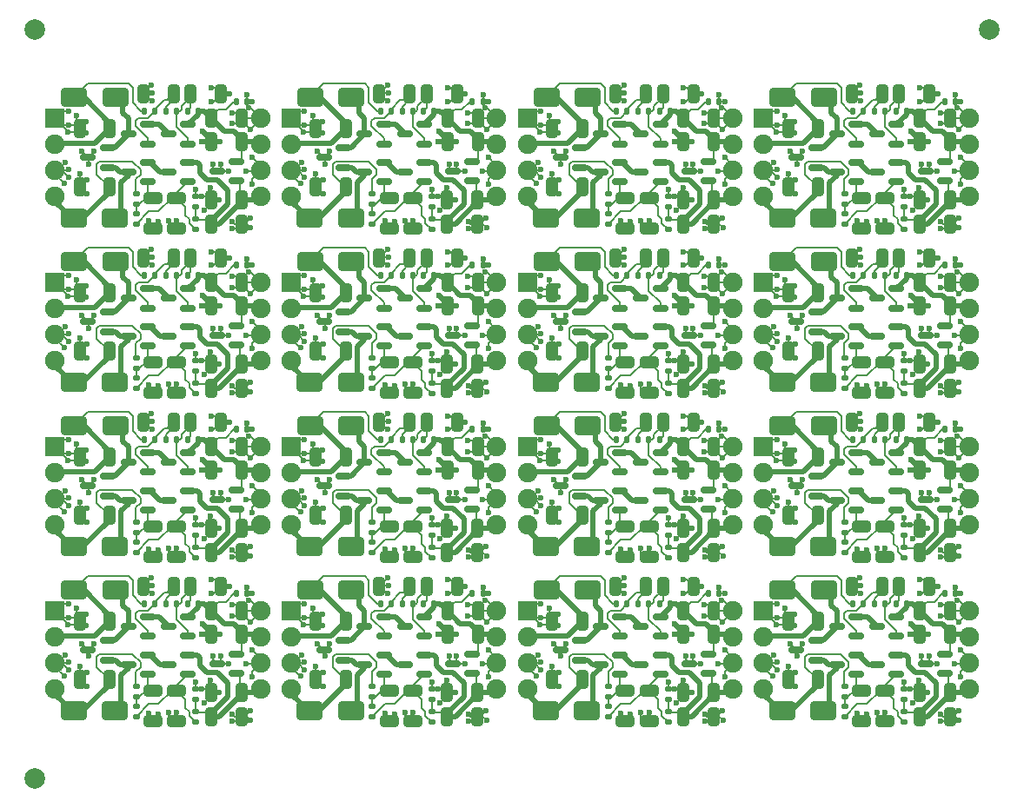
<source format=gtl>
%TF.GenerationSoftware,KiCad,Pcbnew,8.0.9-8.0.9-0~ubuntu24.04.1*%
%TF.CreationDate,2025-07-21T09:14:06-04:00*%
%TF.ProjectId,panel,70616e65-6c2e-46b6-9963-61645f706362,0.1.X*%
%TF.SameCoordinates,Original*%
%TF.FileFunction,Copper,L1,Top*%
%TF.FilePolarity,Positive*%
%FSLAX46Y46*%
G04 Gerber Fmt 4.6, Leading zero omitted, Abs format (unit mm)*
G04 Created by KiCad (PCBNEW 8.0.9-8.0.9-0~ubuntu24.04.1) date 2025-07-21 09:14:06*
%MOMM*%
%LPD*%
G01*
G04 APERTURE LIST*
G04 Aperture macros list*
%AMRoundRect*
0 Rectangle with rounded corners*
0 $1 Rounding radius*
0 $2 $3 $4 $5 $6 $7 $8 $9 X,Y pos of 4 corners*
0 Add a 4 corners polygon primitive as box body*
4,1,4,$2,$3,$4,$5,$6,$7,$8,$9,$2,$3,0*
0 Add four circle primitives for the rounded corners*
1,1,$1+$1,$2,$3*
1,1,$1+$1,$4,$5*
1,1,$1+$1,$6,$7*
1,1,$1+$1,$8,$9*
0 Add four rect primitives between the rounded corners*
20,1,$1+$1,$2,$3,$4,$5,0*
20,1,$1+$1,$4,$5,$6,$7,0*
20,1,$1+$1,$6,$7,$8,$9,0*
20,1,$1+$1,$8,$9,$2,$3,0*%
G04 Aperture macros list end*
%TA.AperFunction,SMDPad,CuDef*%
%ADD10RoundRect,0.250000X-0.325000X-0.650000X0.325000X-0.650000X0.325000X0.650000X-0.325000X0.650000X0*%
%TD*%
%TA.AperFunction,SMDPad,CuDef*%
%ADD11RoundRect,0.135000X-0.135000X-0.185000X0.135000X-0.185000X0.135000X0.185000X-0.135000X0.185000X0*%
%TD*%
%TA.AperFunction,SMDPad,CuDef*%
%ADD12RoundRect,0.150000X0.587500X0.150000X-0.587500X0.150000X-0.587500X-0.150000X0.587500X-0.150000X0*%
%TD*%
%TA.AperFunction,SMDPad,CuDef*%
%ADD13RoundRect,0.250000X-0.650000X0.325000X-0.650000X-0.325000X0.650000X-0.325000X0.650000X0.325000X0*%
%TD*%
%TA.AperFunction,SMDPad,CuDef*%
%ADD14RoundRect,0.250000X-1.000000X-0.650000X1.000000X-0.650000X1.000000X0.650000X-1.000000X0.650000X0*%
%TD*%
%TA.AperFunction,SMDPad,CuDef*%
%ADD15RoundRect,0.135000X-0.185000X0.135000X-0.185000X-0.135000X0.185000X-0.135000X0.185000X0.135000X0*%
%TD*%
%TA.AperFunction,SMDPad,CuDef*%
%ADD16RoundRect,0.250000X0.325000X0.650000X-0.325000X0.650000X-0.325000X-0.650000X0.325000X-0.650000X0*%
%TD*%
%TA.AperFunction,SMDPad,CuDef*%
%ADD17RoundRect,0.135000X0.135000X0.185000X-0.135000X0.185000X-0.135000X-0.185000X0.135000X-0.185000X0*%
%TD*%
%TA.AperFunction,SMDPad,CuDef*%
%ADD18RoundRect,0.135000X0.185000X-0.135000X0.185000X0.135000X-0.185000X0.135000X-0.185000X-0.135000X0*%
%TD*%
%TA.AperFunction,CastellatedPad*%
%ADD19R,1.900000X1.900000*%
%TD*%
%TA.AperFunction,CastellatedPad*%
%ADD20C,1.900000*%
%TD*%
%TA.AperFunction,SMDPad,CuDef*%
%ADD21RoundRect,0.250000X1.000000X0.650000X-1.000000X0.650000X-1.000000X-0.650000X1.000000X-0.650000X0*%
%TD*%
%TA.AperFunction,SMDPad,CuDef*%
%ADD22C,2.000000*%
%TD*%
%TA.AperFunction,ViaPad*%
%ADD23C,0.600000*%
%TD*%
%TA.AperFunction,Conductor*%
%ADD24C,0.500000*%
%TD*%
%TA.AperFunction,Conductor*%
%ADD25C,0.200000*%
%TD*%
%TA.AperFunction,Conductor*%
%ADD26C,0.203200*%
%TD*%
G04 APERTURE END LIST*
D10*
%TO.P,C11,1*%
%TO.N,Board_7-/V-OUT*%
X91175000Y-37450000D03*
%TO.P,C11,2*%
%TO.N,Board_7-GND*%
X94125000Y-37450000D03*
%TD*%
D11*
%TO.P,R2,1*%
%TO.N,Board_10-Net-(Q2-B)*%
X65890000Y-42450000D03*
%TO.P,R2,2*%
%TO.N,Board_10-/V+OUT*%
X66910000Y-42450000D03*
%TD*%
D12*
%TO.P,Q3,1,B*%
%TO.N,Board_9-Net-(Q3-B)*%
X39012500Y-49350000D03*
%TO.P,Q3,2,E*%
%TO.N,Board_9-/Power/V-2*%
X39012500Y-47450000D03*
%TO.P,Q3,3,C*%
%TO.N,Board_9-/Power/V-1*%
X37137500Y-48400000D03*
%TD*%
D13*
%TO.P,C13,1*%
%TO.N,Board_7-Net-(Q3-B)*%
X85540000Y-34925000D03*
%TO.P,C13,2*%
%TO.N,Board_7-GND*%
X85540000Y-37875000D03*
%TD*%
D14*
%TO.P,D4,1,K*%
%TO.N,Board_8-/V-IN*%
X8805000Y-52900000D03*
%TO.P,D4,2,A*%
%TO.N,Board_8-/Power/V-1*%
X12805000Y-52900000D03*
%TD*%
D13*
%TO.P,C14,1*%
%TO.N,Board_5-Net-(Q4-B)*%
X41850000Y-34925000D03*
%TO.P,C14,2*%
%TO.N,Board_5-GND*%
X41850000Y-37875000D03*
%TD*%
D10*
%TO.P,C11,1*%
%TO.N,Board_9-/V-OUT*%
X45175000Y-53450000D03*
%TO.P,C11,2*%
%TO.N,Board_9-GND*%
X48125000Y-53450000D03*
%TD*%
D12*
%TO.P,Q2,1,B*%
%TO.N,Board_10-Net-(Q2-B)*%
X65937500Y-45650000D03*
%TO.P,Q2,2,E*%
%TO.N,Board_10-/V+OUT*%
X65937500Y-43750000D03*
%TO.P,Q2,3,C*%
%TO.N,Board_10-/Power/V+2*%
X64062500Y-44700000D03*
%TD*%
D13*
%TO.P,C14,1*%
%TO.N,Board_3-Net-(Q4-B)*%
X87850000Y-18925000D03*
%TO.P,C14,2*%
%TO.N,Board_3-GND*%
X87850000Y-21875000D03*
%TD*%
D10*
%TO.P,C3,1*%
%TO.N,Board_3-/V+OUT*%
X91200000Y-11150000D03*
%TO.P,C3,2*%
%TO.N,Board_3-GND*%
X94150000Y-11150000D03*
%TD*%
D15*
%TO.P,R10,1*%
%TO.N,Board_7-GND*%
X89700000Y-34740000D03*
%TO.P,R10,2*%
%TO.N,Board_7-/V-OUT*%
X89700000Y-35760000D03*
%TD*%
D11*
%TO.P,R2,1*%
%TO.N,Board_2-Net-(Q2-B)*%
X65890000Y-10450000D03*
%TO.P,R2,2*%
%TO.N,Board_2-/V+OUT*%
X66910000Y-10450000D03*
%TD*%
D12*
%TO.P,Q3,1,B*%
%TO.N,Board_1-Net-(Q3-B)*%
X39012500Y-17350000D03*
%TO.P,Q3,2,E*%
%TO.N,Board_1-/Power/V-2*%
X39012500Y-15450000D03*
%TO.P,Q3,3,C*%
%TO.N,Board_1-/Power/V-1*%
X37137500Y-16400000D03*
%TD*%
D15*
%TO.P,R10,1*%
%TO.N,Board_4-GND*%
X20700000Y-34740000D03*
%TO.P,R10,2*%
%TO.N,Board_4-/V-OUT*%
X20700000Y-35760000D03*
%TD*%
%TO.P,R8,1*%
%TO.N,Board_4-/V-IN*%
X14900000Y-34540000D03*
%TO.P,R8,2*%
%TO.N,Board_4-Net-(Q3-B)*%
X14900000Y-35560000D03*
%TD*%
D16*
%TO.P,C4,1*%
%TO.N,Board_6-/V+OUT*%
X71150000Y-29450000D03*
%TO.P,C4,2*%
%TO.N,Board_6-GND*%
X68200000Y-29450000D03*
%TD*%
D12*
%TO.P,Q4,1,B*%
%TO.N,Board_2-Net-(Q4-B)*%
X65937500Y-17350000D03*
%TO.P,Q4,2,E*%
%TO.N,Board_2-/V-OUT*%
X65937500Y-15450000D03*
%TO.P,Q4,3,C*%
%TO.N,Board_2-/Power/V-2*%
X64062500Y-16400000D03*
%TD*%
D17*
%TO.P,R5,1*%
%TO.N,Board_2-GND*%
X71660000Y-9500000D03*
%TO.P,R5,2*%
%TO.N,Board_2-/V+OUT*%
X70640000Y-9500000D03*
%TD*%
D18*
%TO.P,R7,1*%
%TO.N,Board_15-Net-(Q4-B)*%
X89700000Y-70010000D03*
%TO.P,R7,2*%
%TO.N,Board_15-/V-OUT*%
X89700000Y-68990000D03*
%TD*%
D15*
%TO.P,R10,1*%
%TO.N,Board_13-GND*%
X43700000Y-66740000D03*
%TO.P,R10,2*%
%TO.N,Board_13-/V-OUT*%
X43700000Y-67760000D03*
%TD*%
D13*
%TO.P,C14,1*%
%TO.N,Board_7-Net-(Q4-B)*%
X87850000Y-34925000D03*
%TO.P,C14,2*%
%TO.N,Board_7-GND*%
X87850000Y-37875000D03*
%TD*%
D16*
%TO.P,C10,1*%
%TO.N,Board_7-/V-OUT*%
X94125000Y-35150000D03*
%TO.P,C10,2*%
%TO.N,Board_7-GND*%
X91175000Y-35150000D03*
%TD*%
D10*
%TO.P,C11,1*%
%TO.N,Board_6-/V-OUT*%
X68175000Y-37450000D03*
%TO.P,C11,2*%
%TO.N,Board_6-GND*%
X71125000Y-37450000D03*
%TD*%
D16*
%TO.P,C5,1*%
%TO.N,Board_7-/V+IN*%
X81325000Y-28150000D03*
%TO.P,C5,2*%
%TO.N,Board_7-GND*%
X78375000Y-28150000D03*
%TD*%
D17*
%TO.P,R5,1*%
%TO.N,Board_13-GND*%
X48660000Y-57500000D03*
%TO.P,R5,2*%
%TO.N,Board_13-/V+OUT*%
X47640000Y-57500000D03*
%TD*%
D14*
%TO.P,D4,1,K*%
%TO.N,Board_2-/V-IN*%
X54805000Y-20900000D03*
%TO.P,D4,2,A*%
%TO.N,Board_2-/Power/V-1*%
X58805000Y-20900000D03*
%TD*%
D10*
%TO.P,C11,1*%
%TO.N,Board_8-/V-OUT*%
X22175000Y-53450000D03*
%TO.P,C11,2*%
%TO.N,Board_8-GND*%
X25125000Y-53450000D03*
%TD*%
D12*
%TO.P,Q3,1,B*%
%TO.N,Board_12-Net-(Q3-B)*%
X16012500Y-65350000D03*
%TO.P,Q3,2,E*%
%TO.N,Board_12-/Power/V-2*%
X16012500Y-63450000D03*
%TO.P,Q3,3,C*%
%TO.N,Board_12-/Power/V-1*%
X14137500Y-64400000D03*
%TD*%
D16*
%TO.P,C5,1*%
%TO.N,Board_3-/V+IN*%
X81325000Y-12150000D03*
%TO.P,C5,2*%
%TO.N,Board_3-GND*%
X78375000Y-12150000D03*
%TD*%
D13*
%TO.P,C14,1*%
%TO.N,Board_4-Net-(Q4-B)*%
X18850000Y-34925000D03*
%TO.P,C14,2*%
%TO.N,Board_4-GND*%
X18850000Y-37875000D03*
%TD*%
D12*
%TO.P,D3,1,A*%
%TO.N,Board_5-/V-OUT*%
X47637500Y-33250000D03*
%TO.P,D3,2,K*%
%TO.N,Board_5-/V+OUT*%
X47637500Y-31350000D03*
%TO.P,D3,3,COM*%
%TO.N,Board_5-GND*%
X45762500Y-32300000D03*
%TD*%
D15*
%TO.P,R9,1*%
%TO.N,Board_13-Net-(Q3-B)*%
X37900000Y-68440000D03*
%TO.P,R9,2*%
%TO.N,Board_13-Net-(Q4-B)*%
X37900000Y-69460000D03*
%TD*%
D16*
%TO.P,C12,1*%
%TO.N,Board_9-/V-IN*%
X35325000Y-49850000D03*
%TO.P,C12,2*%
%TO.N,Board_9-GND*%
X32375000Y-49850000D03*
%TD*%
D13*
%TO.P,C13,1*%
%TO.N,Board_12-Net-(Q3-B)*%
X16540000Y-66925000D03*
%TO.P,C13,2*%
%TO.N,Board_12-GND*%
X16540000Y-69875000D03*
%TD*%
D12*
%TO.P,Q1,1,B*%
%TO.N,Board_0-Net-(Q1-B)*%
X16012500Y-13650000D03*
%TO.P,Q1,2,E*%
%TO.N,Board_0-/Power/V+2*%
X16012500Y-11750000D03*
%TO.P,Q1,3,C*%
%TO.N,Board_0-/Power/V+1*%
X14137500Y-12700000D03*
%TD*%
D13*
%TO.P,C13,1*%
%TO.N,Board_4-Net-(Q3-B)*%
X16540000Y-34925000D03*
%TO.P,C13,2*%
%TO.N,Board_4-GND*%
X16540000Y-37875000D03*
%TD*%
D10*
%TO.P,C3,1*%
%TO.N,Board_9-/V+OUT*%
X45200000Y-43150000D03*
%TO.P,C3,2*%
%TO.N,Board_9-GND*%
X48150000Y-43150000D03*
%TD*%
D19*
%TO.P,J1,1,GND*%
%TO.N,Board_4-GND*%
X7000000Y-27190000D03*
D20*
%TO.P,J1,2,V+IN*%
%TO.N,Board_4-/V+IN*%
X7000000Y-29730000D03*
%TO.P,J1,3,GND*%
%TO.N,Board_4-GND*%
X7000000Y-32270000D03*
%TO.P,J1,4,V-IN*%
%TO.N,Board_4-/V-IN*%
X7000000Y-34810000D03*
%TO.P,J1,5,V-OUT*%
%TO.N,Board_4-/V-OUT*%
X27000000Y-34810000D03*
%TO.P,J1,6,GND*%
%TO.N,Board_4-GND*%
X27000000Y-32270000D03*
%TO.P,J1,7,V+OUT*%
%TO.N,Board_4-/V+OUT*%
X27000000Y-29730000D03*
%TO.P,J1,8,GND*%
%TO.N,Board_4-GND*%
X27000000Y-27190000D03*
%TD*%
D12*
%TO.P,Q2,1,B*%
%TO.N,Board_11-Net-(Q2-B)*%
X88937500Y-45650000D03*
%TO.P,Q2,2,E*%
%TO.N,Board_11-/V+OUT*%
X88937500Y-43750000D03*
%TO.P,Q2,3,C*%
%TO.N,Board_11-/Power/V+2*%
X87062500Y-44700000D03*
%TD*%
D16*
%TO.P,C6,1*%
%TO.N,Board_1-Net-(Q1-B)*%
X41525000Y-8800000D03*
%TO.P,C6,2*%
%TO.N,Board_1-GND*%
X38575000Y-8800000D03*
%TD*%
%TO.P,C5,1*%
%TO.N,Board_10-/V+IN*%
X58325000Y-44150000D03*
%TO.P,C5,2*%
%TO.N,Board_10-GND*%
X55375000Y-44150000D03*
%TD*%
%TO.P,C6,1*%
%TO.N,Board_3-Net-(Q1-B)*%
X87525000Y-8800000D03*
%TO.P,C6,2*%
%TO.N,Board_3-GND*%
X84575000Y-8800000D03*
%TD*%
D15*
%TO.P,R9,1*%
%TO.N,Board_0-Net-(Q3-B)*%
X14900000Y-20440000D03*
%TO.P,R9,2*%
%TO.N,Board_0-Net-(Q4-B)*%
X14900000Y-21460000D03*
%TD*%
%TO.P,R9,1*%
%TO.N,Board_1-Net-(Q3-B)*%
X37900000Y-20440000D03*
%TO.P,R9,2*%
%TO.N,Board_1-Net-(Q4-B)*%
X37900000Y-21460000D03*
%TD*%
D10*
%TO.P,C3,1*%
%TO.N,Board_6-/V+OUT*%
X68200000Y-27150000D03*
%TO.P,C3,2*%
%TO.N,Board_6-GND*%
X71150000Y-27150000D03*
%TD*%
%TO.P,C11,1*%
%TO.N,Board_10-/V-OUT*%
X68175000Y-53450000D03*
%TO.P,C11,2*%
%TO.N,Board_10-GND*%
X71125000Y-53450000D03*
%TD*%
D11*
%TO.P,R3,1*%
%TO.N,Board_10-/V+IN*%
X61690000Y-42450000D03*
%TO.P,R3,2*%
%TO.N,Board_10-Net-(Q1-B)*%
X62710000Y-42450000D03*
%TD*%
D15*
%TO.P,R10,1*%
%TO.N,Board_2-GND*%
X66700000Y-18740000D03*
%TO.P,R10,2*%
%TO.N,Board_2-/V-OUT*%
X66700000Y-19760000D03*
%TD*%
D12*
%TO.P,Q1,1,B*%
%TO.N,Board_9-Net-(Q1-B)*%
X39012500Y-45650000D03*
%TO.P,Q1,2,E*%
%TO.N,Board_9-/Power/V+2*%
X39012500Y-43750000D03*
%TO.P,Q1,3,C*%
%TO.N,Board_9-/Power/V+1*%
X37137500Y-44700000D03*
%TD*%
D11*
%TO.P,R2,1*%
%TO.N,Board_15-Net-(Q2-B)*%
X88890000Y-58450000D03*
%TO.P,R2,2*%
%TO.N,Board_15-/V+OUT*%
X89910000Y-58450000D03*
%TD*%
D16*
%TO.P,C5,1*%
%TO.N,Board_0-/V+IN*%
X12325000Y-12150000D03*
%TO.P,C5,2*%
%TO.N,Board_0-GND*%
X9375000Y-12150000D03*
%TD*%
D13*
%TO.P,C14,1*%
%TO.N,Board_6-Net-(Q4-B)*%
X64850000Y-34925000D03*
%TO.P,C14,2*%
%TO.N,Board_6-GND*%
X64850000Y-37875000D03*
%TD*%
D21*
%TO.P,D1,1,K*%
%TO.N,Board_9-/Power/V+1*%
X35850000Y-41100000D03*
%TO.P,D1,2,A*%
%TO.N,Board_9-/V+IN*%
X31850000Y-41100000D03*
%TD*%
D16*
%TO.P,C4,1*%
%TO.N,Board_10-/V+OUT*%
X71150000Y-45450000D03*
%TO.P,C4,2*%
%TO.N,Board_10-GND*%
X68200000Y-45450000D03*
%TD*%
D12*
%TO.P,Q3,1,B*%
%TO.N,Board_4-Net-(Q3-B)*%
X16012500Y-33350000D03*
%TO.P,Q3,2,E*%
%TO.N,Board_4-/Power/V-2*%
X16012500Y-31450000D03*
%TO.P,Q3,3,C*%
%TO.N,Board_4-/Power/V-1*%
X14137500Y-32400000D03*
%TD*%
%TO.P,D3,1,A*%
%TO.N,Board_2-/V-OUT*%
X70637500Y-17250000D03*
%TO.P,D3,2,K*%
%TO.N,Board_2-/V+OUT*%
X70637500Y-15350000D03*
%TO.P,D3,3,COM*%
%TO.N,Board_2-GND*%
X68762500Y-16300000D03*
%TD*%
%TO.P,D2,1,A*%
%TO.N,Board_1-/Power/V-1*%
X35087500Y-15950000D03*
%TO.P,D2,2,K*%
%TO.N,Board_1-/Power/V+1*%
X35087500Y-14050000D03*
%TO.P,D2,3,COM*%
%TO.N,Board_1-GND*%
X33212500Y-15000000D03*
%TD*%
%TO.P,Q4,1,B*%
%TO.N,Board_11-Net-(Q4-B)*%
X88937500Y-49350000D03*
%TO.P,Q4,2,E*%
%TO.N,Board_11-/V-OUT*%
X88937500Y-47450000D03*
%TO.P,Q4,3,C*%
%TO.N,Board_11-/Power/V-2*%
X87062500Y-48400000D03*
%TD*%
D10*
%TO.P,C3,1*%
%TO.N,Board_14-/V+OUT*%
X68200000Y-59150000D03*
%TO.P,C3,2*%
%TO.N,Board_14-GND*%
X71150000Y-59150000D03*
%TD*%
D11*
%TO.P,R3,1*%
%TO.N,Board_6-/V+IN*%
X61690000Y-26450000D03*
%TO.P,R3,2*%
%TO.N,Board_6-Net-(Q1-B)*%
X62710000Y-26450000D03*
%TD*%
D10*
%TO.P,C3,1*%
%TO.N,Board_4-/V+OUT*%
X22200000Y-27150000D03*
%TO.P,C3,2*%
%TO.N,Board_4-GND*%
X25150000Y-27150000D03*
%TD*%
D15*
%TO.P,R8,1*%
%TO.N,Board_13-/V-IN*%
X37900000Y-66540000D03*
%TO.P,R8,2*%
%TO.N,Board_13-Net-(Q3-B)*%
X37900000Y-67560000D03*
%TD*%
D21*
%TO.P,D1,1,K*%
%TO.N,Board_0-/Power/V+1*%
X12850000Y-9100000D03*
%TO.P,D1,2,A*%
%TO.N,Board_0-/V+IN*%
X8850000Y-9100000D03*
%TD*%
D10*
%TO.P,C11,1*%
%TO.N,Board_2-/V-OUT*%
X68175000Y-21450000D03*
%TO.P,C11,2*%
%TO.N,Board_2-GND*%
X71125000Y-21450000D03*
%TD*%
D18*
%TO.P,R7,1*%
%TO.N,Board_13-Net-(Q4-B)*%
X43700000Y-70010000D03*
%TO.P,R7,2*%
%TO.N,Board_13-/V-OUT*%
X43700000Y-68990000D03*
%TD*%
D11*
%TO.P,R3,1*%
%TO.N,Board_7-/V+IN*%
X84690000Y-26450000D03*
%TO.P,R3,2*%
%TO.N,Board_7-Net-(Q1-B)*%
X85710000Y-26450000D03*
%TD*%
%TO.P,R4,1*%
%TO.N,Board_10-Net-(Q1-B)*%
X63790000Y-42450000D03*
%TO.P,R4,2*%
%TO.N,Board_10-Net-(Q2-B)*%
X64810000Y-42450000D03*
%TD*%
D12*
%TO.P,D3,1,A*%
%TO.N,Board_15-/V-OUT*%
X93637500Y-65250000D03*
%TO.P,D3,2,K*%
%TO.N,Board_15-/V+OUT*%
X93637500Y-63350000D03*
%TO.P,D3,3,COM*%
%TO.N,Board_15-GND*%
X91762500Y-64300000D03*
%TD*%
D14*
%TO.P,D4,1,K*%
%TO.N,Board_5-/V-IN*%
X31805000Y-36900000D03*
%TO.P,D4,2,A*%
%TO.N,Board_5-/Power/V-1*%
X35805000Y-36900000D03*
%TD*%
D18*
%TO.P,R7,1*%
%TO.N,Board_3-Net-(Q4-B)*%
X89700000Y-22010000D03*
%TO.P,R7,2*%
%TO.N,Board_3-/V-OUT*%
X89700000Y-20990000D03*
%TD*%
D10*
%TO.P,C3,1*%
%TO.N,Board_5-/V+OUT*%
X45200000Y-27150000D03*
%TO.P,C3,2*%
%TO.N,Board_5-GND*%
X48150000Y-27150000D03*
%TD*%
D12*
%TO.P,Q2,1,B*%
%TO.N,Board_4-Net-(Q2-B)*%
X19937500Y-29650000D03*
%TO.P,Q2,2,E*%
%TO.N,Board_4-/V+OUT*%
X19937500Y-27750000D03*
%TO.P,Q2,3,C*%
%TO.N,Board_4-/Power/V+2*%
X18062500Y-28700000D03*
%TD*%
D14*
%TO.P,D4,1,K*%
%TO.N,Board_6-/V-IN*%
X54805000Y-36900000D03*
%TO.P,D4,2,A*%
%TO.N,Board_6-/Power/V-1*%
X58805000Y-36900000D03*
%TD*%
D12*
%TO.P,Q4,1,B*%
%TO.N,Board_14-Net-(Q4-B)*%
X65937500Y-65350000D03*
%TO.P,Q4,2,E*%
%TO.N,Board_14-/V-OUT*%
X65937500Y-63450000D03*
%TO.P,Q4,3,C*%
%TO.N,Board_14-/Power/V-2*%
X64062500Y-64400000D03*
%TD*%
D13*
%TO.P,C13,1*%
%TO.N,Board_9-Net-(Q3-B)*%
X39540000Y-50925000D03*
%TO.P,C13,2*%
%TO.N,Board_9-GND*%
X39540000Y-53875000D03*
%TD*%
D11*
%TO.P,R4,1*%
%TO.N,Board_2-Net-(Q1-B)*%
X63790000Y-10450000D03*
%TO.P,R4,2*%
%TO.N,Board_2-Net-(Q2-B)*%
X64810000Y-10450000D03*
%TD*%
D12*
%TO.P,Q4,1,B*%
%TO.N,Board_1-Net-(Q4-B)*%
X42937500Y-17350000D03*
%TO.P,Q4,2,E*%
%TO.N,Board_1-/V-OUT*%
X42937500Y-15450000D03*
%TO.P,Q4,3,C*%
%TO.N,Board_1-/Power/V-2*%
X41062500Y-16400000D03*
%TD*%
D15*
%TO.P,R8,1*%
%TO.N,Board_14-/V-IN*%
X60900000Y-66540000D03*
%TO.P,R8,2*%
%TO.N,Board_14-Net-(Q3-B)*%
X60900000Y-67560000D03*
%TD*%
D10*
%TO.P,C7,1*%
%TO.N,Board_7-Net-(Q2-B)*%
X89200000Y-24800000D03*
%TO.P,C7,2*%
%TO.N,Board_7-GND*%
X92150000Y-24800000D03*
%TD*%
D16*
%TO.P,C4,1*%
%TO.N,Board_2-/V+OUT*%
X71150000Y-13450000D03*
%TO.P,C4,2*%
%TO.N,Board_2-GND*%
X68200000Y-13450000D03*
%TD*%
%TO.P,C6,1*%
%TO.N,Board_14-Net-(Q1-B)*%
X64525000Y-56800000D03*
%TO.P,C6,2*%
%TO.N,Board_14-GND*%
X61575000Y-56800000D03*
%TD*%
D11*
%TO.P,R3,1*%
%TO.N,Board_0-/V+IN*%
X15690000Y-10450000D03*
%TO.P,R3,2*%
%TO.N,Board_0-Net-(Q1-B)*%
X16710000Y-10450000D03*
%TD*%
D12*
%TO.P,Q3,1,B*%
%TO.N,Board_7-Net-(Q3-B)*%
X85012500Y-33350000D03*
%TO.P,Q3,2,E*%
%TO.N,Board_7-/Power/V-2*%
X85012500Y-31450000D03*
%TO.P,Q3,3,C*%
%TO.N,Board_7-/Power/V-1*%
X83137500Y-32400000D03*
%TD*%
D15*
%TO.P,R10,1*%
%TO.N,Board_0-GND*%
X20700000Y-18740000D03*
%TO.P,R10,2*%
%TO.N,Board_0-/V-OUT*%
X20700000Y-19760000D03*
%TD*%
D19*
%TO.P,J1,1,GND*%
%TO.N,Board_7-GND*%
X76000000Y-27190000D03*
D20*
%TO.P,J1,2,V+IN*%
%TO.N,Board_7-/V+IN*%
X76000000Y-29730000D03*
%TO.P,J1,3,GND*%
%TO.N,Board_7-GND*%
X76000000Y-32270000D03*
%TO.P,J1,4,V-IN*%
%TO.N,Board_7-/V-IN*%
X76000000Y-34810000D03*
%TO.P,J1,5,V-OUT*%
%TO.N,Board_7-/V-OUT*%
X96000000Y-34810000D03*
%TO.P,J1,6,GND*%
%TO.N,Board_7-GND*%
X96000000Y-32270000D03*
%TO.P,J1,7,V+OUT*%
%TO.N,Board_7-/V+OUT*%
X96000000Y-29730000D03*
%TO.P,J1,8,GND*%
%TO.N,Board_7-GND*%
X96000000Y-27190000D03*
%TD*%
D15*
%TO.P,R9,1*%
%TO.N,Board_5-Net-(Q3-B)*%
X37900000Y-36440000D03*
%TO.P,R9,2*%
%TO.N,Board_5-Net-(Q4-B)*%
X37900000Y-37460000D03*
%TD*%
D16*
%TO.P,C5,1*%
%TO.N,Board_13-/V+IN*%
X35325000Y-60150000D03*
%TO.P,C5,2*%
%TO.N,Board_13-GND*%
X32375000Y-60150000D03*
%TD*%
D19*
%TO.P,J1,1,GND*%
%TO.N,Board_0-GND*%
X7000000Y-11190000D03*
D20*
%TO.P,J1,2,V+IN*%
%TO.N,Board_0-/V+IN*%
X7000000Y-13730000D03*
%TO.P,J1,3,GND*%
%TO.N,Board_0-GND*%
X7000000Y-16270000D03*
%TO.P,J1,4,V-IN*%
%TO.N,Board_0-/V-IN*%
X7000000Y-18810000D03*
%TO.P,J1,5,V-OUT*%
%TO.N,Board_0-/V-OUT*%
X27000000Y-18810000D03*
%TO.P,J1,6,GND*%
%TO.N,Board_0-GND*%
X27000000Y-16270000D03*
%TO.P,J1,7,V+OUT*%
%TO.N,Board_0-/V+OUT*%
X27000000Y-13730000D03*
%TO.P,J1,8,GND*%
%TO.N,Board_0-GND*%
X27000000Y-11190000D03*
%TD*%
D12*
%TO.P,Q3,1,B*%
%TO.N,Board_5-Net-(Q3-B)*%
X39012500Y-33350000D03*
%TO.P,Q3,2,E*%
%TO.N,Board_5-/Power/V-2*%
X39012500Y-31450000D03*
%TO.P,Q3,3,C*%
%TO.N,Board_5-/Power/V-1*%
X37137500Y-32400000D03*
%TD*%
D15*
%TO.P,R8,1*%
%TO.N,Board_5-/V-IN*%
X37900000Y-34540000D03*
%TO.P,R8,2*%
%TO.N,Board_5-Net-(Q3-B)*%
X37900000Y-35560000D03*
%TD*%
D14*
%TO.P,D4,1,K*%
%TO.N,Board_14-/V-IN*%
X54805000Y-68900000D03*
%TO.P,D4,2,A*%
%TO.N,Board_14-/Power/V-1*%
X58805000Y-68900000D03*
%TD*%
D21*
%TO.P,D1,1,K*%
%TO.N,Board_10-/Power/V+1*%
X58850000Y-41100000D03*
%TO.P,D1,2,A*%
%TO.N,Board_10-/V+IN*%
X54850000Y-41100000D03*
%TD*%
D16*
%TO.P,C4,1*%
%TO.N,Board_4-/V+OUT*%
X25150000Y-29450000D03*
%TO.P,C4,2*%
%TO.N,Board_4-GND*%
X22200000Y-29450000D03*
%TD*%
%TO.P,C12,1*%
%TO.N,Board_0-/V-IN*%
X12325000Y-17850000D03*
%TO.P,C12,2*%
%TO.N,Board_0-GND*%
X9375000Y-17850000D03*
%TD*%
D10*
%TO.P,C7,1*%
%TO.N,Board_5-Net-(Q2-B)*%
X43200000Y-24800000D03*
%TO.P,C7,2*%
%TO.N,Board_5-GND*%
X46150000Y-24800000D03*
%TD*%
D16*
%TO.P,C4,1*%
%TO.N,Board_5-/V+OUT*%
X48150000Y-29450000D03*
%TO.P,C4,2*%
%TO.N,Board_5-GND*%
X45200000Y-29450000D03*
%TD*%
D12*
%TO.P,Q4,1,B*%
%TO.N,Board_8-Net-(Q4-B)*%
X19937500Y-49350000D03*
%TO.P,Q4,2,E*%
%TO.N,Board_8-/V-OUT*%
X19937500Y-47450000D03*
%TO.P,Q4,3,C*%
%TO.N,Board_8-/Power/V-2*%
X18062500Y-48400000D03*
%TD*%
%TO.P,Q3,1,B*%
%TO.N,Board_13-Net-(Q3-B)*%
X39012500Y-65350000D03*
%TO.P,Q3,2,E*%
%TO.N,Board_13-/Power/V-2*%
X39012500Y-63450000D03*
%TO.P,Q3,3,C*%
%TO.N,Board_13-/Power/V-1*%
X37137500Y-64400000D03*
%TD*%
D11*
%TO.P,R2,1*%
%TO.N,Board_1-Net-(Q2-B)*%
X42890000Y-10450000D03*
%TO.P,R2,2*%
%TO.N,Board_1-/V+OUT*%
X43910000Y-10450000D03*
%TD*%
D13*
%TO.P,C14,1*%
%TO.N,Board_1-Net-(Q4-B)*%
X41850000Y-18925000D03*
%TO.P,C14,2*%
%TO.N,Board_1-GND*%
X41850000Y-21875000D03*
%TD*%
D11*
%TO.P,R4,1*%
%TO.N,Board_7-Net-(Q1-B)*%
X86790000Y-26450000D03*
%TO.P,R4,2*%
%TO.N,Board_7-Net-(Q2-B)*%
X87810000Y-26450000D03*
%TD*%
D12*
%TO.P,D3,1,A*%
%TO.N,Board_6-/V-OUT*%
X70637500Y-33250000D03*
%TO.P,D3,2,K*%
%TO.N,Board_6-/V+OUT*%
X70637500Y-31350000D03*
%TO.P,D3,3,COM*%
%TO.N,Board_6-GND*%
X68762500Y-32300000D03*
%TD*%
D16*
%TO.P,C10,1*%
%TO.N,Board_2-/V-OUT*%
X71125000Y-19150000D03*
%TO.P,C10,2*%
%TO.N,Board_2-GND*%
X68175000Y-19150000D03*
%TD*%
D15*
%TO.P,R10,1*%
%TO.N,Board_8-GND*%
X20700000Y-50740000D03*
%TO.P,R10,2*%
%TO.N,Board_8-/V-OUT*%
X20700000Y-51760000D03*
%TD*%
D10*
%TO.P,C7,1*%
%TO.N,Board_0-Net-(Q2-B)*%
X20200000Y-8800000D03*
%TO.P,C7,2*%
%TO.N,Board_0-GND*%
X23150000Y-8800000D03*
%TD*%
D14*
%TO.P,D4,1,K*%
%TO.N,Board_3-/V-IN*%
X77805000Y-20900000D03*
%TO.P,D4,2,A*%
%TO.N,Board_3-/Power/V-1*%
X81805000Y-20900000D03*
%TD*%
D10*
%TO.P,C11,1*%
%TO.N,Board_15-/V-OUT*%
X91175000Y-69450000D03*
%TO.P,C11,2*%
%TO.N,Board_15-GND*%
X94125000Y-69450000D03*
%TD*%
D12*
%TO.P,D2,1,A*%
%TO.N,Board_6-/Power/V-1*%
X58087500Y-31950000D03*
%TO.P,D2,2,K*%
%TO.N,Board_6-/Power/V+1*%
X58087500Y-30050000D03*
%TO.P,D2,3,COM*%
%TO.N,Board_6-GND*%
X56212500Y-31000000D03*
%TD*%
D16*
%TO.P,C6,1*%
%TO.N,Board_5-Net-(Q1-B)*%
X41525000Y-24800000D03*
%TO.P,C6,2*%
%TO.N,Board_5-GND*%
X38575000Y-24800000D03*
%TD*%
D11*
%TO.P,R4,1*%
%TO.N,Board_13-Net-(Q1-B)*%
X40790000Y-58450000D03*
%TO.P,R4,2*%
%TO.N,Board_13-Net-(Q2-B)*%
X41810000Y-58450000D03*
%TD*%
D12*
%TO.P,Q3,1,B*%
%TO.N,Board_0-Net-(Q3-B)*%
X16012500Y-17350000D03*
%TO.P,Q3,2,E*%
%TO.N,Board_0-/Power/V-2*%
X16012500Y-15450000D03*
%TO.P,Q3,3,C*%
%TO.N,Board_0-/Power/V-1*%
X14137500Y-16400000D03*
%TD*%
D11*
%TO.P,R4,1*%
%TO.N,Board_9-Net-(Q1-B)*%
X40790000Y-42450000D03*
%TO.P,R4,2*%
%TO.N,Board_9-Net-(Q2-B)*%
X41810000Y-42450000D03*
%TD*%
D12*
%TO.P,D3,1,A*%
%TO.N,Board_0-/V-OUT*%
X24637500Y-17250000D03*
%TO.P,D3,2,K*%
%TO.N,Board_0-/V+OUT*%
X24637500Y-15350000D03*
%TO.P,D3,3,COM*%
%TO.N,Board_0-GND*%
X22762500Y-16300000D03*
%TD*%
D15*
%TO.P,R8,1*%
%TO.N,Board_11-/V-IN*%
X83900000Y-50540000D03*
%TO.P,R8,2*%
%TO.N,Board_11-Net-(Q3-B)*%
X83900000Y-51560000D03*
%TD*%
D19*
%TO.P,J1,1,GND*%
%TO.N,Board_2-GND*%
X53000000Y-11190000D03*
D20*
%TO.P,J1,2,V+IN*%
%TO.N,Board_2-/V+IN*%
X53000000Y-13730000D03*
%TO.P,J1,3,GND*%
%TO.N,Board_2-GND*%
X53000000Y-16270000D03*
%TO.P,J1,4,V-IN*%
%TO.N,Board_2-/V-IN*%
X53000000Y-18810000D03*
%TO.P,J1,5,V-OUT*%
%TO.N,Board_2-/V-OUT*%
X73000000Y-18810000D03*
%TO.P,J1,6,GND*%
%TO.N,Board_2-GND*%
X73000000Y-16270000D03*
%TO.P,J1,7,V+OUT*%
%TO.N,Board_2-/V+OUT*%
X73000000Y-13730000D03*
%TO.P,J1,8,GND*%
%TO.N,Board_2-GND*%
X73000000Y-11190000D03*
%TD*%
D12*
%TO.P,D2,1,A*%
%TO.N,Board_15-/Power/V-1*%
X81087500Y-63950000D03*
%TO.P,D2,2,K*%
%TO.N,Board_15-/Power/V+1*%
X81087500Y-62050000D03*
%TO.P,D2,3,COM*%
%TO.N,Board_15-GND*%
X79212500Y-63000000D03*
%TD*%
%TO.P,D2,1,A*%
%TO.N,Board_0-/Power/V-1*%
X12087500Y-15950000D03*
%TO.P,D2,2,K*%
%TO.N,Board_0-/Power/V+1*%
X12087500Y-14050000D03*
%TO.P,D2,3,COM*%
%TO.N,Board_0-GND*%
X10212500Y-15000000D03*
%TD*%
D11*
%TO.P,R4,1*%
%TO.N,Board_14-Net-(Q1-B)*%
X63790000Y-58450000D03*
%TO.P,R4,2*%
%TO.N,Board_14-Net-(Q2-B)*%
X64810000Y-58450000D03*
%TD*%
D12*
%TO.P,D3,1,A*%
%TO.N,Board_1-/V-OUT*%
X47637500Y-17250000D03*
%TO.P,D3,2,K*%
%TO.N,Board_1-/V+OUT*%
X47637500Y-15350000D03*
%TO.P,D3,3,COM*%
%TO.N,Board_1-GND*%
X45762500Y-16300000D03*
%TD*%
D14*
%TO.P,D4,1,K*%
%TO.N,Board_0-/V-IN*%
X8805000Y-20900000D03*
%TO.P,D4,2,A*%
%TO.N,Board_0-/Power/V-1*%
X12805000Y-20900000D03*
%TD*%
D13*
%TO.P,C13,1*%
%TO.N,Board_1-Net-(Q3-B)*%
X39540000Y-18925000D03*
%TO.P,C13,2*%
%TO.N,Board_1-GND*%
X39540000Y-21875000D03*
%TD*%
D10*
%TO.P,C7,1*%
%TO.N,Board_3-Net-(Q2-B)*%
X89200000Y-8800000D03*
%TO.P,C7,2*%
%TO.N,Board_3-GND*%
X92150000Y-8800000D03*
%TD*%
D16*
%TO.P,C4,1*%
%TO.N,Board_15-/V+OUT*%
X94150000Y-61450000D03*
%TO.P,C4,2*%
%TO.N,Board_15-GND*%
X91200000Y-61450000D03*
%TD*%
D11*
%TO.P,R2,1*%
%TO.N,Board_3-Net-(Q2-B)*%
X88890000Y-10450000D03*
%TO.P,R2,2*%
%TO.N,Board_3-/V+OUT*%
X89910000Y-10450000D03*
%TD*%
D13*
%TO.P,C14,1*%
%TO.N,Board_12-Net-(Q4-B)*%
X18850000Y-66925000D03*
%TO.P,C14,2*%
%TO.N,Board_12-GND*%
X18850000Y-69875000D03*
%TD*%
D14*
%TO.P,D4,1,K*%
%TO.N,Board_9-/V-IN*%
X31805000Y-52900000D03*
%TO.P,D4,2,A*%
%TO.N,Board_9-/Power/V-1*%
X35805000Y-52900000D03*
%TD*%
D16*
%TO.P,C4,1*%
%TO.N,Board_8-/V+OUT*%
X25150000Y-45450000D03*
%TO.P,C4,2*%
%TO.N,Board_8-GND*%
X22200000Y-45450000D03*
%TD*%
D12*
%TO.P,D3,1,A*%
%TO.N,Board_7-/V-OUT*%
X93637500Y-33250000D03*
%TO.P,D3,2,K*%
%TO.N,Board_7-/V+OUT*%
X93637500Y-31350000D03*
%TO.P,D3,3,COM*%
%TO.N,Board_7-GND*%
X91762500Y-32300000D03*
%TD*%
D11*
%TO.P,R4,1*%
%TO.N,Board_11-Net-(Q1-B)*%
X86790000Y-42450000D03*
%TO.P,R4,2*%
%TO.N,Board_11-Net-(Q2-B)*%
X87810000Y-42450000D03*
%TD*%
D10*
%TO.P,C7,1*%
%TO.N,Board_15-Net-(Q2-B)*%
X89200000Y-56800000D03*
%TO.P,C7,2*%
%TO.N,Board_15-GND*%
X92150000Y-56800000D03*
%TD*%
D12*
%TO.P,Q1,1,B*%
%TO.N,Board_15-Net-(Q1-B)*%
X85012500Y-61650000D03*
%TO.P,Q1,2,E*%
%TO.N,Board_15-/Power/V+2*%
X85012500Y-59750000D03*
%TO.P,Q1,3,C*%
%TO.N,Board_15-/Power/V+1*%
X83137500Y-60700000D03*
%TD*%
D21*
%TO.P,D1,1,K*%
%TO.N,Board_11-/Power/V+1*%
X81850000Y-41100000D03*
%TO.P,D1,2,A*%
%TO.N,Board_11-/V+IN*%
X77850000Y-41100000D03*
%TD*%
%TO.P,D1,1,K*%
%TO.N,Board_6-/Power/V+1*%
X58850000Y-25100000D03*
%TO.P,D1,2,A*%
%TO.N,Board_6-/V+IN*%
X54850000Y-25100000D03*
%TD*%
D14*
%TO.P,D4,1,K*%
%TO.N,Board_13-/V-IN*%
X31805000Y-68900000D03*
%TO.P,D4,2,A*%
%TO.N,Board_13-/Power/V-1*%
X35805000Y-68900000D03*
%TD*%
D11*
%TO.P,R3,1*%
%TO.N,Board_5-/V+IN*%
X38690000Y-26450000D03*
%TO.P,R3,2*%
%TO.N,Board_5-Net-(Q1-B)*%
X39710000Y-26450000D03*
%TD*%
D10*
%TO.P,C7,1*%
%TO.N,Board_13-Net-(Q2-B)*%
X43200000Y-56800000D03*
%TO.P,C7,2*%
%TO.N,Board_13-GND*%
X46150000Y-56800000D03*
%TD*%
D12*
%TO.P,Q2,1,B*%
%TO.N,Board_14-Net-(Q2-B)*%
X65937500Y-61650000D03*
%TO.P,Q2,2,E*%
%TO.N,Board_14-/V+OUT*%
X65937500Y-59750000D03*
%TO.P,Q2,3,C*%
%TO.N,Board_14-/Power/V+2*%
X64062500Y-60700000D03*
%TD*%
%TO.P,Q1,1,B*%
%TO.N,Board_8-Net-(Q1-B)*%
X16012500Y-45650000D03*
%TO.P,Q1,2,E*%
%TO.N,Board_8-/Power/V+2*%
X16012500Y-43750000D03*
%TO.P,Q1,3,C*%
%TO.N,Board_8-/Power/V+1*%
X14137500Y-44700000D03*
%TD*%
D10*
%TO.P,C3,1*%
%TO.N,Board_8-/V+OUT*%
X22200000Y-43150000D03*
%TO.P,C3,2*%
%TO.N,Board_8-GND*%
X25150000Y-43150000D03*
%TD*%
D12*
%TO.P,D2,1,A*%
%TO.N,Board_11-/Power/V-1*%
X81087500Y-47950000D03*
%TO.P,D2,2,K*%
%TO.N,Board_11-/Power/V+1*%
X81087500Y-46050000D03*
%TO.P,D2,3,COM*%
%TO.N,Board_11-GND*%
X79212500Y-47000000D03*
%TD*%
D16*
%TO.P,C10,1*%
%TO.N,Board_0-/V-OUT*%
X25125000Y-19150000D03*
%TO.P,C10,2*%
%TO.N,Board_0-GND*%
X22175000Y-19150000D03*
%TD*%
D21*
%TO.P,D1,1,K*%
%TO.N,Board_13-/Power/V+1*%
X35850000Y-57100000D03*
%TO.P,D1,2,A*%
%TO.N,Board_13-/V+IN*%
X31850000Y-57100000D03*
%TD*%
D15*
%TO.P,R8,1*%
%TO.N,Board_12-/V-IN*%
X14900000Y-66540000D03*
%TO.P,R8,2*%
%TO.N,Board_12-Net-(Q3-B)*%
X14900000Y-67560000D03*
%TD*%
D16*
%TO.P,C5,1*%
%TO.N,Board_1-/V+IN*%
X35325000Y-12150000D03*
%TO.P,C5,2*%
%TO.N,Board_1-GND*%
X32375000Y-12150000D03*
%TD*%
D10*
%TO.P,C7,1*%
%TO.N,Board_14-Net-(Q2-B)*%
X66200000Y-56800000D03*
%TO.P,C7,2*%
%TO.N,Board_14-GND*%
X69150000Y-56800000D03*
%TD*%
D12*
%TO.P,D2,1,A*%
%TO.N,Board_12-/Power/V-1*%
X12087500Y-63950000D03*
%TO.P,D2,2,K*%
%TO.N,Board_12-/Power/V+1*%
X12087500Y-62050000D03*
%TO.P,D2,3,COM*%
%TO.N,Board_12-GND*%
X10212500Y-63000000D03*
%TD*%
D16*
%TO.P,C10,1*%
%TO.N,Board_3-/V-OUT*%
X94125000Y-19150000D03*
%TO.P,C10,2*%
%TO.N,Board_3-GND*%
X91175000Y-19150000D03*
%TD*%
D15*
%TO.P,R8,1*%
%TO.N,Board_10-/V-IN*%
X60900000Y-50540000D03*
%TO.P,R8,2*%
%TO.N,Board_10-Net-(Q3-B)*%
X60900000Y-51560000D03*
%TD*%
%TO.P,R8,1*%
%TO.N,Board_8-/V-IN*%
X14900000Y-50540000D03*
%TO.P,R8,2*%
%TO.N,Board_8-Net-(Q3-B)*%
X14900000Y-51560000D03*
%TD*%
D12*
%TO.P,D2,1,A*%
%TO.N,Board_13-/Power/V-1*%
X35087500Y-63950000D03*
%TO.P,D2,2,K*%
%TO.N,Board_13-/Power/V+1*%
X35087500Y-62050000D03*
%TO.P,D2,3,COM*%
%TO.N,Board_13-GND*%
X33212500Y-63000000D03*
%TD*%
D13*
%TO.P,C13,1*%
%TO.N,Board_14-Net-(Q3-B)*%
X62540000Y-66925000D03*
%TO.P,C13,2*%
%TO.N,Board_14-GND*%
X62540000Y-69875000D03*
%TD*%
D12*
%TO.P,Q4,1,B*%
%TO.N,Board_10-Net-(Q4-B)*%
X65937500Y-49350000D03*
%TO.P,Q4,2,E*%
%TO.N,Board_10-/V-OUT*%
X65937500Y-47450000D03*
%TO.P,Q4,3,C*%
%TO.N,Board_10-/Power/V-2*%
X64062500Y-48400000D03*
%TD*%
D14*
%TO.P,D4,1,K*%
%TO.N,Board_7-/V-IN*%
X77805000Y-36900000D03*
%TO.P,D4,2,A*%
%TO.N,Board_7-/Power/V-1*%
X81805000Y-36900000D03*
%TD*%
D16*
%TO.P,C5,1*%
%TO.N,Board_8-/V+IN*%
X12325000Y-44150000D03*
%TO.P,C5,2*%
%TO.N,Board_8-GND*%
X9375000Y-44150000D03*
%TD*%
D12*
%TO.P,Q2,1,B*%
%TO.N,Board_7-Net-(Q2-B)*%
X88937500Y-29650000D03*
%TO.P,Q2,2,E*%
%TO.N,Board_7-/V+OUT*%
X88937500Y-27750000D03*
%TO.P,Q2,3,C*%
%TO.N,Board_7-/Power/V+2*%
X87062500Y-28700000D03*
%TD*%
D15*
%TO.P,R8,1*%
%TO.N,Board_3-/V-IN*%
X83900000Y-18540000D03*
%TO.P,R8,2*%
%TO.N,Board_3-Net-(Q3-B)*%
X83900000Y-19560000D03*
%TD*%
%TO.P,R10,1*%
%TO.N,Board_5-GND*%
X43700000Y-34740000D03*
%TO.P,R10,2*%
%TO.N,Board_5-/V-OUT*%
X43700000Y-35760000D03*
%TD*%
D13*
%TO.P,C13,1*%
%TO.N,Board_3-Net-(Q3-B)*%
X85540000Y-18925000D03*
%TO.P,C13,2*%
%TO.N,Board_3-GND*%
X85540000Y-21875000D03*
%TD*%
D11*
%TO.P,R2,1*%
%TO.N,Board_5-Net-(Q2-B)*%
X42890000Y-26450000D03*
%TO.P,R2,2*%
%TO.N,Board_5-/V+OUT*%
X43910000Y-26450000D03*
%TD*%
D17*
%TO.P,R5,1*%
%TO.N,Board_1-GND*%
X48660000Y-9500000D03*
%TO.P,R5,2*%
%TO.N,Board_1-/V+OUT*%
X47640000Y-9500000D03*
%TD*%
D11*
%TO.P,R3,1*%
%TO.N,Board_9-/V+IN*%
X38690000Y-42450000D03*
%TO.P,R3,2*%
%TO.N,Board_9-Net-(Q1-B)*%
X39710000Y-42450000D03*
%TD*%
D12*
%TO.P,Q2,1,B*%
%TO.N,Board_1-Net-(Q2-B)*%
X42937500Y-13650000D03*
%TO.P,Q2,2,E*%
%TO.N,Board_1-/V+OUT*%
X42937500Y-11750000D03*
%TO.P,Q2,3,C*%
%TO.N,Board_1-/Power/V+2*%
X41062500Y-12700000D03*
%TD*%
%TO.P,Q3,1,B*%
%TO.N,Board_10-Net-(Q3-B)*%
X62012500Y-49350000D03*
%TO.P,Q3,2,E*%
%TO.N,Board_10-/Power/V-2*%
X62012500Y-47450000D03*
%TO.P,Q3,3,C*%
%TO.N,Board_10-/Power/V-1*%
X60137500Y-48400000D03*
%TD*%
%TO.P,Q4,1,B*%
%TO.N,Board_15-Net-(Q4-B)*%
X88937500Y-65350000D03*
%TO.P,Q4,2,E*%
%TO.N,Board_15-/V-OUT*%
X88937500Y-63450000D03*
%TO.P,Q4,3,C*%
%TO.N,Board_15-/Power/V-2*%
X87062500Y-64400000D03*
%TD*%
D11*
%TO.P,R2,1*%
%TO.N,Board_7-Net-(Q2-B)*%
X88890000Y-26450000D03*
%TO.P,R2,2*%
%TO.N,Board_7-/V+OUT*%
X89910000Y-26450000D03*
%TD*%
D21*
%TO.P,D1,1,K*%
%TO.N,Board_12-/Power/V+1*%
X12850000Y-57100000D03*
%TO.P,D1,2,A*%
%TO.N,Board_12-/V+IN*%
X8850000Y-57100000D03*
%TD*%
D15*
%TO.P,R10,1*%
%TO.N,Board_3-GND*%
X89700000Y-18740000D03*
%TO.P,R10,2*%
%TO.N,Board_3-/V-OUT*%
X89700000Y-19760000D03*
%TD*%
D21*
%TO.P,D1,1,K*%
%TO.N,Board_14-/Power/V+1*%
X58850000Y-57100000D03*
%TO.P,D1,2,A*%
%TO.N,Board_14-/V+IN*%
X54850000Y-57100000D03*
%TD*%
D19*
%TO.P,J1,1,GND*%
%TO.N,Board_8-GND*%
X7000000Y-43190000D03*
D20*
%TO.P,J1,2,V+IN*%
%TO.N,Board_8-/V+IN*%
X7000000Y-45730000D03*
%TO.P,J1,3,GND*%
%TO.N,Board_8-GND*%
X7000000Y-48270000D03*
%TO.P,J1,4,V-IN*%
%TO.N,Board_8-/V-IN*%
X7000000Y-50810000D03*
%TO.P,J1,5,V-OUT*%
%TO.N,Board_8-/V-OUT*%
X27000000Y-50810000D03*
%TO.P,J1,6,GND*%
%TO.N,Board_8-GND*%
X27000000Y-48270000D03*
%TO.P,J1,7,V+OUT*%
%TO.N,Board_8-/V+OUT*%
X27000000Y-45730000D03*
%TO.P,J1,8,GND*%
%TO.N,Board_8-GND*%
X27000000Y-43190000D03*
%TD*%
D16*
%TO.P,C6,1*%
%TO.N,Board_13-Net-(Q1-B)*%
X41525000Y-56800000D03*
%TO.P,C6,2*%
%TO.N,Board_13-GND*%
X38575000Y-56800000D03*
%TD*%
%TO.P,C4,1*%
%TO.N,Board_1-/V+OUT*%
X48150000Y-13450000D03*
%TO.P,C4,2*%
%TO.N,Board_1-GND*%
X45200000Y-13450000D03*
%TD*%
D11*
%TO.P,R3,1*%
%TO.N,Board_8-/V+IN*%
X15690000Y-42450000D03*
%TO.P,R3,2*%
%TO.N,Board_8-Net-(Q1-B)*%
X16710000Y-42450000D03*
%TD*%
%TO.P,R4,1*%
%TO.N,Board_3-Net-(Q1-B)*%
X86790000Y-10450000D03*
%TO.P,R4,2*%
%TO.N,Board_3-Net-(Q2-B)*%
X87810000Y-10450000D03*
%TD*%
%TO.P,R2,1*%
%TO.N,Board_0-Net-(Q2-B)*%
X19890000Y-10450000D03*
%TO.P,R2,2*%
%TO.N,Board_0-/V+OUT*%
X20910000Y-10450000D03*
%TD*%
D16*
%TO.P,C5,1*%
%TO.N,Board_2-/V+IN*%
X58325000Y-12150000D03*
%TO.P,C5,2*%
%TO.N,Board_2-GND*%
X55375000Y-12150000D03*
%TD*%
D15*
%TO.P,R10,1*%
%TO.N,Board_6-GND*%
X66700000Y-34740000D03*
%TO.P,R10,2*%
%TO.N,Board_6-/V-OUT*%
X66700000Y-35760000D03*
%TD*%
D12*
%TO.P,Q1,1,B*%
%TO.N,Board_10-Net-(Q1-B)*%
X62012500Y-45650000D03*
%TO.P,Q1,2,E*%
%TO.N,Board_10-/Power/V+2*%
X62012500Y-43750000D03*
%TO.P,Q1,3,C*%
%TO.N,Board_10-/Power/V+1*%
X60137500Y-44700000D03*
%TD*%
D15*
%TO.P,R8,1*%
%TO.N,Board_1-/V-IN*%
X37900000Y-18540000D03*
%TO.P,R8,2*%
%TO.N,Board_1-Net-(Q3-B)*%
X37900000Y-19560000D03*
%TD*%
D12*
%TO.P,Q4,1,B*%
%TO.N,Board_12-Net-(Q4-B)*%
X19937500Y-65350000D03*
%TO.P,Q4,2,E*%
%TO.N,Board_12-/V-OUT*%
X19937500Y-63450000D03*
%TO.P,Q4,3,C*%
%TO.N,Board_12-/Power/V-2*%
X18062500Y-64400000D03*
%TD*%
D13*
%TO.P,C14,1*%
%TO.N,Board_14-Net-(Q4-B)*%
X64850000Y-66925000D03*
%TO.P,C14,2*%
%TO.N,Board_14-GND*%
X64850000Y-69875000D03*
%TD*%
D15*
%TO.P,R10,1*%
%TO.N,Board_9-GND*%
X43700000Y-50740000D03*
%TO.P,R10,2*%
%TO.N,Board_9-/V-OUT*%
X43700000Y-51760000D03*
%TD*%
D16*
%TO.P,C10,1*%
%TO.N,Board_14-/V-OUT*%
X71125000Y-67150000D03*
%TO.P,C10,2*%
%TO.N,Board_14-GND*%
X68175000Y-67150000D03*
%TD*%
D21*
%TO.P,D1,1,K*%
%TO.N,Board_15-/Power/V+1*%
X81850000Y-57100000D03*
%TO.P,D1,2,A*%
%TO.N,Board_15-/V+IN*%
X77850000Y-57100000D03*
%TD*%
D12*
%TO.P,D2,1,A*%
%TO.N,Board_14-/Power/V-1*%
X58087500Y-63950000D03*
%TO.P,D2,2,K*%
%TO.N,Board_14-/Power/V+1*%
X58087500Y-62050000D03*
%TO.P,D2,3,COM*%
%TO.N,Board_14-GND*%
X56212500Y-63000000D03*
%TD*%
%TO.P,Q1,1,B*%
%TO.N,Board_11-Net-(Q1-B)*%
X85012500Y-45650000D03*
%TO.P,Q1,2,E*%
%TO.N,Board_11-/Power/V+2*%
X85012500Y-43750000D03*
%TO.P,Q1,3,C*%
%TO.N,Board_11-/Power/V+1*%
X83137500Y-44700000D03*
%TD*%
D15*
%TO.P,R10,1*%
%TO.N,Board_12-GND*%
X20700000Y-66740000D03*
%TO.P,R10,2*%
%TO.N,Board_12-/V-OUT*%
X20700000Y-67760000D03*
%TD*%
D17*
%TO.P,R5,1*%
%TO.N,Board_0-GND*%
X25660000Y-9500000D03*
%TO.P,R5,2*%
%TO.N,Board_0-/V+OUT*%
X24640000Y-9500000D03*
%TD*%
D16*
%TO.P,C6,1*%
%TO.N,Board_0-Net-(Q1-B)*%
X18525000Y-8800000D03*
%TO.P,C6,2*%
%TO.N,Board_0-GND*%
X15575000Y-8800000D03*
%TD*%
D10*
%TO.P,C7,1*%
%TO.N,Board_9-Net-(Q2-B)*%
X43200000Y-40800000D03*
%TO.P,C7,2*%
%TO.N,Board_9-GND*%
X46150000Y-40800000D03*
%TD*%
D16*
%TO.P,C6,1*%
%TO.N,Board_15-Net-(Q1-B)*%
X87525000Y-56800000D03*
%TO.P,C6,2*%
%TO.N,Board_15-GND*%
X84575000Y-56800000D03*
%TD*%
D15*
%TO.P,R9,1*%
%TO.N,Board_11-Net-(Q3-B)*%
X83900000Y-52440000D03*
%TO.P,R9,2*%
%TO.N,Board_11-Net-(Q4-B)*%
X83900000Y-53460000D03*
%TD*%
D18*
%TO.P,R7,1*%
%TO.N,Board_6-Net-(Q4-B)*%
X66700000Y-38010000D03*
%TO.P,R7,2*%
%TO.N,Board_6-/V-OUT*%
X66700000Y-36990000D03*
%TD*%
D12*
%TO.P,Q3,1,B*%
%TO.N,Board_15-Net-(Q3-B)*%
X85012500Y-65350000D03*
%TO.P,Q3,2,E*%
%TO.N,Board_15-/Power/V-2*%
X85012500Y-63450000D03*
%TO.P,Q3,3,C*%
%TO.N,Board_15-/Power/V-1*%
X83137500Y-64400000D03*
%TD*%
D16*
%TO.P,C12,1*%
%TO.N,Board_12-/V-IN*%
X12325000Y-65850000D03*
%TO.P,C12,2*%
%TO.N,Board_12-GND*%
X9375000Y-65850000D03*
%TD*%
D14*
%TO.P,D4,1,K*%
%TO.N,Board_15-/V-IN*%
X77805000Y-68900000D03*
%TO.P,D4,2,A*%
%TO.N,Board_15-/Power/V-1*%
X81805000Y-68900000D03*
%TD*%
D16*
%TO.P,C10,1*%
%TO.N,Board_6-/V-OUT*%
X71125000Y-35150000D03*
%TO.P,C10,2*%
%TO.N,Board_6-GND*%
X68175000Y-35150000D03*
%TD*%
D11*
%TO.P,R3,1*%
%TO.N,Board_12-/V+IN*%
X15690000Y-58450000D03*
%TO.P,R3,2*%
%TO.N,Board_12-Net-(Q1-B)*%
X16710000Y-58450000D03*
%TD*%
D15*
%TO.P,R9,1*%
%TO.N,Board_7-Net-(Q3-B)*%
X83900000Y-36440000D03*
%TO.P,R9,2*%
%TO.N,Board_7-Net-(Q4-B)*%
X83900000Y-37460000D03*
%TD*%
D21*
%TO.P,D1,1,K*%
%TO.N,Board_3-/Power/V+1*%
X81850000Y-9100000D03*
%TO.P,D1,2,A*%
%TO.N,Board_3-/V+IN*%
X77850000Y-9100000D03*
%TD*%
D13*
%TO.P,C13,1*%
%TO.N,Board_13-Net-(Q3-B)*%
X39540000Y-66925000D03*
%TO.P,C13,2*%
%TO.N,Board_13-GND*%
X39540000Y-69875000D03*
%TD*%
D15*
%TO.P,R8,1*%
%TO.N,Board_6-/V-IN*%
X60900000Y-34540000D03*
%TO.P,R8,2*%
%TO.N,Board_6-Net-(Q3-B)*%
X60900000Y-35560000D03*
%TD*%
D13*
%TO.P,C14,1*%
%TO.N,Board_2-Net-(Q4-B)*%
X64850000Y-18925000D03*
%TO.P,C14,2*%
%TO.N,Board_2-GND*%
X64850000Y-21875000D03*
%TD*%
D12*
%TO.P,Q2,1,B*%
%TO.N,Board_12-Net-(Q2-B)*%
X19937500Y-61650000D03*
%TO.P,Q2,2,E*%
%TO.N,Board_12-/V+OUT*%
X19937500Y-59750000D03*
%TO.P,Q2,3,C*%
%TO.N,Board_12-/Power/V+2*%
X18062500Y-60700000D03*
%TD*%
D10*
%TO.P,C3,1*%
%TO.N,Board_2-/V+OUT*%
X68200000Y-11150000D03*
%TO.P,C3,2*%
%TO.N,Board_2-GND*%
X71150000Y-11150000D03*
%TD*%
D18*
%TO.P,R7,1*%
%TO.N,Board_14-Net-(Q4-B)*%
X66700000Y-70010000D03*
%TO.P,R7,2*%
%TO.N,Board_14-/V-OUT*%
X66700000Y-68990000D03*
%TD*%
%TO.P,R7,1*%
%TO.N,Board_11-Net-(Q4-B)*%
X89700000Y-54010000D03*
%TO.P,R7,2*%
%TO.N,Board_11-/V-OUT*%
X89700000Y-52990000D03*
%TD*%
D16*
%TO.P,C10,1*%
%TO.N,Board_10-/V-OUT*%
X71125000Y-51150000D03*
%TO.P,C10,2*%
%TO.N,Board_10-GND*%
X68175000Y-51150000D03*
%TD*%
D10*
%TO.P,C3,1*%
%TO.N,Board_1-/V+OUT*%
X45200000Y-11150000D03*
%TO.P,C3,2*%
%TO.N,Board_1-GND*%
X48150000Y-11150000D03*
%TD*%
D18*
%TO.P,R7,1*%
%TO.N,Board_2-Net-(Q4-B)*%
X66700000Y-22010000D03*
%TO.P,R7,2*%
%TO.N,Board_2-/V-OUT*%
X66700000Y-20990000D03*
%TD*%
D16*
%TO.P,C12,1*%
%TO.N,Board_7-/V-IN*%
X81325000Y-33850000D03*
%TO.P,C12,2*%
%TO.N,Board_7-GND*%
X78375000Y-33850000D03*
%TD*%
D17*
%TO.P,R5,1*%
%TO.N,Board_14-GND*%
X71660000Y-57500000D03*
%TO.P,R5,2*%
%TO.N,Board_14-/V+OUT*%
X70640000Y-57500000D03*
%TD*%
D12*
%TO.P,Q4,1,B*%
%TO.N,Board_3-Net-(Q4-B)*%
X88937500Y-17350000D03*
%TO.P,Q4,2,E*%
%TO.N,Board_3-/V-OUT*%
X88937500Y-15450000D03*
%TO.P,Q4,3,C*%
%TO.N,Board_3-/Power/V-2*%
X87062500Y-16400000D03*
%TD*%
D16*
%TO.P,C10,1*%
%TO.N,Board_11-/V-OUT*%
X94125000Y-51150000D03*
%TO.P,C10,2*%
%TO.N,Board_11-GND*%
X91175000Y-51150000D03*
%TD*%
D12*
%TO.P,Q3,1,B*%
%TO.N,Board_8-Net-(Q3-B)*%
X16012500Y-49350000D03*
%TO.P,Q3,2,E*%
%TO.N,Board_8-/Power/V-2*%
X16012500Y-47450000D03*
%TO.P,Q3,3,C*%
%TO.N,Board_8-/Power/V-1*%
X14137500Y-48400000D03*
%TD*%
D16*
%TO.P,C4,1*%
%TO.N,Board_12-/V+OUT*%
X25150000Y-61450000D03*
%TO.P,C4,2*%
%TO.N,Board_12-GND*%
X22200000Y-61450000D03*
%TD*%
%TO.P,C12,1*%
%TO.N,Board_8-/V-IN*%
X12325000Y-49850000D03*
%TO.P,C12,2*%
%TO.N,Board_8-GND*%
X9375000Y-49850000D03*
%TD*%
D12*
%TO.P,Q2,1,B*%
%TO.N,Board_2-Net-(Q2-B)*%
X65937500Y-13650000D03*
%TO.P,Q2,2,E*%
%TO.N,Board_2-/V+OUT*%
X65937500Y-11750000D03*
%TO.P,Q2,3,C*%
%TO.N,Board_2-/Power/V+2*%
X64062500Y-12700000D03*
%TD*%
%TO.P,Q4,1,B*%
%TO.N,Board_4-Net-(Q4-B)*%
X19937500Y-33350000D03*
%TO.P,Q4,2,E*%
%TO.N,Board_4-/V-OUT*%
X19937500Y-31450000D03*
%TO.P,Q4,3,C*%
%TO.N,Board_4-/Power/V-2*%
X18062500Y-32400000D03*
%TD*%
D18*
%TO.P,R7,1*%
%TO.N,Board_8-Net-(Q4-B)*%
X20700000Y-54010000D03*
%TO.P,R7,2*%
%TO.N,Board_8-/V-OUT*%
X20700000Y-52990000D03*
%TD*%
D16*
%TO.P,C4,1*%
%TO.N,Board_14-/V+OUT*%
X71150000Y-61450000D03*
%TO.P,C4,2*%
%TO.N,Board_14-GND*%
X68200000Y-61450000D03*
%TD*%
D22*
%TO.P,KiKit_FID_T_3,*%
%TO.N,*%
X5000000Y-75500000D03*
%TD*%
D16*
%TO.P,C12,1*%
%TO.N,Board_1-/V-IN*%
X35325000Y-17850000D03*
%TO.P,C12,2*%
%TO.N,Board_1-GND*%
X32375000Y-17850000D03*
%TD*%
D10*
%TO.P,C7,1*%
%TO.N,Board_10-Net-(Q2-B)*%
X66200000Y-40800000D03*
%TO.P,C7,2*%
%TO.N,Board_10-GND*%
X69150000Y-40800000D03*
%TD*%
D16*
%TO.P,C4,1*%
%TO.N,Board_7-/V+OUT*%
X94150000Y-29450000D03*
%TO.P,C4,2*%
%TO.N,Board_7-GND*%
X91200000Y-29450000D03*
%TD*%
D11*
%TO.P,R2,1*%
%TO.N,Board_11-Net-(Q2-B)*%
X88890000Y-42450000D03*
%TO.P,R2,2*%
%TO.N,Board_11-/V+OUT*%
X89910000Y-42450000D03*
%TD*%
%TO.P,R4,1*%
%TO.N,Board_8-Net-(Q1-B)*%
X17790000Y-42450000D03*
%TO.P,R4,2*%
%TO.N,Board_8-Net-(Q2-B)*%
X18810000Y-42450000D03*
%TD*%
D12*
%TO.P,D2,1,A*%
%TO.N,Board_2-/Power/V-1*%
X58087500Y-15950000D03*
%TO.P,D2,2,K*%
%TO.N,Board_2-/Power/V+1*%
X58087500Y-14050000D03*
%TO.P,D2,3,COM*%
%TO.N,Board_2-GND*%
X56212500Y-15000000D03*
%TD*%
%TO.P,Q4,1,B*%
%TO.N,Board_5-Net-(Q4-B)*%
X42937500Y-33350000D03*
%TO.P,Q4,2,E*%
%TO.N,Board_5-/V-OUT*%
X42937500Y-31450000D03*
%TO.P,Q4,3,C*%
%TO.N,Board_5-/Power/V-2*%
X41062500Y-32400000D03*
%TD*%
D15*
%TO.P,R10,1*%
%TO.N,Board_14-GND*%
X66700000Y-66740000D03*
%TO.P,R10,2*%
%TO.N,Board_14-/V-OUT*%
X66700000Y-67760000D03*
%TD*%
D18*
%TO.P,R7,1*%
%TO.N,Board_7-Net-(Q4-B)*%
X89700000Y-38010000D03*
%TO.P,R7,2*%
%TO.N,Board_7-/V-OUT*%
X89700000Y-36990000D03*
%TD*%
D11*
%TO.P,R2,1*%
%TO.N,Board_9-Net-(Q2-B)*%
X42890000Y-42450000D03*
%TO.P,R2,2*%
%TO.N,Board_9-/V+OUT*%
X43910000Y-42450000D03*
%TD*%
D12*
%TO.P,Q1,1,B*%
%TO.N,Board_5-Net-(Q1-B)*%
X39012500Y-29650000D03*
%TO.P,Q1,2,E*%
%TO.N,Board_5-/Power/V+2*%
X39012500Y-27750000D03*
%TO.P,Q1,3,C*%
%TO.N,Board_5-/Power/V+1*%
X37137500Y-28700000D03*
%TD*%
D11*
%TO.P,R3,1*%
%TO.N,Board_4-/V+IN*%
X15690000Y-26450000D03*
%TO.P,R3,2*%
%TO.N,Board_4-Net-(Q1-B)*%
X16710000Y-26450000D03*
%TD*%
D12*
%TO.P,Q4,1,B*%
%TO.N,Board_9-Net-(Q4-B)*%
X42937500Y-49350000D03*
%TO.P,Q4,2,E*%
%TO.N,Board_9-/V-OUT*%
X42937500Y-47450000D03*
%TO.P,Q4,3,C*%
%TO.N,Board_9-/Power/V-2*%
X41062500Y-48400000D03*
%TD*%
D17*
%TO.P,R5,1*%
%TO.N,Board_15-GND*%
X94660000Y-57500000D03*
%TO.P,R5,2*%
%TO.N,Board_15-/V+OUT*%
X93640000Y-57500000D03*
%TD*%
D16*
%TO.P,C12,1*%
%TO.N,Board_11-/V-IN*%
X81325000Y-49850000D03*
%TO.P,C12,2*%
%TO.N,Board_11-GND*%
X78375000Y-49850000D03*
%TD*%
%TO.P,C6,1*%
%TO.N,Board_2-Net-(Q1-B)*%
X64525000Y-8800000D03*
%TO.P,C6,2*%
%TO.N,Board_2-GND*%
X61575000Y-8800000D03*
%TD*%
D15*
%TO.P,R10,1*%
%TO.N,Board_10-GND*%
X66700000Y-50740000D03*
%TO.P,R10,2*%
%TO.N,Board_10-/V-OUT*%
X66700000Y-51760000D03*
%TD*%
D16*
%TO.P,C10,1*%
%TO.N,Board_13-/V-OUT*%
X48125000Y-67150000D03*
%TO.P,C10,2*%
%TO.N,Board_13-GND*%
X45175000Y-67150000D03*
%TD*%
D10*
%TO.P,C7,1*%
%TO.N,Board_1-Net-(Q2-B)*%
X43200000Y-8800000D03*
%TO.P,C7,2*%
%TO.N,Board_1-GND*%
X46150000Y-8800000D03*
%TD*%
D16*
%TO.P,C12,1*%
%TO.N,Board_10-/V-IN*%
X58325000Y-49850000D03*
%TO.P,C12,2*%
%TO.N,Board_10-GND*%
X55375000Y-49850000D03*
%TD*%
D18*
%TO.P,R7,1*%
%TO.N,Board_0-Net-(Q4-B)*%
X20700000Y-22010000D03*
%TO.P,R7,2*%
%TO.N,Board_0-/V-OUT*%
X20700000Y-20990000D03*
%TD*%
D16*
%TO.P,C10,1*%
%TO.N,Board_5-/V-OUT*%
X48125000Y-35150000D03*
%TO.P,C10,2*%
%TO.N,Board_5-GND*%
X45175000Y-35150000D03*
%TD*%
D15*
%TO.P,R9,1*%
%TO.N,Board_10-Net-(Q3-B)*%
X60900000Y-52440000D03*
%TO.P,R9,2*%
%TO.N,Board_10-Net-(Q4-B)*%
X60900000Y-53460000D03*
%TD*%
%TO.P,R9,1*%
%TO.N,Board_14-Net-(Q3-B)*%
X60900000Y-68440000D03*
%TO.P,R9,2*%
%TO.N,Board_14-Net-(Q4-B)*%
X60900000Y-69460000D03*
%TD*%
D16*
%TO.P,C5,1*%
%TO.N,Board_9-/V+IN*%
X35325000Y-44150000D03*
%TO.P,C5,2*%
%TO.N,Board_9-GND*%
X32375000Y-44150000D03*
%TD*%
D19*
%TO.P,J1,1,GND*%
%TO.N,Board_1-GND*%
X30000000Y-11190000D03*
D20*
%TO.P,J1,2,V+IN*%
%TO.N,Board_1-/V+IN*%
X30000000Y-13730000D03*
%TO.P,J1,3,GND*%
%TO.N,Board_1-GND*%
X30000000Y-16270000D03*
%TO.P,J1,4,V-IN*%
%TO.N,Board_1-/V-IN*%
X30000000Y-18810000D03*
%TO.P,J1,5,V-OUT*%
%TO.N,Board_1-/V-OUT*%
X50000000Y-18810000D03*
%TO.P,J1,6,GND*%
%TO.N,Board_1-GND*%
X50000000Y-16270000D03*
%TO.P,J1,7,V+OUT*%
%TO.N,Board_1-/V+OUT*%
X50000000Y-13730000D03*
%TO.P,J1,8,GND*%
%TO.N,Board_1-GND*%
X50000000Y-11190000D03*
%TD*%
D17*
%TO.P,R5,1*%
%TO.N,Board_5-GND*%
X48660000Y-25500000D03*
%TO.P,R5,2*%
%TO.N,Board_5-/V+OUT*%
X47640000Y-25500000D03*
%TD*%
D10*
%TO.P,C11,1*%
%TO.N,Board_0-/V-OUT*%
X22175000Y-21450000D03*
%TO.P,C11,2*%
%TO.N,Board_0-GND*%
X25125000Y-21450000D03*
%TD*%
D16*
%TO.P,C10,1*%
%TO.N,Board_12-/V-OUT*%
X25125000Y-67150000D03*
%TO.P,C10,2*%
%TO.N,Board_12-GND*%
X22175000Y-67150000D03*
%TD*%
D12*
%TO.P,Q3,1,B*%
%TO.N,Board_2-Net-(Q3-B)*%
X62012500Y-17350000D03*
%TO.P,Q3,2,E*%
%TO.N,Board_2-/Power/V-2*%
X62012500Y-15450000D03*
%TO.P,Q3,3,C*%
%TO.N,Board_2-/Power/V-1*%
X60137500Y-16400000D03*
%TD*%
%TO.P,D2,1,A*%
%TO.N,Board_10-/Power/V-1*%
X58087500Y-47950000D03*
%TO.P,D2,2,K*%
%TO.N,Board_10-/Power/V+1*%
X58087500Y-46050000D03*
%TO.P,D2,3,COM*%
%TO.N,Board_10-GND*%
X56212500Y-47000000D03*
%TD*%
D15*
%TO.P,R8,1*%
%TO.N,Board_0-/V-IN*%
X14900000Y-18540000D03*
%TO.P,R8,2*%
%TO.N,Board_0-Net-(Q3-B)*%
X14900000Y-19560000D03*
%TD*%
D16*
%TO.P,C12,1*%
%TO.N,Board_15-/V-IN*%
X81325000Y-65850000D03*
%TO.P,C12,2*%
%TO.N,Board_15-GND*%
X78375000Y-65850000D03*
%TD*%
D12*
%TO.P,Q1,1,B*%
%TO.N,Board_13-Net-(Q1-B)*%
X39012500Y-61650000D03*
%TO.P,Q1,2,E*%
%TO.N,Board_13-/Power/V+2*%
X39012500Y-59750000D03*
%TO.P,Q1,3,C*%
%TO.N,Board_13-/Power/V+1*%
X37137500Y-60700000D03*
%TD*%
D10*
%TO.P,C11,1*%
%TO.N,Board_3-/V-OUT*%
X91175000Y-21450000D03*
%TO.P,C11,2*%
%TO.N,Board_3-GND*%
X94125000Y-21450000D03*
%TD*%
D16*
%TO.P,C5,1*%
%TO.N,Board_12-/V+IN*%
X12325000Y-60150000D03*
%TO.P,C5,2*%
%TO.N,Board_12-GND*%
X9375000Y-60150000D03*
%TD*%
D21*
%TO.P,D1,1,K*%
%TO.N,Board_1-/Power/V+1*%
X35850000Y-9100000D03*
%TO.P,D1,2,A*%
%TO.N,Board_1-/V+IN*%
X31850000Y-9100000D03*
%TD*%
D12*
%TO.P,Q1,1,B*%
%TO.N,Board_3-Net-(Q1-B)*%
X85012500Y-13650000D03*
%TO.P,Q1,2,E*%
%TO.N,Board_3-/Power/V+2*%
X85012500Y-11750000D03*
%TO.P,Q1,3,C*%
%TO.N,Board_3-/Power/V+1*%
X83137500Y-12700000D03*
%TD*%
%TO.P,D2,1,A*%
%TO.N,Board_5-/Power/V-1*%
X35087500Y-31950000D03*
%TO.P,D2,2,K*%
%TO.N,Board_5-/Power/V+1*%
X35087500Y-30050000D03*
%TO.P,D2,3,COM*%
%TO.N,Board_5-GND*%
X33212500Y-31000000D03*
%TD*%
D16*
%TO.P,C5,1*%
%TO.N,Board_6-/V+IN*%
X58325000Y-28150000D03*
%TO.P,C5,2*%
%TO.N,Board_6-GND*%
X55375000Y-28150000D03*
%TD*%
D15*
%TO.P,R9,1*%
%TO.N,Board_3-Net-(Q3-B)*%
X83900000Y-20440000D03*
%TO.P,R9,2*%
%TO.N,Board_3-Net-(Q4-B)*%
X83900000Y-21460000D03*
%TD*%
D13*
%TO.P,C14,1*%
%TO.N,Board_13-Net-(Q4-B)*%
X41850000Y-66925000D03*
%TO.P,C14,2*%
%TO.N,Board_13-GND*%
X41850000Y-69875000D03*
%TD*%
D15*
%TO.P,R9,1*%
%TO.N,Board_15-Net-(Q3-B)*%
X83900000Y-68440000D03*
%TO.P,R9,2*%
%TO.N,Board_15-Net-(Q4-B)*%
X83900000Y-69460000D03*
%TD*%
D19*
%TO.P,J1,1,GND*%
%TO.N,Board_6-GND*%
X53000000Y-27190000D03*
D20*
%TO.P,J1,2,V+IN*%
%TO.N,Board_6-/V+IN*%
X53000000Y-29730000D03*
%TO.P,J1,3,GND*%
%TO.N,Board_6-GND*%
X53000000Y-32270000D03*
%TO.P,J1,4,V-IN*%
%TO.N,Board_6-/V-IN*%
X53000000Y-34810000D03*
%TO.P,J1,5,V-OUT*%
%TO.N,Board_6-/V-OUT*%
X73000000Y-34810000D03*
%TO.P,J1,6,GND*%
%TO.N,Board_6-GND*%
X73000000Y-32270000D03*
%TO.P,J1,7,V+OUT*%
%TO.N,Board_6-/V+OUT*%
X73000000Y-29730000D03*
%TO.P,J1,8,GND*%
%TO.N,Board_6-GND*%
X73000000Y-27190000D03*
%TD*%
D10*
%TO.P,C11,1*%
%TO.N,Board_14-/V-OUT*%
X68175000Y-69450000D03*
%TO.P,C11,2*%
%TO.N,Board_14-GND*%
X71125000Y-69450000D03*
%TD*%
D12*
%TO.P,D2,1,A*%
%TO.N,Board_9-/Power/V-1*%
X35087500Y-47950000D03*
%TO.P,D2,2,K*%
%TO.N,Board_9-/Power/V+1*%
X35087500Y-46050000D03*
%TO.P,D2,3,COM*%
%TO.N,Board_9-GND*%
X33212500Y-47000000D03*
%TD*%
%TO.P,D2,1,A*%
%TO.N,Board_8-/Power/V-1*%
X12087500Y-47950000D03*
%TO.P,D2,2,K*%
%TO.N,Board_8-/Power/V+1*%
X12087500Y-46050000D03*
%TO.P,D2,3,COM*%
%TO.N,Board_8-GND*%
X10212500Y-47000000D03*
%TD*%
D22*
%TO.P,KiKit_FID_T_2,*%
%TO.N,*%
X98000000Y-2500000D03*
%TD*%
D11*
%TO.P,R3,1*%
%TO.N,Board_13-/V+IN*%
X38690000Y-58450000D03*
%TO.P,R3,2*%
%TO.N,Board_13-Net-(Q1-B)*%
X39710000Y-58450000D03*
%TD*%
%TO.P,R2,1*%
%TO.N,Board_4-Net-(Q2-B)*%
X19890000Y-26450000D03*
%TO.P,R2,2*%
%TO.N,Board_4-/V+OUT*%
X20910000Y-26450000D03*
%TD*%
D10*
%TO.P,C11,1*%
%TO.N,Board_12-/V-OUT*%
X22175000Y-69450000D03*
%TO.P,C11,2*%
%TO.N,Board_12-GND*%
X25125000Y-69450000D03*
%TD*%
D21*
%TO.P,D1,1,K*%
%TO.N,Board_5-/Power/V+1*%
X35850000Y-25100000D03*
%TO.P,D1,2,A*%
%TO.N,Board_5-/V+IN*%
X31850000Y-25100000D03*
%TD*%
D17*
%TO.P,R5,1*%
%TO.N,Board_4-GND*%
X25660000Y-25500000D03*
%TO.P,R5,2*%
%TO.N,Board_4-/V+OUT*%
X24640000Y-25500000D03*
%TD*%
D16*
%TO.P,C12,1*%
%TO.N,Board_3-/V-IN*%
X81325000Y-17850000D03*
%TO.P,C12,2*%
%TO.N,Board_3-GND*%
X78375000Y-17850000D03*
%TD*%
D10*
%TO.P,C3,1*%
%TO.N,Board_7-/V+OUT*%
X91200000Y-27150000D03*
%TO.P,C3,2*%
%TO.N,Board_7-GND*%
X94150000Y-27150000D03*
%TD*%
D15*
%TO.P,R9,1*%
%TO.N,Board_12-Net-(Q3-B)*%
X14900000Y-68440000D03*
%TO.P,R9,2*%
%TO.N,Board_12-Net-(Q4-B)*%
X14900000Y-69460000D03*
%TD*%
D14*
%TO.P,D4,1,K*%
%TO.N,Board_4-/V-IN*%
X8805000Y-36900000D03*
%TO.P,D4,2,A*%
%TO.N,Board_4-/Power/V-1*%
X12805000Y-36900000D03*
%TD*%
D11*
%TO.P,R2,1*%
%TO.N,Board_13-Net-(Q2-B)*%
X42890000Y-58450000D03*
%TO.P,R2,2*%
%TO.N,Board_13-/V+OUT*%
X43910000Y-58450000D03*
%TD*%
D16*
%TO.P,C12,1*%
%TO.N,Board_4-/V-IN*%
X12325000Y-33850000D03*
%TO.P,C12,2*%
%TO.N,Board_4-GND*%
X9375000Y-33850000D03*
%TD*%
D12*
%TO.P,Q2,1,B*%
%TO.N,Board_8-Net-(Q2-B)*%
X19937500Y-45650000D03*
%TO.P,Q2,2,E*%
%TO.N,Board_8-/V+OUT*%
X19937500Y-43750000D03*
%TO.P,Q2,3,C*%
%TO.N,Board_8-/Power/V+2*%
X18062500Y-44700000D03*
%TD*%
D11*
%TO.P,R4,1*%
%TO.N,Board_4-Net-(Q1-B)*%
X17790000Y-26450000D03*
%TO.P,R4,2*%
%TO.N,Board_4-Net-(Q2-B)*%
X18810000Y-26450000D03*
%TD*%
D17*
%TO.P,R5,1*%
%TO.N,Board_10-GND*%
X71660000Y-41500000D03*
%TO.P,R5,2*%
%TO.N,Board_10-/V+OUT*%
X70640000Y-41500000D03*
%TD*%
D15*
%TO.P,R8,1*%
%TO.N,Board_9-/V-IN*%
X37900000Y-50540000D03*
%TO.P,R8,2*%
%TO.N,Board_9-Net-(Q3-B)*%
X37900000Y-51560000D03*
%TD*%
D10*
%TO.P,C7,1*%
%TO.N,Board_12-Net-(Q2-B)*%
X20200000Y-56800000D03*
%TO.P,C7,2*%
%TO.N,Board_12-GND*%
X23150000Y-56800000D03*
%TD*%
%TO.P,C11,1*%
%TO.N,Board_1-/V-OUT*%
X45175000Y-21450000D03*
%TO.P,C11,2*%
%TO.N,Board_1-GND*%
X48125000Y-21450000D03*
%TD*%
%TO.P,C7,1*%
%TO.N,Board_8-Net-(Q2-B)*%
X20200000Y-40800000D03*
%TO.P,C7,2*%
%TO.N,Board_8-GND*%
X23150000Y-40800000D03*
%TD*%
D13*
%TO.P,C14,1*%
%TO.N,Board_9-Net-(Q4-B)*%
X41850000Y-50925000D03*
%TO.P,C14,2*%
%TO.N,Board_9-GND*%
X41850000Y-53875000D03*
%TD*%
D16*
%TO.P,C10,1*%
%TO.N,Board_8-/V-OUT*%
X25125000Y-51150000D03*
%TO.P,C10,2*%
%TO.N,Board_8-GND*%
X22175000Y-51150000D03*
%TD*%
D14*
%TO.P,D4,1,K*%
%TO.N,Board_11-/V-IN*%
X77805000Y-52900000D03*
%TO.P,D4,2,A*%
%TO.N,Board_11-/Power/V-1*%
X81805000Y-52900000D03*
%TD*%
D12*
%TO.P,Q1,1,B*%
%TO.N,Board_2-Net-(Q1-B)*%
X62012500Y-13650000D03*
%TO.P,Q1,2,E*%
%TO.N,Board_2-/Power/V+2*%
X62012500Y-11750000D03*
%TO.P,Q1,3,C*%
%TO.N,Board_2-/Power/V+1*%
X60137500Y-12700000D03*
%TD*%
D16*
%TO.P,C10,1*%
%TO.N,Board_4-/V-OUT*%
X25125000Y-35150000D03*
%TO.P,C10,2*%
%TO.N,Board_4-GND*%
X22175000Y-35150000D03*
%TD*%
D12*
%TO.P,Q4,1,B*%
%TO.N,Board_7-Net-(Q4-B)*%
X88937500Y-33350000D03*
%TO.P,Q4,2,E*%
%TO.N,Board_7-/V-OUT*%
X88937500Y-31450000D03*
%TO.P,Q4,3,C*%
%TO.N,Board_7-/Power/V-2*%
X87062500Y-32400000D03*
%TD*%
D15*
%TO.P,R9,1*%
%TO.N,Board_8-Net-(Q3-B)*%
X14900000Y-52440000D03*
%TO.P,R9,2*%
%TO.N,Board_8-Net-(Q4-B)*%
X14900000Y-53460000D03*
%TD*%
D12*
%TO.P,Q2,1,B*%
%TO.N,Board_3-Net-(Q2-B)*%
X88937500Y-13650000D03*
%TO.P,Q2,2,E*%
%TO.N,Board_3-/V+OUT*%
X88937500Y-11750000D03*
%TO.P,Q2,3,C*%
%TO.N,Board_3-/Power/V+2*%
X87062500Y-12700000D03*
%TD*%
D17*
%TO.P,R5,1*%
%TO.N,Board_9-GND*%
X48660000Y-41500000D03*
%TO.P,R5,2*%
%TO.N,Board_9-/V+OUT*%
X47640000Y-41500000D03*
%TD*%
D15*
%TO.P,R10,1*%
%TO.N,Board_11-GND*%
X89700000Y-50740000D03*
%TO.P,R10,2*%
%TO.N,Board_11-/V-OUT*%
X89700000Y-51760000D03*
%TD*%
D10*
%TO.P,C3,1*%
%TO.N,Board_13-/V+OUT*%
X45200000Y-59150000D03*
%TO.P,C3,2*%
%TO.N,Board_13-GND*%
X48150000Y-59150000D03*
%TD*%
D19*
%TO.P,J1,1,GND*%
%TO.N,Board_12-GND*%
X7000000Y-59190000D03*
D20*
%TO.P,J1,2,V+IN*%
%TO.N,Board_12-/V+IN*%
X7000000Y-61730000D03*
%TO.P,J1,3,GND*%
%TO.N,Board_12-GND*%
X7000000Y-64270000D03*
%TO.P,J1,4,V-IN*%
%TO.N,Board_12-/V-IN*%
X7000000Y-66810000D03*
%TO.P,J1,5,V-OUT*%
%TO.N,Board_12-/V-OUT*%
X27000000Y-66810000D03*
%TO.P,J1,6,GND*%
%TO.N,Board_12-GND*%
X27000000Y-64270000D03*
%TO.P,J1,7,V+OUT*%
%TO.N,Board_12-/V+OUT*%
X27000000Y-61730000D03*
%TO.P,J1,8,GND*%
%TO.N,Board_12-GND*%
X27000000Y-59190000D03*
%TD*%
D13*
%TO.P,C13,1*%
%TO.N,Board_6-Net-(Q3-B)*%
X62540000Y-34925000D03*
%TO.P,C13,2*%
%TO.N,Board_6-GND*%
X62540000Y-37875000D03*
%TD*%
D16*
%TO.P,C4,1*%
%TO.N,Board_9-/V+OUT*%
X48150000Y-45450000D03*
%TO.P,C4,2*%
%TO.N,Board_9-GND*%
X45200000Y-45450000D03*
%TD*%
D12*
%TO.P,Q2,1,B*%
%TO.N,Board_6-Net-(Q2-B)*%
X65937500Y-29650000D03*
%TO.P,Q2,2,E*%
%TO.N,Board_6-/V+OUT*%
X65937500Y-27750000D03*
%TO.P,Q2,3,C*%
%TO.N,Board_6-/Power/V+2*%
X64062500Y-28700000D03*
%TD*%
D19*
%TO.P,J1,1,GND*%
%TO.N,Board_9-GND*%
X30000000Y-43190000D03*
D20*
%TO.P,J1,2,V+IN*%
%TO.N,Board_9-/V+IN*%
X30000000Y-45730000D03*
%TO.P,J1,3,GND*%
%TO.N,Board_9-GND*%
X30000000Y-48270000D03*
%TO.P,J1,4,V-IN*%
%TO.N,Board_9-/V-IN*%
X30000000Y-50810000D03*
%TO.P,J1,5,V-OUT*%
%TO.N,Board_9-/V-OUT*%
X50000000Y-50810000D03*
%TO.P,J1,6,GND*%
%TO.N,Board_9-GND*%
X50000000Y-48270000D03*
%TO.P,J1,7,V+OUT*%
%TO.N,Board_9-/V+OUT*%
X50000000Y-45730000D03*
%TO.P,J1,8,GND*%
%TO.N,Board_9-GND*%
X50000000Y-43190000D03*
%TD*%
D11*
%TO.P,R4,1*%
%TO.N,Board_0-Net-(Q1-B)*%
X17790000Y-10450000D03*
%TO.P,R4,2*%
%TO.N,Board_0-Net-(Q2-B)*%
X18810000Y-10450000D03*
%TD*%
%TO.P,R4,1*%
%TO.N,Board_12-Net-(Q1-B)*%
X17790000Y-58450000D03*
%TO.P,R4,2*%
%TO.N,Board_12-Net-(Q2-B)*%
X18810000Y-58450000D03*
%TD*%
%TO.P,R4,1*%
%TO.N,Board_6-Net-(Q1-B)*%
X63790000Y-26450000D03*
%TO.P,R4,2*%
%TO.N,Board_6-Net-(Q2-B)*%
X64810000Y-26450000D03*
%TD*%
D16*
%TO.P,C6,1*%
%TO.N,Board_6-Net-(Q1-B)*%
X64525000Y-24800000D03*
%TO.P,C6,2*%
%TO.N,Board_6-GND*%
X61575000Y-24800000D03*
%TD*%
D12*
%TO.P,Q2,1,B*%
%TO.N,Board_15-Net-(Q2-B)*%
X88937500Y-61650000D03*
%TO.P,Q2,2,E*%
%TO.N,Board_15-/V+OUT*%
X88937500Y-59750000D03*
%TO.P,Q2,3,C*%
%TO.N,Board_15-/Power/V+2*%
X87062500Y-60700000D03*
%TD*%
D10*
%TO.P,C7,1*%
%TO.N,Board_11-Net-(Q2-B)*%
X89200000Y-40800000D03*
%TO.P,C7,2*%
%TO.N,Board_11-GND*%
X92150000Y-40800000D03*
%TD*%
D13*
%TO.P,C14,1*%
%TO.N,Board_10-Net-(Q4-B)*%
X64850000Y-50925000D03*
%TO.P,C14,2*%
%TO.N,Board_10-GND*%
X64850000Y-53875000D03*
%TD*%
D16*
%TO.P,C4,1*%
%TO.N,Board_3-/V+OUT*%
X94150000Y-13450000D03*
%TO.P,C4,2*%
%TO.N,Board_3-GND*%
X91200000Y-13450000D03*
%TD*%
%TO.P,C6,1*%
%TO.N,Board_8-Net-(Q1-B)*%
X18525000Y-40800000D03*
%TO.P,C6,2*%
%TO.N,Board_8-GND*%
X15575000Y-40800000D03*
%TD*%
D12*
%TO.P,Q1,1,B*%
%TO.N,Board_14-Net-(Q1-B)*%
X62012500Y-61650000D03*
%TO.P,Q1,2,E*%
%TO.N,Board_14-/Power/V+2*%
X62012500Y-59750000D03*
%TO.P,Q1,3,C*%
%TO.N,Board_14-/Power/V+1*%
X60137500Y-60700000D03*
%TD*%
%TO.P,Q2,1,B*%
%TO.N,Board_0-Net-(Q2-B)*%
X19937500Y-13650000D03*
%TO.P,Q2,2,E*%
%TO.N,Board_0-/V+OUT*%
X19937500Y-11750000D03*
%TO.P,Q2,3,C*%
%TO.N,Board_0-/Power/V+2*%
X18062500Y-12700000D03*
%TD*%
%TO.P,D3,1,A*%
%TO.N,Board_11-/V-OUT*%
X93637500Y-49250000D03*
%TO.P,D3,2,K*%
%TO.N,Board_11-/V+OUT*%
X93637500Y-47350000D03*
%TO.P,D3,3,COM*%
%TO.N,Board_11-GND*%
X91762500Y-48300000D03*
%TD*%
D16*
%TO.P,C6,1*%
%TO.N,Board_10-Net-(Q1-B)*%
X64525000Y-40800000D03*
%TO.P,C6,2*%
%TO.N,Board_10-GND*%
X61575000Y-40800000D03*
%TD*%
%TO.P,C6,1*%
%TO.N,Board_12-Net-(Q1-B)*%
X18525000Y-56800000D03*
%TO.P,C6,2*%
%TO.N,Board_12-GND*%
X15575000Y-56800000D03*
%TD*%
D12*
%TO.P,D3,1,A*%
%TO.N,Board_10-/V-OUT*%
X70637500Y-49250000D03*
%TO.P,D3,2,K*%
%TO.N,Board_10-/V+OUT*%
X70637500Y-47350000D03*
%TO.P,D3,3,COM*%
%TO.N,Board_10-GND*%
X68762500Y-48300000D03*
%TD*%
D10*
%TO.P,C11,1*%
%TO.N,Board_13-/V-OUT*%
X45175000Y-69450000D03*
%TO.P,C11,2*%
%TO.N,Board_13-GND*%
X48125000Y-69450000D03*
%TD*%
D21*
%TO.P,D1,1,K*%
%TO.N,Board_7-/Power/V+1*%
X81850000Y-25100000D03*
%TO.P,D1,2,A*%
%TO.N,Board_7-/V+IN*%
X77850000Y-25100000D03*
%TD*%
D16*
%TO.P,C6,1*%
%TO.N,Board_9-Net-(Q1-B)*%
X41525000Y-40800000D03*
%TO.P,C6,2*%
%TO.N,Board_9-GND*%
X38575000Y-40800000D03*
%TD*%
%TO.P,C6,1*%
%TO.N,Board_11-Net-(Q1-B)*%
X87525000Y-40800000D03*
%TO.P,C6,2*%
%TO.N,Board_11-GND*%
X84575000Y-40800000D03*
%TD*%
D12*
%TO.P,D2,1,A*%
%TO.N,Board_7-/Power/V-1*%
X81087500Y-31950000D03*
%TO.P,D2,2,K*%
%TO.N,Board_7-/Power/V+1*%
X81087500Y-30050000D03*
%TO.P,D2,3,COM*%
%TO.N,Board_7-GND*%
X79212500Y-31000000D03*
%TD*%
D18*
%TO.P,R7,1*%
%TO.N,Board_10-Net-(Q4-B)*%
X66700000Y-54010000D03*
%TO.P,R7,2*%
%TO.N,Board_10-/V-OUT*%
X66700000Y-52990000D03*
%TD*%
D15*
%TO.P,R10,1*%
%TO.N,Board_1-GND*%
X43700000Y-18740000D03*
%TO.P,R10,2*%
%TO.N,Board_1-/V-OUT*%
X43700000Y-19760000D03*
%TD*%
D19*
%TO.P,J1,1,GND*%
%TO.N,Board_14-GND*%
X53000000Y-59190000D03*
D20*
%TO.P,J1,2,V+IN*%
%TO.N,Board_14-/V+IN*%
X53000000Y-61730000D03*
%TO.P,J1,3,GND*%
%TO.N,Board_14-GND*%
X53000000Y-64270000D03*
%TO.P,J1,4,V-IN*%
%TO.N,Board_14-/V-IN*%
X53000000Y-66810000D03*
%TO.P,J1,5,V-OUT*%
%TO.N,Board_14-/V-OUT*%
X73000000Y-66810000D03*
%TO.P,J1,6,GND*%
%TO.N,Board_14-GND*%
X73000000Y-64270000D03*
%TO.P,J1,7,V+OUT*%
%TO.N,Board_14-/V+OUT*%
X73000000Y-61730000D03*
%TO.P,J1,8,GND*%
%TO.N,Board_14-GND*%
X73000000Y-59190000D03*
%TD*%
D13*
%TO.P,C13,1*%
%TO.N,Board_8-Net-(Q3-B)*%
X16540000Y-50925000D03*
%TO.P,C13,2*%
%TO.N,Board_8-GND*%
X16540000Y-53875000D03*
%TD*%
D14*
%TO.P,D4,1,K*%
%TO.N,Board_1-/V-IN*%
X31805000Y-20900000D03*
%TO.P,D4,2,A*%
%TO.N,Board_1-/Power/V-1*%
X35805000Y-20900000D03*
%TD*%
D10*
%TO.P,C7,1*%
%TO.N,Board_2-Net-(Q2-B)*%
X66200000Y-8800000D03*
%TO.P,C7,2*%
%TO.N,Board_2-GND*%
X69150000Y-8800000D03*
%TD*%
D12*
%TO.P,Q1,1,B*%
%TO.N,Board_4-Net-(Q1-B)*%
X16012500Y-29650000D03*
%TO.P,Q1,2,E*%
%TO.N,Board_4-/Power/V+2*%
X16012500Y-27750000D03*
%TO.P,Q1,3,C*%
%TO.N,Board_4-/Power/V+1*%
X14137500Y-28700000D03*
%TD*%
D11*
%TO.P,R2,1*%
%TO.N,Board_6-Net-(Q2-B)*%
X65890000Y-26450000D03*
%TO.P,R2,2*%
%TO.N,Board_6-/V+OUT*%
X66910000Y-26450000D03*
%TD*%
D15*
%TO.P,R9,1*%
%TO.N,Board_2-Net-(Q3-B)*%
X60900000Y-20440000D03*
%TO.P,R9,2*%
%TO.N,Board_2-Net-(Q4-B)*%
X60900000Y-21460000D03*
%TD*%
D21*
%TO.P,D1,1,K*%
%TO.N,Board_2-/Power/V+1*%
X58850000Y-9100000D03*
%TO.P,D1,2,A*%
%TO.N,Board_2-/V+IN*%
X54850000Y-9100000D03*
%TD*%
%TO.P,D1,1,K*%
%TO.N,Board_4-/Power/V+1*%
X12850000Y-25100000D03*
%TO.P,D1,2,A*%
%TO.N,Board_4-/V+IN*%
X8850000Y-25100000D03*
%TD*%
D14*
%TO.P,D4,1,K*%
%TO.N,Board_12-/V-IN*%
X8805000Y-68900000D03*
%TO.P,D4,2,A*%
%TO.N,Board_12-/Power/V-1*%
X12805000Y-68900000D03*
%TD*%
D10*
%TO.P,C7,1*%
%TO.N,Board_4-Net-(Q2-B)*%
X20200000Y-24800000D03*
%TO.P,C7,2*%
%TO.N,Board_4-GND*%
X23150000Y-24800000D03*
%TD*%
D12*
%TO.P,D3,1,A*%
%TO.N,Board_3-/V-OUT*%
X93637500Y-17250000D03*
%TO.P,D3,2,K*%
%TO.N,Board_3-/V+OUT*%
X93637500Y-15350000D03*
%TO.P,D3,3,COM*%
%TO.N,Board_3-GND*%
X91762500Y-16300000D03*
%TD*%
D10*
%TO.P,C11,1*%
%TO.N,Board_4-/V-OUT*%
X22175000Y-37450000D03*
%TO.P,C11,2*%
%TO.N,Board_4-GND*%
X25125000Y-37450000D03*
%TD*%
D13*
%TO.P,C13,1*%
%TO.N,Board_10-Net-(Q3-B)*%
X62540000Y-50925000D03*
%TO.P,C13,2*%
%TO.N,Board_10-GND*%
X62540000Y-53875000D03*
%TD*%
D11*
%TO.P,R4,1*%
%TO.N,Board_5-Net-(Q1-B)*%
X40790000Y-26450000D03*
%TO.P,R4,2*%
%TO.N,Board_5-Net-(Q2-B)*%
X41810000Y-26450000D03*
%TD*%
%TO.P,R3,1*%
%TO.N,Board_3-/V+IN*%
X84690000Y-10450000D03*
%TO.P,R3,2*%
%TO.N,Board_3-Net-(Q1-B)*%
X85710000Y-10450000D03*
%TD*%
D16*
%TO.P,C5,1*%
%TO.N,Board_4-/V+IN*%
X12325000Y-28150000D03*
%TO.P,C5,2*%
%TO.N,Board_4-GND*%
X9375000Y-28150000D03*
%TD*%
D19*
%TO.P,J1,1,GND*%
%TO.N,Board_5-GND*%
X30000000Y-27190000D03*
D20*
%TO.P,J1,2,V+IN*%
%TO.N,Board_5-/V+IN*%
X30000000Y-29730000D03*
%TO.P,J1,3,GND*%
%TO.N,Board_5-GND*%
X30000000Y-32270000D03*
%TO.P,J1,4,V-IN*%
%TO.N,Board_5-/V-IN*%
X30000000Y-34810000D03*
%TO.P,J1,5,V-OUT*%
%TO.N,Board_5-/V-OUT*%
X50000000Y-34810000D03*
%TO.P,J1,6,GND*%
%TO.N,Board_5-GND*%
X50000000Y-32270000D03*
%TO.P,J1,7,V+OUT*%
%TO.N,Board_5-/V+OUT*%
X50000000Y-29730000D03*
%TO.P,J1,8,GND*%
%TO.N,Board_5-GND*%
X50000000Y-27190000D03*
%TD*%
D16*
%TO.P,C5,1*%
%TO.N,Board_5-/V+IN*%
X35325000Y-28150000D03*
%TO.P,C5,2*%
%TO.N,Board_5-GND*%
X32375000Y-28150000D03*
%TD*%
D18*
%TO.P,R7,1*%
%TO.N,Board_9-Net-(Q4-B)*%
X43700000Y-54010000D03*
%TO.P,R7,2*%
%TO.N,Board_9-/V-OUT*%
X43700000Y-52990000D03*
%TD*%
D15*
%TO.P,R9,1*%
%TO.N,Board_6-Net-(Q3-B)*%
X60900000Y-36440000D03*
%TO.P,R9,2*%
%TO.N,Board_6-Net-(Q4-B)*%
X60900000Y-37460000D03*
%TD*%
D19*
%TO.P,J1,1,GND*%
%TO.N,Board_3-GND*%
X76000000Y-11190000D03*
D20*
%TO.P,J1,2,V+IN*%
%TO.N,Board_3-/V+IN*%
X76000000Y-13730000D03*
%TO.P,J1,3,GND*%
%TO.N,Board_3-GND*%
X76000000Y-16270000D03*
%TO.P,J1,4,V-IN*%
%TO.N,Board_3-/V-IN*%
X76000000Y-18810000D03*
%TO.P,J1,5,V-OUT*%
%TO.N,Board_3-/V-OUT*%
X96000000Y-18810000D03*
%TO.P,J1,6,GND*%
%TO.N,Board_3-GND*%
X96000000Y-16270000D03*
%TO.P,J1,7,V+OUT*%
%TO.N,Board_3-/V+OUT*%
X96000000Y-13730000D03*
%TO.P,J1,8,GND*%
%TO.N,Board_3-GND*%
X96000000Y-11190000D03*
%TD*%
D11*
%TO.P,R3,1*%
%TO.N,Board_15-/V+IN*%
X84690000Y-58450000D03*
%TO.P,R3,2*%
%TO.N,Board_15-Net-(Q1-B)*%
X85710000Y-58450000D03*
%TD*%
D16*
%TO.P,C4,1*%
%TO.N,Board_11-/V+OUT*%
X94150000Y-45450000D03*
%TO.P,C4,2*%
%TO.N,Board_11-GND*%
X91200000Y-45450000D03*
%TD*%
D12*
%TO.P,D3,1,A*%
%TO.N,Board_9-/V-OUT*%
X47637500Y-49250000D03*
%TO.P,D3,2,K*%
%TO.N,Board_9-/V+OUT*%
X47637500Y-47350000D03*
%TO.P,D3,3,COM*%
%TO.N,Board_9-GND*%
X45762500Y-48300000D03*
%TD*%
D16*
%TO.P,C12,1*%
%TO.N,Board_6-/V-IN*%
X58325000Y-33850000D03*
%TO.P,C12,2*%
%TO.N,Board_6-GND*%
X55375000Y-33850000D03*
%TD*%
D10*
%TO.P,C3,1*%
%TO.N,Board_0-/V+OUT*%
X22200000Y-11150000D03*
%TO.P,C3,2*%
%TO.N,Board_0-GND*%
X25150000Y-11150000D03*
%TD*%
D16*
%TO.P,C12,1*%
%TO.N,Board_2-/V-IN*%
X58325000Y-17850000D03*
%TO.P,C12,2*%
%TO.N,Board_2-GND*%
X55375000Y-17850000D03*
%TD*%
D12*
%TO.P,Q4,1,B*%
%TO.N,Board_0-Net-(Q4-B)*%
X19937500Y-17350000D03*
%TO.P,Q4,2,E*%
%TO.N,Board_0-/V-OUT*%
X19937500Y-15450000D03*
%TO.P,Q4,3,C*%
%TO.N,Board_0-/Power/V-2*%
X18062500Y-16400000D03*
%TD*%
%TO.P,D2,1,A*%
%TO.N,Board_4-/Power/V-1*%
X12087500Y-31950000D03*
%TO.P,D2,2,K*%
%TO.N,Board_4-/Power/V+1*%
X12087500Y-30050000D03*
%TO.P,D2,3,COM*%
%TO.N,Board_4-GND*%
X10212500Y-31000000D03*
%TD*%
D17*
%TO.P,R5,1*%
%TO.N,Board_12-GND*%
X25660000Y-57500000D03*
%TO.P,R5,2*%
%TO.N,Board_12-/V+OUT*%
X24640000Y-57500000D03*
%TD*%
D12*
%TO.P,D3,1,A*%
%TO.N,Board_13-/V-OUT*%
X47637500Y-65250000D03*
%TO.P,D3,2,K*%
%TO.N,Board_13-/V+OUT*%
X47637500Y-63350000D03*
%TO.P,D3,3,COM*%
%TO.N,Board_13-GND*%
X45762500Y-64300000D03*
%TD*%
D15*
%TO.P,R10,1*%
%TO.N,Board_15-GND*%
X89700000Y-66740000D03*
%TO.P,R10,2*%
%TO.N,Board_15-/V-OUT*%
X89700000Y-67760000D03*
%TD*%
D10*
%TO.P,C11,1*%
%TO.N,Board_11-/V-OUT*%
X91175000Y-53450000D03*
%TO.P,C11,2*%
%TO.N,Board_11-GND*%
X94125000Y-53450000D03*
%TD*%
D16*
%TO.P,C10,1*%
%TO.N,Board_1-/V-OUT*%
X48125000Y-19150000D03*
%TO.P,C10,2*%
%TO.N,Board_1-GND*%
X45175000Y-19150000D03*
%TD*%
D17*
%TO.P,R5,1*%
%TO.N,Board_11-GND*%
X94660000Y-41500000D03*
%TO.P,R5,2*%
%TO.N,Board_11-/V+OUT*%
X93640000Y-41500000D03*
%TD*%
D11*
%TO.P,R3,1*%
%TO.N,Board_2-/V+IN*%
X61690000Y-10450000D03*
%TO.P,R3,2*%
%TO.N,Board_2-Net-(Q1-B)*%
X62710000Y-10450000D03*
%TD*%
D17*
%TO.P,R5,1*%
%TO.N,Board_3-GND*%
X94660000Y-9500000D03*
%TO.P,R5,2*%
%TO.N,Board_3-/V+OUT*%
X93640000Y-9500000D03*
%TD*%
D13*
%TO.P,C13,1*%
%TO.N,Board_11-Net-(Q3-B)*%
X85540000Y-50925000D03*
%TO.P,C13,2*%
%TO.N,Board_11-GND*%
X85540000Y-53875000D03*
%TD*%
D18*
%TO.P,R7,1*%
%TO.N,Board_4-Net-(Q4-B)*%
X20700000Y-38010000D03*
%TO.P,R7,2*%
%TO.N,Board_4-/V-OUT*%
X20700000Y-36990000D03*
%TD*%
D16*
%TO.P,C6,1*%
%TO.N,Board_7-Net-(Q1-B)*%
X87525000Y-24800000D03*
%TO.P,C6,2*%
%TO.N,Board_7-GND*%
X84575000Y-24800000D03*
%TD*%
D11*
%TO.P,R2,1*%
%TO.N,Board_14-Net-(Q2-B)*%
X65890000Y-58450000D03*
%TO.P,R2,2*%
%TO.N,Board_14-/V+OUT*%
X66910000Y-58450000D03*
%TD*%
D12*
%TO.P,D3,1,A*%
%TO.N,Board_14-/V-OUT*%
X70637500Y-65250000D03*
%TO.P,D3,2,K*%
%TO.N,Board_14-/V+OUT*%
X70637500Y-63350000D03*
%TO.P,D3,3,COM*%
%TO.N,Board_14-GND*%
X68762500Y-64300000D03*
%TD*%
D10*
%TO.P,C3,1*%
%TO.N,Board_15-/V+OUT*%
X91200000Y-59150000D03*
%TO.P,C3,2*%
%TO.N,Board_15-GND*%
X94150000Y-59150000D03*
%TD*%
D11*
%TO.P,R3,1*%
%TO.N,Board_1-/V+IN*%
X38690000Y-10450000D03*
%TO.P,R3,2*%
%TO.N,Board_1-Net-(Q1-B)*%
X39710000Y-10450000D03*
%TD*%
D12*
%TO.P,Q4,1,B*%
%TO.N,Board_6-Net-(Q4-B)*%
X65937500Y-33350000D03*
%TO.P,Q4,2,E*%
%TO.N,Board_6-/V-OUT*%
X65937500Y-31450000D03*
%TO.P,Q4,3,C*%
%TO.N,Board_6-/Power/V-2*%
X64062500Y-32400000D03*
%TD*%
D13*
%TO.P,C13,1*%
%TO.N,Board_5-Net-(Q3-B)*%
X39540000Y-34925000D03*
%TO.P,C13,2*%
%TO.N,Board_5-GND*%
X39540000Y-37875000D03*
%TD*%
D12*
%TO.P,D3,1,A*%
%TO.N,Board_8-/V-OUT*%
X24637500Y-49250000D03*
%TO.P,D3,2,K*%
%TO.N,Board_8-/V+OUT*%
X24637500Y-47350000D03*
%TO.P,D3,3,COM*%
%TO.N,Board_8-GND*%
X22762500Y-48300000D03*
%TD*%
D22*
%TO.P,KiKit_FID_T_1,*%
%TO.N,*%
X5000000Y-2500000D03*
%TD*%
D12*
%TO.P,Q1,1,B*%
%TO.N,Board_1-Net-(Q1-B)*%
X39012500Y-13650000D03*
%TO.P,Q1,2,E*%
%TO.N,Board_1-/Power/V+2*%
X39012500Y-11750000D03*
%TO.P,Q1,3,C*%
%TO.N,Board_1-/Power/V+1*%
X37137500Y-12700000D03*
%TD*%
D10*
%TO.P,C3,1*%
%TO.N,Board_11-/V+OUT*%
X91200000Y-43150000D03*
%TO.P,C3,2*%
%TO.N,Board_11-GND*%
X94150000Y-43150000D03*
%TD*%
%TO.P,C3,1*%
%TO.N,Board_10-/V+OUT*%
X68200000Y-43150000D03*
%TO.P,C3,2*%
%TO.N,Board_10-GND*%
X71150000Y-43150000D03*
%TD*%
D12*
%TO.P,Q2,1,B*%
%TO.N,Board_5-Net-(Q2-B)*%
X42937500Y-29650000D03*
%TO.P,Q2,2,E*%
%TO.N,Board_5-/V+OUT*%
X42937500Y-27750000D03*
%TO.P,Q2,3,C*%
%TO.N,Board_5-/Power/V+2*%
X41062500Y-28700000D03*
%TD*%
D11*
%TO.P,R4,1*%
%TO.N,Board_15-Net-(Q1-B)*%
X86790000Y-58450000D03*
%TO.P,R4,2*%
%TO.N,Board_15-Net-(Q2-B)*%
X87810000Y-58450000D03*
%TD*%
D16*
%TO.P,C5,1*%
%TO.N,Board_14-/V+IN*%
X58325000Y-60150000D03*
%TO.P,C5,2*%
%TO.N,Board_14-GND*%
X55375000Y-60150000D03*
%TD*%
D10*
%TO.P,C7,1*%
%TO.N,Board_6-Net-(Q2-B)*%
X66200000Y-24800000D03*
%TO.P,C7,2*%
%TO.N,Board_6-GND*%
X69150000Y-24800000D03*
%TD*%
D13*
%TO.P,C14,1*%
%TO.N,Board_15-Net-(Q4-B)*%
X87850000Y-66925000D03*
%TO.P,C14,2*%
%TO.N,Board_15-GND*%
X87850000Y-69875000D03*
%TD*%
D19*
%TO.P,J1,1,GND*%
%TO.N,Board_13-GND*%
X30000000Y-59190000D03*
D20*
%TO.P,J1,2,V+IN*%
%TO.N,Board_13-/V+IN*%
X30000000Y-61730000D03*
%TO.P,J1,3,GND*%
%TO.N,Board_13-GND*%
X30000000Y-64270000D03*
%TO.P,J1,4,V-IN*%
%TO.N,Board_13-/V-IN*%
X30000000Y-66810000D03*
%TO.P,J1,5,V-OUT*%
%TO.N,Board_13-/V-OUT*%
X50000000Y-66810000D03*
%TO.P,J1,6,GND*%
%TO.N,Board_13-GND*%
X50000000Y-64270000D03*
%TO.P,J1,7,V+OUT*%
%TO.N,Board_13-/V+OUT*%
X50000000Y-61730000D03*
%TO.P,J1,8,GND*%
%TO.N,Board_13-GND*%
X50000000Y-59190000D03*
%TD*%
D16*
%TO.P,C10,1*%
%TO.N,Board_9-/V-OUT*%
X48125000Y-51150000D03*
%TO.P,C10,2*%
%TO.N,Board_9-GND*%
X45175000Y-51150000D03*
%TD*%
D11*
%TO.P,R4,1*%
%TO.N,Board_1-Net-(Q1-B)*%
X40790000Y-10450000D03*
%TO.P,R4,2*%
%TO.N,Board_1-Net-(Q2-B)*%
X41810000Y-10450000D03*
%TD*%
D12*
%TO.P,D3,1,A*%
%TO.N,Board_12-/V-OUT*%
X24637500Y-65250000D03*
%TO.P,D3,2,K*%
%TO.N,Board_12-/V+OUT*%
X24637500Y-63350000D03*
%TO.P,D3,3,COM*%
%TO.N,Board_12-GND*%
X22762500Y-64300000D03*
%TD*%
D16*
%TO.P,C5,1*%
%TO.N,Board_15-/V+IN*%
X81325000Y-60150000D03*
%TO.P,C5,2*%
%TO.N,Board_15-GND*%
X78375000Y-60150000D03*
%TD*%
D11*
%TO.P,R3,1*%
%TO.N,Board_14-/V+IN*%
X61690000Y-58450000D03*
%TO.P,R3,2*%
%TO.N,Board_14-Net-(Q1-B)*%
X62710000Y-58450000D03*
%TD*%
D13*
%TO.P,C13,1*%
%TO.N,Board_0-Net-(Q3-B)*%
X16540000Y-18925000D03*
%TO.P,C13,2*%
%TO.N,Board_0-GND*%
X16540000Y-21875000D03*
%TD*%
%TO.P,C14,1*%
%TO.N,Board_0-Net-(Q4-B)*%
X18850000Y-18925000D03*
%TO.P,C14,2*%
%TO.N,Board_0-GND*%
X18850000Y-21875000D03*
%TD*%
D10*
%TO.P,C3,1*%
%TO.N,Board_12-/V+OUT*%
X22200000Y-59150000D03*
%TO.P,C3,2*%
%TO.N,Board_12-GND*%
X25150000Y-59150000D03*
%TD*%
D16*
%TO.P,C6,1*%
%TO.N,Board_4-Net-(Q1-B)*%
X18525000Y-24800000D03*
%TO.P,C6,2*%
%TO.N,Board_4-GND*%
X15575000Y-24800000D03*
%TD*%
D19*
%TO.P,J1,1,GND*%
%TO.N,Board_15-GND*%
X76000000Y-59190000D03*
D20*
%TO.P,J1,2,V+IN*%
%TO.N,Board_15-/V+IN*%
X76000000Y-61730000D03*
%TO.P,J1,3,GND*%
%TO.N,Board_15-GND*%
X76000000Y-64270000D03*
%TO.P,J1,4,V-IN*%
%TO.N,Board_15-/V-IN*%
X76000000Y-66810000D03*
%TO.P,J1,5,V-OUT*%
%TO.N,Board_15-/V-OUT*%
X96000000Y-66810000D03*
%TO.P,J1,6,GND*%
%TO.N,Board_15-GND*%
X96000000Y-64270000D03*
%TO.P,J1,7,V+OUT*%
%TO.N,Board_15-/V+OUT*%
X96000000Y-61730000D03*
%TO.P,J1,8,GND*%
%TO.N,Board_15-GND*%
X96000000Y-59190000D03*
%TD*%
D16*
%TO.P,C12,1*%
%TO.N,Board_13-/V-IN*%
X35325000Y-65850000D03*
%TO.P,C12,2*%
%TO.N,Board_13-GND*%
X32375000Y-65850000D03*
%TD*%
D12*
%TO.P,Q3,1,B*%
%TO.N,Board_11-Net-(Q3-B)*%
X85012500Y-49350000D03*
%TO.P,Q3,2,E*%
%TO.N,Board_11-/Power/V-2*%
X85012500Y-47450000D03*
%TO.P,Q3,3,C*%
%TO.N,Board_11-/Power/V-1*%
X83137500Y-48400000D03*
%TD*%
D16*
%TO.P,C4,1*%
%TO.N,Board_0-/V+OUT*%
X25150000Y-13450000D03*
%TO.P,C4,2*%
%TO.N,Board_0-GND*%
X22200000Y-13450000D03*
%TD*%
D17*
%TO.P,R5,1*%
%TO.N,Board_6-GND*%
X71660000Y-25500000D03*
%TO.P,R5,2*%
%TO.N,Board_6-/V+OUT*%
X70640000Y-25500000D03*
%TD*%
D12*
%TO.P,D2,1,A*%
%TO.N,Board_3-/Power/V-1*%
X81087500Y-15950000D03*
%TO.P,D2,2,K*%
%TO.N,Board_3-/Power/V+1*%
X81087500Y-14050000D03*
%TO.P,D2,3,COM*%
%TO.N,Board_3-GND*%
X79212500Y-15000000D03*
%TD*%
%TO.P,Q1,1,B*%
%TO.N,Board_6-Net-(Q1-B)*%
X62012500Y-29650000D03*
%TO.P,Q1,2,E*%
%TO.N,Board_6-/Power/V+2*%
X62012500Y-27750000D03*
%TO.P,Q1,3,C*%
%TO.N,Board_6-/Power/V+1*%
X60137500Y-28700000D03*
%TD*%
%TO.P,Q2,1,B*%
%TO.N,Board_13-Net-(Q2-B)*%
X42937500Y-61650000D03*
%TO.P,Q2,2,E*%
%TO.N,Board_13-/V+OUT*%
X42937500Y-59750000D03*
%TO.P,Q2,3,C*%
%TO.N,Board_13-/Power/V+2*%
X41062500Y-60700000D03*
%TD*%
D16*
%TO.P,C5,1*%
%TO.N,Board_11-/V+IN*%
X81325000Y-44150000D03*
%TO.P,C5,2*%
%TO.N,Board_11-GND*%
X78375000Y-44150000D03*
%TD*%
D15*
%TO.P,R9,1*%
%TO.N,Board_9-Net-(Q3-B)*%
X37900000Y-52440000D03*
%TO.P,R9,2*%
%TO.N,Board_9-Net-(Q4-B)*%
X37900000Y-53460000D03*
%TD*%
D12*
%TO.P,Q4,1,B*%
%TO.N,Board_13-Net-(Q4-B)*%
X42937500Y-65350000D03*
%TO.P,Q4,2,E*%
%TO.N,Board_13-/V-OUT*%
X42937500Y-63450000D03*
%TO.P,Q4,3,C*%
%TO.N,Board_13-/Power/V-2*%
X41062500Y-64400000D03*
%TD*%
D16*
%TO.P,C10,1*%
%TO.N,Board_15-/V-OUT*%
X94125000Y-67150000D03*
%TO.P,C10,2*%
%TO.N,Board_15-GND*%
X91175000Y-67150000D03*
%TD*%
D12*
%TO.P,Q1,1,B*%
%TO.N,Board_12-Net-(Q1-B)*%
X16012500Y-61650000D03*
%TO.P,Q1,2,E*%
%TO.N,Board_12-/Power/V+2*%
X16012500Y-59750000D03*
%TO.P,Q1,3,C*%
%TO.N,Board_12-/Power/V+1*%
X14137500Y-60700000D03*
%TD*%
D15*
%TO.P,R8,1*%
%TO.N,Board_15-/V-IN*%
X83900000Y-66540000D03*
%TO.P,R8,2*%
%TO.N,Board_15-Net-(Q3-B)*%
X83900000Y-67560000D03*
%TD*%
D13*
%TO.P,C14,1*%
%TO.N,Board_11-Net-(Q4-B)*%
X87850000Y-50925000D03*
%TO.P,C14,2*%
%TO.N,Board_11-GND*%
X87850000Y-53875000D03*
%TD*%
D16*
%TO.P,C12,1*%
%TO.N,Board_14-/V-IN*%
X58325000Y-65850000D03*
%TO.P,C12,2*%
%TO.N,Board_14-GND*%
X55375000Y-65850000D03*
%TD*%
D15*
%TO.P,R9,1*%
%TO.N,Board_4-Net-(Q3-B)*%
X14900000Y-36440000D03*
%TO.P,R9,2*%
%TO.N,Board_4-Net-(Q4-B)*%
X14900000Y-37460000D03*
%TD*%
D16*
%TO.P,C4,1*%
%TO.N,Board_13-/V+OUT*%
X48150000Y-61450000D03*
%TO.P,C4,2*%
%TO.N,Board_13-GND*%
X45200000Y-61450000D03*
%TD*%
%TO.P,C12,1*%
%TO.N,Board_5-/V-IN*%
X35325000Y-33850000D03*
%TO.P,C12,2*%
%TO.N,Board_5-GND*%
X32375000Y-33850000D03*
%TD*%
D12*
%TO.P,D3,1,A*%
%TO.N,Board_4-/V-OUT*%
X24637500Y-33250000D03*
%TO.P,D3,2,K*%
%TO.N,Board_4-/V+OUT*%
X24637500Y-31350000D03*
%TO.P,D3,3,COM*%
%TO.N,Board_4-GND*%
X22762500Y-32300000D03*
%TD*%
D11*
%TO.P,R3,1*%
%TO.N,Board_11-/V+IN*%
X84690000Y-42450000D03*
%TO.P,R3,2*%
%TO.N,Board_11-Net-(Q1-B)*%
X85710000Y-42450000D03*
%TD*%
D19*
%TO.P,J1,1,GND*%
%TO.N,Board_10-GND*%
X53000000Y-43190000D03*
D20*
%TO.P,J1,2,V+IN*%
%TO.N,Board_10-/V+IN*%
X53000000Y-45730000D03*
%TO.P,J1,3,GND*%
%TO.N,Board_10-GND*%
X53000000Y-48270000D03*
%TO.P,J1,4,V-IN*%
%TO.N,Board_10-/V-IN*%
X53000000Y-50810000D03*
%TO.P,J1,5,V-OUT*%
%TO.N,Board_10-/V-OUT*%
X73000000Y-50810000D03*
%TO.P,J1,6,GND*%
%TO.N,Board_10-GND*%
X73000000Y-48270000D03*
%TO.P,J1,7,V+OUT*%
%TO.N,Board_10-/V+OUT*%
X73000000Y-45730000D03*
%TO.P,J1,8,GND*%
%TO.N,Board_10-GND*%
X73000000Y-43190000D03*
%TD*%
D17*
%TO.P,R5,1*%
%TO.N,Board_7-GND*%
X94660000Y-25500000D03*
%TO.P,R5,2*%
%TO.N,Board_7-/V+OUT*%
X93640000Y-25500000D03*
%TD*%
D12*
%TO.P,Q2,1,B*%
%TO.N,Board_9-Net-(Q2-B)*%
X42937500Y-45650000D03*
%TO.P,Q2,2,E*%
%TO.N,Board_9-/V+OUT*%
X42937500Y-43750000D03*
%TO.P,Q2,3,C*%
%TO.N,Board_9-/Power/V+2*%
X41062500Y-44700000D03*
%TD*%
D13*
%TO.P,C13,1*%
%TO.N,Board_2-Net-(Q3-B)*%
X62540000Y-18925000D03*
%TO.P,C13,2*%
%TO.N,Board_2-GND*%
X62540000Y-21875000D03*
%TD*%
D11*
%TO.P,R2,1*%
%TO.N,Board_8-Net-(Q2-B)*%
X19890000Y-42450000D03*
%TO.P,R2,2*%
%TO.N,Board_8-/V+OUT*%
X20910000Y-42450000D03*
%TD*%
D15*
%TO.P,R8,1*%
%TO.N,Board_7-/V-IN*%
X83900000Y-34540000D03*
%TO.P,R8,2*%
%TO.N,Board_7-Net-(Q3-B)*%
X83900000Y-35560000D03*
%TD*%
D12*
%TO.P,Q3,1,B*%
%TO.N,Board_6-Net-(Q3-B)*%
X62012500Y-33350000D03*
%TO.P,Q3,2,E*%
%TO.N,Board_6-/Power/V-2*%
X62012500Y-31450000D03*
%TO.P,Q3,3,C*%
%TO.N,Board_6-/Power/V-1*%
X60137500Y-32400000D03*
%TD*%
%TO.P,Q3,1,B*%
%TO.N,Board_3-Net-(Q3-B)*%
X85012500Y-17350000D03*
%TO.P,Q3,2,E*%
%TO.N,Board_3-/Power/V-2*%
X85012500Y-15450000D03*
%TO.P,Q3,3,C*%
%TO.N,Board_3-/Power/V-1*%
X83137500Y-16400000D03*
%TD*%
D21*
%TO.P,D1,1,K*%
%TO.N,Board_8-/Power/V+1*%
X12850000Y-41100000D03*
%TO.P,D1,2,A*%
%TO.N,Board_8-/V+IN*%
X8850000Y-41100000D03*
%TD*%
D18*
%TO.P,R7,1*%
%TO.N,Board_5-Net-(Q4-B)*%
X43700000Y-38010000D03*
%TO.P,R7,2*%
%TO.N,Board_5-/V-OUT*%
X43700000Y-36990000D03*
%TD*%
D19*
%TO.P,J1,1,GND*%
%TO.N,Board_11-GND*%
X76000000Y-43190000D03*
D20*
%TO.P,J1,2,V+IN*%
%TO.N,Board_11-/V+IN*%
X76000000Y-45730000D03*
%TO.P,J1,3,GND*%
%TO.N,Board_11-GND*%
X76000000Y-48270000D03*
%TO.P,J1,4,V-IN*%
%TO.N,Board_11-/V-IN*%
X76000000Y-50810000D03*
%TO.P,J1,5,V-OUT*%
%TO.N,Board_11-/V-OUT*%
X96000000Y-50810000D03*
%TO.P,J1,6,GND*%
%TO.N,Board_11-GND*%
X96000000Y-48270000D03*
%TO.P,J1,7,V+OUT*%
%TO.N,Board_11-/V+OUT*%
X96000000Y-45730000D03*
%TO.P,J1,8,GND*%
%TO.N,Board_11-GND*%
X96000000Y-43190000D03*
%TD*%
D13*
%TO.P,C13,1*%
%TO.N,Board_15-Net-(Q3-B)*%
X85540000Y-66925000D03*
%TO.P,C13,2*%
%TO.N,Board_15-GND*%
X85540000Y-69875000D03*
%TD*%
D11*
%TO.P,R2,1*%
%TO.N,Board_12-Net-(Q2-B)*%
X19890000Y-58450000D03*
%TO.P,R2,2*%
%TO.N,Board_12-/V+OUT*%
X20910000Y-58450000D03*
%TD*%
D18*
%TO.P,R7,1*%
%TO.N,Board_12-Net-(Q4-B)*%
X20700000Y-70010000D03*
%TO.P,R7,2*%
%TO.N,Board_12-/V-OUT*%
X20700000Y-68990000D03*
%TD*%
D12*
%TO.P,Q3,1,B*%
%TO.N,Board_14-Net-(Q3-B)*%
X62012500Y-65350000D03*
%TO.P,Q3,2,E*%
%TO.N,Board_14-/Power/V-2*%
X62012500Y-63450000D03*
%TO.P,Q3,3,C*%
%TO.N,Board_14-/Power/V-1*%
X60137500Y-64400000D03*
%TD*%
D18*
%TO.P,R7,1*%
%TO.N,Board_1-Net-(Q4-B)*%
X43700000Y-22010000D03*
%TO.P,R7,2*%
%TO.N,Board_1-/V-OUT*%
X43700000Y-20990000D03*
%TD*%
D15*
%TO.P,R8,1*%
%TO.N,Board_2-/V-IN*%
X60900000Y-18540000D03*
%TO.P,R8,2*%
%TO.N,Board_2-Net-(Q3-B)*%
X60900000Y-19560000D03*
%TD*%
D12*
%TO.P,Q1,1,B*%
%TO.N,Board_7-Net-(Q1-B)*%
X85012500Y-29650000D03*
%TO.P,Q1,2,E*%
%TO.N,Board_7-/Power/V+2*%
X85012500Y-27750000D03*
%TO.P,Q1,3,C*%
%TO.N,Board_7-/Power/V+1*%
X83137500Y-28700000D03*
%TD*%
D14*
%TO.P,D4,1,K*%
%TO.N,Board_10-/V-IN*%
X54805000Y-52900000D03*
%TO.P,D4,2,A*%
%TO.N,Board_10-/Power/V-1*%
X58805000Y-52900000D03*
%TD*%
D17*
%TO.P,R5,1*%
%TO.N,Board_8-GND*%
X25660000Y-41500000D03*
%TO.P,R5,2*%
%TO.N,Board_8-/V+OUT*%
X24640000Y-41500000D03*
%TD*%
D13*
%TO.P,C14,1*%
%TO.N,Board_8-Net-(Q4-B)*%
X18850000Y-50925000D03*
%TO.P,C14,2*%
%TO.N,Board_8-GND*%
X18850000Y-53875000D03*
%TD*%
D10*
%TO.P,C11,1*%
%TO.N,Board_5-/V-OUT*%
X45175000Y-37450000D03*
%TO.P,C11,2*%
%TO.N,Board_5-GND*%
X48125000Y-37450000D03*
%TD*%
D23*
%TO.N,Board_0-GND*%
X23100000Y-15600000D03*
X16450000Y-8700000D03*
X21300000Y-18750000D03*
X25600000Y-16350000D03*
X17050000Y-21200000D03*
X10750000Y-14350000D03*
X8300000Y-16900000D03*
X25875000Y-10125000D03*
X25660000Y-8850000D03*
X16375000Y-7975000D03*
X16403669Y-9483741D03*
X8300000Y-16150000D03*
X21300000Y-13450000D03*
X22400000Y-15600000D03*
X22200000Y-8150000D03*
X24250000Y-21250000D03*
X10000000Y-12600000D03*
X10000000Y-11500000D03*
X26000000Y-12250000D03*
X23950000Y-8800000D03*
X10100000Y-17200000D03*
X24250000Y-21900000D03*
X10250000Y-15600000D03*
X8300000Y-11800000D03*
X21494876Y-20135957D03*
X22150000Y-17900000D03*
X9400000Y-16600000D03*
X26200000Y-9500000D03*
X8000000Y-15500000D03*
X24200000Y-10600000D03*
X23900000Y-16300000D03*
X9562500Y-14350000D03*
X25975000Y-20875000D03*
X18850000Y-21100000D03*
X23050000Y-13450000D03*
X7900000Y-17500000D03*
X22200000Y-9500000D03*
X21350000Y-12450000D03*
X20706164Y-18126024D03*
X24200000Y-11650000D03*
X10100000Y-18500000D03*
X9100000Y-10900000D03*
X23000000Y-19100000D03*
X16118207Y-21155286D03*
X26200000Y-17600000D03*
X18050000Y-21100000D03*
X26050000Y-21850000D03*
X8200000Y-12500000D03*
X8300000Y-10500000D03*
X26200000Y-15000000D03*
%TO.N,Board_1-GND*%
X43706164Y-18126024D03*
X47250000Y-21900000D03*
X33750000Y-14350000D03*
X48875000Y-10125000D03*
X44350000Y-12450000D03*
X45200000Y-9500000D03*
X44300000Y-18750000D03*
X39118207Y-21155286D03*
X49050000Y-21850000D03*
X39375000Y-7975000D03*
X49200000Y-17600000D03*
X32100000Y-10900000D03*
X33000000Y-11500000D03*
X31200000Y-12500000D03*
X49200000Y-9500000D03*
X46950000Y-8800000D03*
X49200000Y-15000000D03*
X39450000Y-8700000D03*
X33000000Y-12600000D03*
X39403669Y-9483741D03*
X48600000Y-16350000D03*
X32400000Y-16600000D03*
X31300000Y-10500000D03*
X46050000Y-13450000D03*
X47250000Y-21250000D03*
X30900000Y-17500000D03*
X47200000Y-10600000D03*
X45150000Y-17900000D03*
X45200000Y-8150000D03*
X31300000Y-16150000D03*
X45400000Y-15600000D03*
X40050000Y-21200000D03*
X41050000Y-21100000D03*
X31300000Y-11800000D03*
X48975000Y-20875000D03*
X44494876Y-20135957D03*
X46000000Y-19100000D03*
X49000000Y-12250000D03*
X33100000Y-18500000D03*
X47200000Y-11650000D03*
X48660000Y-8850000D03*
X41850000Y-21100000D03*
X32562500Y-14350000D03*
X46100000Y-15600000D03*
X31000000Y-15500000D03*
X44300000Y-13450000D03*
X31300000Y-16900000D03*
X33250000Y-15600000D03*
X46900000Y-16300000D03*
X33100000Y-17200000D03*
%TO.N,Board_2-GND*%
X54300000Y-16900000D03*
X69000000Y-19100000D03*
X70200000Y-11650000D03*
X54300000Y-11800000D03*
X68400000Y-15600000D03*
X67350000Y-12450000D03*
X69950000Y-8800000D03*
X56250000Y-15600000D03*
X53900000Y-17500000D03*
X62375000Y-7975000D03*
X56000000Y-12600000D03*
X54000000Y-15500000D03*
X71660000Y-8850000D03*
X70200000Y-10600000D03*
X71975000Y-20875000D03*
X55562500Y-14350000D03*
X69900000Y-16300000D03*
X72200000Y-15000000D03*
X72200000Y-17600000D03*
X68200000Y-9500000D03*
X56000000Y-11500000D03*
X54200000Y-12500000D03*
X54300000Y-16150000D03*
X68150000Y-17900000D03*
X69100000Y-15600000D03*
X67300000Y-18750000D03*
X68200000Y-8150000D03*
X62118207Y-21155286D03*
X54300000Y-10500000D03*
X70250000Y-21250000D03*
X71600000Y-16350000D03*
X56100000Y-18500000D03*
X70250000Y-21900000D03*
X64050000Y-21100000D03*
X55400000Y-16600000D03*
X72200000Y-9500000D03*
X63050000Y-21200000D03*
X67494876Y-20135957D03*
X67300000Y-13450000D03*
X72050000Y-21850000D03*
X62403669Y-9483741D03*
X56750000Y-14350000D03*
X71875000Y-10125000D03*
X56100000Y-17200000D03*
X69050000Y-13450000D03*
X64850000Y-21100000D03*
X66706164Y-18126024D03*
X55100000Y-10900000D03*
X72000000Y-12250000D03*
X62450000Y-8700000D03*
%TO.N,Board_3-GND*%
X78400000Y-16600000D03*
X89706164Y-18126024D03*
X77300000Y-16900000D03*
X79100000Y-18500000D03*
X94660000Y-8850000D03*
X87850000Y-21100000D03*
X93200000Y-10600000D03*
X77200000Y-12500000D03*
X78100000Y-10900000D03*
X87050000Y-21100000D03*
X90350000Y-12450000D03*
X78562500Y-14350000D03*
X90494876Y-20135957D03*
X92950000Y-8800000D03*
X90300000Y-18750000D03*
X77000000Y-15500000D03*
X91400000Y-15600000D03*
X79250000Y-15600000D03*
X95200000Y-15000000D03*
X95200000Y-9500000D03*
X91200000Y-9500000D03*
X79750000Y-14350000D03*
X79000000Y-12600000D03*
X95000000Y-12250000D03*
X95050000Y-21850000D03*
X95200000Y-17600000D03*
X94875000Y-10125000D03*
X86050000Y-21200000D03*
X79100000Y-17200000D03*
X90300000Y-13450000D03*
X91200000Y-8150000D03*
X93250000Y-21250000D03*
X92050000Y-13450000D03*
X85118207Y-21155286D03*
X92900000Y-16300000D03*
X92100000Y-15600000D03*
X77300000Y-11800000D03*
X77300000Y-10500000D03*
X93200000Y-11650000D03*
X77300000Y-16150000D03*
X94600000Y-16350000D03*
X94975000Y-20875000D03*
X79000000Y-11500000D03*
X85375000Y-7975000D03*
X93250000Y-21900000D03*
X76900000Y-17500000D03*
X92000000Y-19100000D03*
X91150000Y-17900000D03*
X85450000Y-8700000D03*
X85403669Y-9483741D03*
%TO.N,Board_4-GND*%
X8300000Y-26500000D03*
X24250000Y-37900000D03*
X26050000Y-37850000D03*
X22200000Y-25500000D03*
X8200000Y-28500000D03*
X16403669Y-25483741D03*
X18850000Y-37100000D03*
X25975000Y-36875000D03*
X26000000Y-28250000D03*
X8000000Y-31500000D03*
X21350000Y-28450000D03*
X9100000Y-26900000D03*
X8300000Y-32150000D03*
X16375000Y-23975000D03*
X24250000Y-37250000D03*
X25875000Y-26125000D03*
X17050000Y-37200000D03*
X23000000Y-35100000D03*
X8300000Y-27800000D03*
X22200000Y-24150000D03*
X22150000Y-33900000D03*
X23950000Y-24800000D03*
X20706164Y-34126024D03*
X10750000Y-30350000D03*
X25660000Y-24850000D03*
X8300000Y-32900000D03*
X10000000Y-28600000D03*
X18050000Y-37100000D03*
X7900000Y-33500000D03*
X24200000Y-27650000D03*
X10100000Y-34500000D03*
X21494876Y-36135957D03*
X10000000Y-27500000D03*
X23900000Y-32300000D03*
X16118207Y-37155286D03*
X10100000Y-33200000D03*
X26200000Y-25500000D03*
X22400000Y-31600000D03*
X9562500Y-30350000D03*
X24200000Y-26600000D03*
X10250000Y-31600000D03*
X9400000Y-32600000D03*
X23100000Y-31600000D03*
X26200000Y-33600000D03*
X16450000Y-24700000D03*
X25600000Y-32350000D03*
X23050000Y-29450000D03*
X26200000Y-31000000D03*
X21300000Y-34750000D03*
X21300000Y-29450000D03*
%TO.N,Board_5-GND*%
X47200000Y-27650000D03*
X45200000Y-24150000D03*
X48600000Y-32350000D03*
X33000000Y-27500000D03*
X30900000Y-33500000D03*
X33100000Y-34500000D03*
X31200000Y-28500000D03*
X31300000Y-32900000D03*
X49000000Y-28250000D03*
X39375000Y-23975000D03*
X47200000Y-26600000D03*
X46100000Y-31600000D03*
X45200000Y-25500000D03*
X44494876Y-36135957D03*
X45400000Y-31600000D03*
X49200000Y-33600000D03*
X31000000Y-31500000D03*
X46050000Y-29450000D03*
X48660000Y-24850000D03*
X45150000Y-33900000D03*
X31300000Y-27800000D03*
X31300000Y-32150000D03*
X49200000Y-31000000D03*
X49200000Y-25500000D03*
X49050000Y-37850000D03*
X46900000Y-32300000D03*
X32100000Y-26900000D03*
X31300000Y-26500000D03*
X43706164Y-34126024D03*
X41050000Y-37100000D03*
X40050000Y-37200000D03*
X48875000Y-26125000D03*
X33750000Y-30350000D03*
X47250000Y-37250000D03*
X33250000Y-31600000D03*
X44300000Y-34750000D03*
X44350000Y-28450000D03*
X39450000Y-24700000D03*
X33100000Y-33200000D03*
X41850000Y-37100000D03*
X32400000Y-32600000D03*
X32562500Y-30350000D03*
X33000000Y-28600000D03*
X47250000Y-37900000D03*
X46950000Y-24800000D03*
X48975000Y-36875000D03*
X44300000Y-29450000D03*
X39118207Y-37155286D03*
X46000000Y-35100000D03*
X39403669Y-25483741D03*
%TO.N,Board_6-GND*%
X70200000Y-27650000D03*
X70250000Y-37250000D03*
X53900000Y-33500000D03*
X68200000Y-25500000D03*
X54300000Y-27800000D03*
X56250000Y-31600000D03*
X69050000Y-29450000D03*
X72200000Y-31000000D03*
X67300000Y-29450000D03*
X55562500Y-30350000D03*
X67350000Y-28450000D03*
X70200000Y-26600000D03*
X71600000Y-32350000D03*
X67494876Y-36135957D03*
X56750000Y-30350000D03*
X66706164Y-34126024D03*
X55100000Y-26900000D03*
X54000000Y-31500000D03*
X62375000Y-23975000D03*
X56100000Y-34500000D03*
X72200000Y-33600000D03*
X68400000Y-31600000D03*
X72050000Y-37850000D03*
X62403669Y-25483741D03*
X68150000Y-33900000D03*
X69100000Y-31600000D03*
X70250000Y-37900000D03*
X62450000Y-24700000D03*
X54300000Y-32900000D03*
X64850000Y-37100000D03*
X54300000Y-26500000D03*
X56100000Y-33200000D03*
X71875000Y-26125000D03*
X63050000Y-37200000D03*
X67300000Y-34750000D03*
X56000000Y-28600000D03*
X72200000Y-25500000D03*
X69900000Y-32300000D03*
X64050000Y-37100000D03*
X69000000Y-35100000D03*
X71975000Y-36875000D03*
X71660000Y-24850000D03*
X55400000Y-32600000D03*
X54300000Y-32150000D03*
X69950000Y-24800000D03*
X72000000Y-28250000D03*
X62118207Y-37155286D03*
X54200000Y-28500000D03*
X68200000Y-24150000D03*
X56000000Y-27500000D03*
%TO.N,Board_7-GND*%
X90300000Y-29450000D03*
X90300000Y-34750000D03*
X95200000Y-31000000D03*
X77000000Y-31500000D03*
X77300000Y-32900000D03*
X95000000Y-28250000D03*
X78100000Y-26900000D03*
X86050000Y-37200000D03*
X85118207Y-37155286D03*
X85403669Y-25483741D03*
X85450000Y-24700000D03*
X91400000Y-31600000D03*
X77300000Y-27800000D03*
X90350000Y-28450000D03*
X95050000Y-37850000D03*
X79000000Y-28600000D03*
X87850000Y-37100000D03*
X92950000Y-24800000D03*
X79100000Y-34500000D03*
X79100000Y-33200000D03*
X94600000Y-32350000D03*
X94660000Y-24850000D03*
X93250000Y-37250000D03*
X93250000Y-37900000D03*
X93200000Y-26600000D03*
X93200000Y-27650000D03*
X92900000Y-32300000D03*
X79250000Y-31600000D03*
X91200000Y-25500000D03*
X87050000Y-37100000D03*
X92100000Y-31600000D03*
X95200000Y-25500000D03*
X78400000Y-32600000D03*
X91150000Y-33900000D03*
X94975000Y-36875000D03*
X90494876Y-36135957D03*
X77300000Y-26500000D03*
X91200000Y-24150000D03*
X78562500Y-30350000D03*
X92000000Y-35100000D03*
X79750000Y-30350000D03*
X85375000Y-23975000D03*
X95200000Y-33600000D03*
X76900000Y-33500000D03*
X94875000Y-26125000D03*
X77200000Y-28500000D03*
X89706164Y-34126024D03*
X92050000Y-29450000D03*
X79000000Y-27500000D03*
X77300000Y-32150000D03*
%TO.N,Board_8-GND*%
X8300000Y-42500000D03*
X16450000Y-40700000D03*
X23000000Y-51100000D03*
X9400000Y-48600000D03*
X10750000Y-46350000D03*
X24200000Y-43650000D03*
X23900000Y-48300000D03*
X21300000Y-50750000D03*
X9100000Y-42900000D03*
X26050000Y-53850000D03*
X7900000Y-49500000D03*
X8300000Y-48900000D03*
X24250000Y-53250000D03*
X24250000Y-53900000D03*
X25875000Y-42125000D03*
X20706164Y-50126024D03*
X8300000Y-48150000D03*
X23050000Y-45450000D03*
X18050000Y-53100000D03*
X26200000Y-47000000D03*
X26200000Y-49600000D03*
X23950000Y-40800000D03*
X10250000Y-47600000D03*
X23100000Y-47600000D03*
X22400000Y-47600000D03*
X22150000Y-49900000D03*
X8300000Y-43800000D03*
X24200000Y-42600000D03*
X22200000Y-40150000D03*
X26200000Y-41500000D03*
X8200000Y-44500000D03*
X9562500Y-46350000D03*
X8000000Y-47500000D03*
X10000000Y-44600000D03*
X17050000Y-53200000D03*
X10000000Y-43500000D03*
X25660000Y-40850000D03*
X18850000Y-53100000D03*
X16118207Y-53155286D03*
X21494876Y-52135957D03*
X22200000Y-41500000D03*
X16403669Y-41483741D03*
X10100000Y-50500000D03*
X25600000Y-48350000D03*
X21300000Y-45450000D03*
X26000000Y-44250000D03*
X16375000Y-39975000D03*
X10100000Y-49200000D03*
X25975000Y-52875000D03*
X21350000Y-44450000D03*
%TO.N,Board_9-GND*%
X44494876Y-52135957D03*
X47250000Y-53250000D03*
X39375000Y-39975000D03*
X46050000Y-45450000D03*
X31000000Y-47500000D03*
X33000000Y-43500000D03*
X48875000Y-42125000D03*
X49200000Y-41500000D03*
X33000000Y-44600000D03*
X49200000Y-49600000D03*
X45400000Y-47600000D03*
X32562500Y-46350000D03*
X48600000Y-48350000D03*
X40050000Y-53200000D03*
X46900000Y-48300000D03*
X48660000Y-40850000D03*
X39403669Y-41483741D03*
X32400000Y-48600000D03*
X41050000Y-53100000D03*
X39450000Y-40700000D03*
X31200000Y-44500000D03*
X31300000Y-42500000D03*
X43706164Y-50126024D03*
X44350000Y-44450000D03*
X47200000Y-43650000D03*
X33100000Y-49200000D03*
X31300000Y-48150000D03*
X39118207Y-53155286D03*
X47200000Y-42600000D03*
X46000000Y-51100000D03*
X49050000Y-53850000D03*
X46100000Y-47600000D03*
X31300000Y-43800000D03*
X45200000Y-40150000D03*
X44300000Y-45450000D03*
X31300000Y-48900000D03*
X30900000Y-49500000D03*
X46950000Y-40800000D03*
X47250000Y-53900000D03*
X33750000Y-46350000D03*
X45150000Y-49900000D03*
X49200000Y-47000000D03*
X49000000Y-44250000D03*
X32100000Y-42900000D03*
X48975000Y-52875000D03*
X33100000Y-50500000D03*
X44300000Y-50750000D03*
X41850000Y-53100000D03*
X33250000Y-47600000D03*
X45200000Y-41500000D03*
%TO.N,Board_10-GND*%
X62375000Y-39975000D03*
X63050000Y-53200000D03*
X56100000Y-49200000D03*
X64850000Y-53100000D03*
X72200000Y-49600000D03*
X53900000Y-49500000D03*
X64050000Y-53100000D03*
X54300000Y-43800000D03*
X72200000Y-47000000D03*
X67350000Y-44450000D03*
X71875000Y-42125000D03*
X56000000Y-44600000D03*
X56100000Y-50500000D03*
X68200000Y-41500000D03*
X71660000Y-40850000D03*
X72200000Y-41500000D03*
X72000000Y-44250000D03*
X54300000Y-42500000D03*
X71600000Y-48350000D03*
X56000000Y-43500000D03*
X69050000Y-45450000D03*
X70200000Y-43650000D03*
X62403669Y-41483741D03*
X55400000Y-48600000D03*
X54300000Y-48900000D03*
X62450000Y-40700000D03*
X54000000Y-47500000D03*
X72050000Y-53850000D03*
X68400000Y-47600000D03*
X68200000Y-40150000D03*
X69900000Y-48300000D03*
X68150000Y-49900000D03*
X56250000Y-47600000D03*
X67300000Y-45450000D03*
X69100000Y-47600000D03*
X54300000Y-48150000D03*
X69950000Y-40800000D03*
X67300000Y-50750000D03*
X55562500Y-46350000D03*
X70250000Y-53250000D03*
X54200000Y-44500000D03*
X71975000Y-52875000D03*
X62118207Y-53155286D03*
X55100000Y-42900000D03*
X67494876Y-52135957D03*
X66706164Y-50126024D03*
X70250000Y-53900000D03*
X69000000Y-51100000D03*
X56750000Y-46350000D03*
X70200000Y-42600000D03*
%TO.N,Board_11-GND*%
X77300000Y-48150000D03*
X92100000Y-47600000D03*
X85118207Y-53155286D03*
X78562500Y-46350000D03*
X92000000Y-51100000D03*
X90300000Y-50750000D03*
X86050000Y-53200000D03*
X93200000Y-43650000D03*
X94975000Y-52875000D03*
X92050000Y-45450000D03*
X89706164Y-50126024D03*
X79750000Y-46350000D03*
X92950000Y-40800000D03*
X79100000Y-50500000D03*
X90494876Y-52135957D03*
X94875000Y-42125000D03*
X77300000Y-48900000D03*
X90300000Y-45450000D03*
X91200000Y-40150000D03*
X92900000Y-48300000D03*
X77300000Y-43800000D03*
X91200000Y-41500000D03*
X93250000Y-53900000D03*
X79000000Y-43500000D03*
X76900000Y-49500000D03*
X91400000Y-47600000D03*
X87850000Y-53100000D03*
X95000000Y-44250000D03*
X85375000Y-39975000D03*
X87050000Y-53100000D03*
X77200000Y-44500000D03*
X85450000Y-40700000D03*
X94600000Y-48350000D03*
X78400000Y-48600000D03*
X95200000Y-41500000D03*
X79100000Y-49200000D03*
X77300000Y-42500000D03*
X79250000Y-47600000D03*
X94660000Y-40850000D03*
X90350000Y-44450000D03*
X79000000Y-44600000D03*
X91150000Y-49900000D03*
X85403669Y-41483741D03*
X95200000Y-49600000D03*
X93200000Y-42600000D03*
X95050000Y-53850000D03*
X95200000Y-47000000D03*
X93250000Y-53250000D03*
X78100000Y-42900000D03*
X77000000Y-47500000D03*
%TO.N,Board_12-GND*%
X8300000Y-59800000D03*
X17050000Y-69200000D03*
X23000000Y-67100000D03*
X21300000Y-61450000D03*
X23950000Y-56800000D03*
X23900000Y-64300000D03*
X8300000Y-58500000D03*
X9400000Y-64600000D03*
X20706164Y-66126024D03*
X26000000Y-60250000D03*
X10250000Y-63600000D03*
X22150000Y-65900000D03*
X16375000Y-55975000D03*
X24250000Y-69250000D03*
X16118207Y-69155286D03*
X21350000Y-60450000D03*
X26200000Y-57500000D03*
X21494876Y-68135957D03*
X16450000Y-56700000D03*
X8300000Y-64900000D03*
X10100000Y-65200000D03*
X8000000Y-63500000D03*
X25975000Y-68875000D03*
X16403669Y-57483741D03*
X9100000Y-58900000D03*
X18850000Y-69100000D03*
X22200000Y-56150000D03*
X22400000Y-63600000D03*
X25600000Y-64350000D03*
X21300000Y-66750000D03*
X26200000Y-65600000D03*
X25660000Y-56850000D03*
X26200000Y-63000000D03*
X10750000Y-62350000D03*
X24250000Y-69900000D03*
X23050000Y-61450000D03*
X22200000Y-57500000D03*
X26050000Y-69850000D03*
X23100000Y-63600000D03*
X10100000Y-66500000D03*
X9562500Y-62350000D03*
X10000000Y-59500000D03*
X25875000Y-58125000D03*
X7900000Y-65500000D03*
X18050000Y-69100000D03*
X24200000Y-59650000D03*
X8300000Y-64150000D03*
X10000000Y-60600000D03*
X8200000Y-60500000D03*
X24200000Y-58600000D03*
%TO.N,Board_13-GND*%
X41050000Y-69100000D03*
X46900000Y-64300000D03*
X46100000Y-63600000D03*
X45200000Y-57500000D03*
X44300000Y-66750000D03*
X40050000Y-69200000D03*
X32400000Y-64600000D03*
X33100000Y-66500000D03*
X31300000Y-59800000D03*
X31200000Y-60500000D03*
X49200000Y-63000000D03*
X45200000Y-56150000D03*
X47200000Y-59650000D03*
X46000000Y-67100000D03*
X46950000Y-56800000D03*
X32100000Y-58900000D03*
X39450000Y-56700000D03*
X44350000Y-60450000D03*
X41850000Y-69100000D03*
X48660000Y-56850000D03*
X47250000Y-69900000D03*
X47200000Y-58600000D03*
X33100000Y-65200000D03*
X33750000Y-62350000D03*
X49000000Y-60250000D03*
X49200000Y-57500000D03*
X48975000Y-68875000D03*
X44300000Y-61450000D03*
X48600000Y-64350000D03*
X30900000Y-65500000D03*
X49050000Y-69850000D03*
X46050000Y-61450000D03*
X39118207Y-69155286D03*
X44494876Y-68135957D03*
X31300000Y-64150000D03*
X49200000Y-65600000D03*
X48875000Y-58125000D03*
X45400000Y-63600000D03*
X45150000Y-65900000D03*
X47250000Y-69250000D03*
X31300000Y-64900000D03*
X39403669Y-57483741D03*
X32562500Y-62350000D03*
X43706164Y-66126024D03*
X33250000Y-63600000D03*
X31000000Y-63500000D03*
X33000000Y-60600000D03*
X39375000Y-55975000D03*
X31300000Y-58500000D03*
X33000000Y-59500000D03*
%TO.N,Board_14-GND*%
X72200000Y-63000000D03*
X54300000Y-64150000D03*
X68150000Y-65900000D03*
X72050000Y-69850000D03*
X55562500Y-62350000D03*
X64850000Y-69100000D03*
X56250000Y-63600000D03*
X67300000Y-61450000D03*
X71975000Y-68875000D03*
X68200000Y-57500000D03*
X62450000Y-56700000D03*
X71660000Y-56850000D03*
X62118207Y-69155286D03*
X71600000Y-64350000D03*
X67300000Y-66750000D03*
X55100000Y-58900000D03*
X72200000Y-57500000D03*
X66706164Y-66126024D03*
X67350000Y-60450000D03*
X69000000Y-67100000D03*
X62403669Y-57483741D03*
X64050000Y-69100000D03*
X56000000Y-59500000D03*
X70200000Y-59650000D03*
X67494876Y-68135957D03*
X71875000Y-58125000D03*
X62375000Y-55975000D03*
X53900000Y-65500000D03*
X70250000Y-69250000D03*
X69050000Y-61450000D03*
X63050000Y-69200000D03*
X54200000Y-60500000D03*
X55400000Y-64600000D03*
X56100000Y-65200000D03*
X68400000Y-63600000D03*
X56000000Y-60600000D03*
X56750000Y-62350000D03*
X70200000Y-58600000D03*
X69900000Y-64300000D03*
X54000000Y-63500000D03*
X54300000Y-59800000D03*
X72200000Y-65600000D03*
X72000000Y-60250000D03*
X70250000Y-69900000D03*
X68200000Y-56150000D03*
X54300000Y-58500000D03*
X69100000Y-63600000D03*
X54300000Y-64900000D03*
X56100000Y-66500000D03*
X69950000Y-56800000D03*
%TO.N,Board_15-GND*%
X92100000Y-63600000D03*
X77300000Y-59800000D03*
X78100000Y-58900000D03*
X95200000Y-65600000D03*
X77300000Y-64900000D03*
X87050000Y-69100000D03*
X93250000Y-69900000D03*
X90300000Y-66750000D03*
X91150000Y-65900000D03*
X76900000Y-65500000D03*
X92900000Y-64300000D03*
X79000000Y-59500000D03*
X91200000Y-57500000D03*
X95050000Y-69850000D03*
X78400000Y-64600000D03*
X79100000Y-66500000D03*
X91400000Y-63600000D03*
X85450000Y-56700000D03*
X78562500Y-62350000D03*
X92000000Y-67100000D03*
X86050000Y-69200000D03*
X90494876Y-68135957D03*
X93250000Y-69250000D03*
X90300000Y-61450000D03*
X92950000Y-56800000D03*
X85118207Y-69155286D03*
X91200000Y-56150000D03*
X79750000Y-62350000D03*
X95000000Y-60250000D03*
X95200000Y-63000000D03*
X85403669Y-57483741D03*
X94660000Y-56850000D03*
X77200000Y-60500000D03*
X90350000Y-60450000D03*
X92050000Y-61450000D03*
X95200000Y-57500000D03*
X94975000Y-68875000D03*
X79100000Y-65200000D03*
X85375000Y-55975000D03*
X77300000Y-64150000D03*
X77300000Y-58500000D03*
X89706164Y-66126024D03*
X94600000Y-64350000D03*
X94875000Y-58125000D03*
X77000000Y-63500000D03*
X79250000Y-63600000D03*
X93200000Y-59650000D03*
X87850000Y-69100000D03*
X79000000Y-60600000D03*
X93200000Y-58600000D03*
%TD*%
D24*
%TO.N,Board_0-/Power/V+1*%
X14137500Y-11187500D02*
X14137500Y-12700000D01*
X14137500Y-12700000D02*
X12787500Y-14050000D01*
X13600000Y-9850000D02*
X13600000Y-10650000D01*
X12850000Y-9100000D02*
X13600000Y-9850000D01*
X13600000Y-10650000D02*
X14137500Y-11187500D01*
X12787500Y-14050000D02*
X12087500Y-14050000D01*
%TO.N,Board_0-/Power/V+2*%
X17112500Y-11750000D02*
X18062500Y-12700000D01*
X16012500Y-11750000D02*
X17112500Y-11750000D01*
%TO.N,Board_0-/Power/V-1*%
X13400000Y-17450000D02*
X14137500Y-16712500D01*
X13400000Y-20305000D02*
X13400000Y-17450000D01*
X14137500Y-16712500D02*
X14137500Y-16400000D01*
X12087500Y-15950000D02*
X12900000Y-15950000D01*
X12805000Y-20900000D02*
X13400000Y-20305000D01*
X13350000Y-16400000D02*
X14137500Y-16400000D01*
X12900000Y-15950000D02*
X13350000Y-16400000D01*
%TO.N,Board_0-/Power/V-2*%
X18062500Y-16400000D02*
X17200000Y-16400000D01*
X17200000Y-16400000D02*
X16350000Y-15550000D01*
%TO.N,Board_0-/V+IN*%
X12325000Y-11625000D02*
X9800000Y-9100000D01*
X7130000Y-13600000D02*
X10875000Y-13600000D01*
D25*
X14150000Y-7800000D02*
X14550000Y-8200000D01*
X14550000Y-8200000D02*
X14550000Y-9650000D01*
X14550000Y-9650000D02*
X15350000Y-10450000D01*
D24*
X7000000Y-13730000D02*
X7130000Y-13600000D01*
D25*
X15350000Y-10450000D02*
X15690000Y-10450000D01*
D24*
X9800000Y-9100000D02*
X8850000Y-9100000D01*
D25*
X8850000Y-9100000D02*
X10150000Y-7800000D01*
X10150000Y-7800000D02*
X14150000Y-7800000D01*
D24*
X10875000Y-13600000D02*
X12325000Y-12150000D01*
X12325000Y-12150000D02*
X12325000Y-11625000D01*
D26*
%TO.N,Board_0-/V+OUT*%
X24640000Y-9500000D02*
X24400000Y-9500000D01*
D24*
X21500000Y-10450000D02*
X22200000Y-11150000D01*
D26*
X22200000Y-11000000D02*
X22200000Y-11150000D01*
D24*
X24400000Y-12400000D02*
X25150000Y-13150000D01*
D26*
X24400000Y-9500000D02*
X23600000Y-10300000D01*
X23600000Y-10300000D02*
X22900000Y-10300000D01*
D24*
X20910000Y-10777500D02*
X20910000Y-10450000D01*
X23450000Y-12400000D02*
X24400000Y-12400000D01*
X19937500Y-11750000D02*
X20910000Y-10777500D01*
D26*
X22900000Y-10300000D02*
X22200000Y-11000000D01*
D24*
X22200000Y-11150000D02*
X23450000Y-12400000D01*
X20910000Y-10450000D02*
X21500000Y-10450000D01*
D25*
X25150000Y-13450000D02*
X25150000Y-15187500D01*
D24*
X25150000Y-13450000D02*
X26720000Y-13450000D01*
D25*
%TO.N,Board_0-/V-IN*%
X11050000Y-16650000D02*
X12175000Y-17775000D01*
X14900000Y-18540000D02*
X14850000Y-18490000D01*
D24*
X7000000Y-18810000D02*
X7000000Y-19245000D01*
D25*
X12175000Y-17775000D02*
X12175000Y-17850000D01*
X14850000Y-18490000D02*
X14850000Y-17100000D01*
D24*
X12175000Y-18425000D02*
X12175000Y-17850000D01*
D25*
X14500000Y-15350000D02*
X11309448Y-15350000D01*
X11309448Y-15350000D02*
X11050000Y-15609448D01*
X15300000Y-16650000D02*
X15300000Y-16150000D01*
X14850000Y-17100000D02*
X15300000Y-16650000D01*
X15300000Y-16150000D02*
X14500000Y-15350000D01*
D24*
X8655000Y-20900000D02*
X9700000Y-20900000D01*
X7000000Y-19245000D02*
X8655000Y-20900000D01*
D25*
X11050000Y-15609448D02*
X11050000Y-16650000D01*
D24*
X9700000Y-20900000D02*
X12175000Y-18425000D01*
D25*
%TO.N,Board_0-/V-OUT*%
X24987500Y-17600000D02*
X24987500Y-19150000D01*
D24*
X20850000Y-15450000D02*
X21100000Y-15700000D01*
D25*
X20700000Y-19760000D02*
X20700000Y-20990000D01*
X24637500Y-17250000D02*
X24987500Y-17600000D01*
D24*
X23800000Y-19500000D02*
X22175000Y-21125000D01*
X21789339Y-17150000D02*
X22750000Y-17150000D01*
X22989339Y-21450000D02*
X25125000Y-19314339D01*
X21100000Y-15700000D02*
X21100000Y-16460661D01*
X21100000Y-16460661D02*
X21789339Y-17150000D01*
X25125000Y-19150000D02*
X26660000Y-19150000D01*
D25*
X20700000Y-20990000D02*
X20800000Y-21090000D01*
D24*
X22750000Y-17150000D02*
X23800000Y-18200000D01*
D25*
X20800000Y-21090000D02*
X21815000Y-21090000D01*
D24*
X23800000Y-18200000D02*
X23800000Y-19500000D01*
X22175000Y-21450000D02*
X22989339Y-21450000D01*
X19937500Y-15450000D02*
X20850000Y-15450000D01*
D25*
%TO.N,Board_0-GND*%
X8180000Y-16270000D02*
X7000000Y-16270000D01*
X23100000Y-15962500D02*
X23100000Y-15600000D01*
X23150000Y-8800000D02*
X23950000Y-8800000D01*
X22500000Y-8150000D02*
X22200000Y-8150000D01*
D26*
X26200000Y-9500000D02*
X25660000Y-9500000D01*
D25*
X25125000Y-21450000D02*
X25650000Y-21450000D01*
X25650000Y-21450000D02*
X26050000Y-21850000D01*
X24250000Y-21900000D02*
X24675000Y-21900000D01*
X27000000Y-11250000D02*
X26000000Y-12250000D01*
X9550000Y-18500000D02*
X10100000Y-18500000D01*
X26200000Y-17070000D02*
X27000000Y-16270000D01*
X9562500Y-14350000D02*
X10212500Y-15000000D01*
X16118207Y-21155286D02*
X16118207Y-21453207D01*
X27000000Y-11100000D02*
X26025000Y-10125000D01*
X22200000Y-9500000D02*
X22450000Y-9500000D01*
X8200000Y-12500000D02*
X8875000Y-12500000D01*
X25600000Y-16350000D02*
X26920000Y-16350000D01*
X25150000Y-11150000D02*
X26960000Y-11150000D01*
X15500000Y-8700000D02*
X15425000Y-8775000D01*
X22762500Y-16300000D02*
X23100000Y-15962500D01*
X10750000Y-14462500D02*
X10212500Y-15000000D01*
X25975000Y-20875000D02*
X25400000Y-21450000D01*
X9100000Y-12025000D02*
X9225000Y-12150000D01*
X15575000Y-8775000D02*
X15575000Y-8800000D01*
X7850000Y-17500000D02*
X7900000Y-17500000D01*
X27000000Y-15800000D02*
X26200000Y-15000000D01*
X20706164Y-18593836D02*
X20700000Y-18600000D01*
X8875000Y-12500000D02*
X9225000Y-12150000D01*
X16283741Y-9483741D02*
X15575000Y-8775000D01*
X9875000Y-11500000D02*
X9225000Y-12150000D01*
X22175000Y-17925000D02*
X22150000Y-17900000D01*
D24*
X22200000Y-13450000D02*
X21300000Y-13450000D01*
D25*
X7230000Y-16270000D02*
X8000000Y-15500000D01*
X9225000Y-17850000D02*
X9875000Y-17200000D01*
X23150000Y-8800000D02*
X22500000Y-8150000D01*
X21300000Y-18750000D02*
X21290000Y-18740000D01*
D26*
X25660000Y-8850000D02*
X25660000Y-9500000D01*
D25*
X7670000Y-16270000D02*
X7000000Y-16270000D01*
X18850000Y-21875000D02*
X18850000Y-21100000D01*
X16540000Y-22160000D02*
X17050000Y-21650000D01*
X10250000Y-15600000D02*
X10250000Y-15037500D01*
X9225000Y-17850000D02*
X9225000Y-17825000D01*
X22950000Y-19150000D02*
X23000000Y-19100000D01*
X24850000Y-10600000D02*
X24200000Y-10600000D01*
D24*
X22200000Y-13300000D02*
X21350000Y-12450000D01*
D25*
X18050000Y-21550000D02*
X18050000Y-21100000D01*
X24650000Y-11650000D02*
X24200000Y-11650000D01*
X16375000Y-7975000D02*
X15575000Y-8775000D01*
X8875000Y-11800000D02*
X9225000Y-12150000D01*
X8900000Y-17850000D02*
X9550000Y-18500000D01*
X8300000Y-16150000D02*
X8180000Y-16270000D01*
X9100000Y-10900000D02*
X9100000Y-12025000D01*
X24250000Y-21250000D02*
X24450000Y-21450000D01*
D26*
X7690000Y-10500000D02*
X7000000Y-11190000D01*
D25*
X16118207Y-21453207D02*
X16540000Y-21875000D01*
X21775000Y-18750000D02*
X21300000Y-18750000D01*
X26025000Y-10125000D02*
X25875000Y-10125000D01*
X8200000Y-12390000D02*
X7000000Y-11190000D01*
X7000000Y-16650000D02*
X7850000Y-17500000D01*
X27000000Y-16270000D02*
X27000000Y-15800000D01*
X22762500Y-16300000D02*
X23900000Y-16300000D01*
X25150000Y-11400000D02*
X26000000Y-12250000D01*
X7610000Y-11800000D02*
X7000000Y-11190000D01*
X25150000Y-10850000D02*
X25875000Y-10125000D01*
X22175000Y-19150000D02*
X21775000Y-18750000D01*
X8300000Y-11800000D02*
X7610000Y-11800000D01*
D26*
X9375000Y-17850000D02*
X9375000Y-16625000D01*
D25*
X20706164Y-18126024D02*
X20706164Y-18593836D01*
X24450000Y-21450000D02*
X25125000Y-21450000D01*
X18850000Y-22350000D02*
X18050000Y-21550000D01*
X22450000Y-9500000D02*
X23150000Y-8800000D01*
X22175000Y-19150000D02*
X22950000Y-19150000D01*
X26200000Y-17600000D02*
X26200000Y-17070000D01*
X25150000Y-10900000D02*
X24850000Y-10600000D01*
X22175000Y-19455833D02*
X21494876Y-20135957D01*
X8300000Y-16900000D02*
X7670000Y-16270000D01*
X16450000Y-8700000D02*
X15500000Y-8700000D01*
X22175000Y-19150000D02*
X22175000Y-17925000D01*
X8300000Y-11800000D02*
X8875000Y-11800000D01*
D24*
X22200000Y-13450000D02*
X23050000Y-13450000D01*
D25*
X17050000Y-21650000D02*
X17050000Y-21200000D01*
X10250000Y-15037500D02*
X10212500Y-15000000D01*
X25150000Y-11150000D02*
X24650000Y-11650000D01*
X8200000Y-12500000D02*
X8200000Y-12390000D01*
X9225000Y-12150000D02*
X9550000Y-12150000D01*
X10750000Y-14350000D02*
X10750000Y-14462500D01*
X16403669Y-9483741D02*
X16283741Y-9483741D01*
X21290000Y-18740000D02*
X20700000Y-18740000D01*
X10000000Y-11500000D02*
X9875000Y-11500000D01*
D26*
X8300000Y-10500000D02*
X7690000Y-10500000D01*
D25*
X9875000Y-17200000D02*
X10100000Y-17200000D01*
D26*
X9375000Y-16625000D02*
X9400000Y-16600000D01*
D25*
X22400000Y-15600000D02*
X22400000Y-15937500D01*
X22400000Y-15937500D02*
X22762500Y-16300000D01*
X9550000Y-12150000D02*
X10000000Y-12600000D01*
D26*
%TO.N,Board_0-Net-(Q1-B)*%
X16012500Y-13137500D02*
X14800000Y-11925000D01*
D25*
X17790000Y-10010000D02*
X17790000Y-10450000D01*
D26*
X14800000Y-11925000D02*
X14800000Y-11400000D01*
D25*
X18525000Y-8800000D02*
X17918750Y-9406250D01*
X17918750Y-9406250D02*
X17593750Y-9406250D01*
D26*
X16042802Y-11117198D02*
X16710000Y-10450000D01*
D25*
X17593750Y-9406250D02*
X16710000Y-10290000D01*
D26*
X14800000Y-11400000D02*
X15082802Y-11117198D01*
D25*
X16710000Y-10290000D02*
X16710000Y-10450000D01*
D26*
X15082802Y-11117198D02*
X16042802Y-11117198D01*
D25*
X18525000Y-8800000D02*
X18525000Y-9275000D01*
X18525000Y-9275000D02*
X17790000Y-10010000D01*
D26*
X16012500Y-13650000D02*
X16012500Y-13137500D01*
D25*
%TO.N,Board_0-Net-(Q2-B)*%
X19150000Y-10450000D02*
X19300000Y-10300000D01*
D26*
X19890000Y-10450000D02*
X20200000Y-10140000D01*
X20200000Y-10140000D02*
X20200000Y-8800000D01*
D25*
X20200000Y-9100000D02*
X20200000Y-8800000D01*
X18810000Y-12010000D02*
X18810000Y-10450000D01*
X19937500Y-13137500D02*
X18810000Y-12010000D01*
X19300000Y-10300000D02*
X19300000Y-10000000D01*
X19937500Y-13650000D02*
X19937500Y-13137500D01*
X19300000Y-10000000D02*
X20200000Y-9100000D01*
X18810000Y-10450000D02*
X19150000Y-10450000D01*
%TO.N,Board_0-Net-(Q3-B)*%
X15825000Y-18925000D02*
X16540000Y-18925000D01*
X16012500Y-18585000D02*
X16540000Y-19112500D01*
X16012500Y-17350000D02*
X16012500Y-18585000D01*
X15190000Y-19560000D02*
X15825000Y-18925000D01*
X14900000Y-19560000D02*
X14900000Y-20440000D01*
X14900000Y-19560000D02*
X15190000Y-19560000D01*
%TO.N,Board_0-Net-(Q4-B)*%
X19700000Y-19775000D02*
X18850000Y-18925000D01*
X19700000Y-20600000D02*
X19700000Y-19775000D01*
X18850000Y-18437500D02*
X19937500Y-17350000D01*
X14900000Y-21460000D02*
X14900000Y-21450000D01*
X18375000Y-18925000D02*
X18850000Y-18925000D01*
X19700000Y-20600000D02*
X20050000Y-20950000D01*
X17050000Y-20250000D02*
X18375000Y-18925000D01*
X14900000Y-21450000D02*
X16100000Y-20250000D01*
X16100000Y-20250000D02*
X17050000Y-20250000D01*
X18850000Y-18925000D02*
X18850000Y-18437500D01*
X20050000Y-20950000D02*
X20050000Y-21360000D01*
X20050000Y-21360000D02*
X20700000Y-22010000D01*
D24*
%TO.N,Board_1-/Power/V+1*%
X36600000Y-9850000D02*
X36600000Y-10650000D01*
X36600000Y-10650000D02*
X37137500Y-11187500D01*
X37137500Y-12700000D02*
X35787500Y-14050000D01*
X37137500Y-11187500D02*
X37137500Y-12700000D01*
X35787500Y-14050000D02*
X35087500Y-14050000D01*
X35850000Y-9100000D02*
X36600000Y-9850000D01*
%TO.N,Board_1-/Power/V+2*%
X39012500Y-11750000D02*
X40112500Y-11750000D01*
X40112500Y-11750000D02*
X41062500Y-12700000D01*
%TO.N,Board_1-/Power/V-1*%
X36350000Y-16400000D02*
X37137500Y-16400000D01*
X35805000Y-20900000D02*
X36400000Y-20305000D01*
X35900000Y-15950000D02*
X36350000Y-16400000D01*
X37137500Y-16712500D02*
X37137500Y-16400000D01*
X36400000Y-20305000D02*
X36400000Y-17450000D01*
X35087500Y-15950000D02*
X35900000Y-15950000D01*
X36400000Y-17450000D02*
X37137500Y-16712500D01*
%TO.N,Board_1-/Power/V-2*%
X41062500Y-16400000D02*
X40200000Y-16400000D01*
X40200000Y-16400000D02*
X39350000Y-15550000D01*
D25*
%TO.N,Board_1-/V+IN*%
X37150000Y-7800000D02*
X37550000Y-8200000D01*
X31850000Y-9100000D02*
X33150000Y-7800000D01*
X38350000Y-10450000D02*
X38690000Y-10450000D01*
X37550000Y-8200000D02*
X37550000Y-9650000D01*
X33150000Y-7800000D02*
X37150000Y-7800000D01*
D24*
X30130000Y-13600000D02*
X33875000Y-13600000D01*
X35325000Y-12150000D02*
X35325000Y-11625000D01*
D25*
X37550000Y-9650000D02*
X38350000Y-10450000D01*
D24*
X30000000Y-13730000D02*
X30130000Y-13600000D01*
X35325000Y-11625000D02*
X32800000Y-9100000D01*
X33875000Y-13600000D02*
X35325000Y-12150000D01*
X32800000Y-9100000D02*
X31850000Y-9100000D01*
%TO.N,Board_1-/V+OUT*%
X46450000Y-12400000D02*
X47400000Y-12400000D01*
D26*
X46600000Y-10300000D02*
X45900000Y-10300000D01*
D24*
X45200000Y-11150000D02*
X46450000Y-12400000D01*
D25*
X48150000Y-13450000D02*
X48150000Y-15187500D01*
D26*
X47400000Y-9500000D02*
X46600000Y-10300000D01*
X47640000Y-9500000D02*
X47400000Y-9500000D01*
X45900000Y-10300000D02*
X45200000Y-11000000D01*
D24*
X42937500Y-11750000D02*
X43910000Y-10777500D01*
X44500000Y-10450000D02*
X45200000Y-11150000D01*
X43910000Y-10450000D02*
X44500000Y-10450000D01*
X43910000Y-10777500D02*
X43910000Y-10450000D01*
D26*
X45200000Y-11000000D02*
X45200000Y-11150000D01*
D24*
X48150000Y-13450000D02*
X49720000Y-13450000D01*
X47400000Y-12400000D02*
X48150000Y-13150000D01*
D25*
%TO.N,Board_1-/V-IN*%
X34050000Y-16650000D02*
X35175000Y-17775000D01*
D24*
X30000000Y-18810000D02*
X30000000Y-19245000D01*
D25*
X37500000Y-15350000D02*
X34309448Y-15350000D01*
D24*
X35175000Y-18425000D02*
X35175000Y-17850000D01*
D25*
X38300000Y-16650000D02*
X38300000Y-16150000D01*
X37900000Y-18540000D02*
X37850000Y-18490000D01*
X38300000Y-16150000D02*
X37500000Y-15350000D01*
D24*
X31655000Y-20900000D02*
X32700000Y-20900000D01*
X32700000Y-20900000D02*
X35175000Y-18425000D01*
D25*
X34309448Y-15350000D02*
X34050000Y-15609448D01*
X37850000Y-17100000D02*
X38300000Y-16650000D01*
X37850000Y-18490000D02*
X37850000Y-17100000D01*
X34050000Y-15609448D02*
X34050000Y-16650000D01*
D24*
X30000000Y-19245000D02*
X31655000Y-20900000D01*
D25*
X35175000Y-17775000D02*
X35175000Y-17850000D01*
%TO.N,Board_1-/V-OUT*%
X43800000Y-21090000D02*
X44815000Y-21090000D01*
X47987500Y-17600000D02*
X47987500Y-19150000D01*
X47637500Y-17250000D02*
X47987500Y-17600000D01*
D24*
X46800000Y-18200000D02*
X46800000Y-19500000D01*
D25*
X43700000Y-20990000D02*
X43800000Y-21090000D01*
D24*
X45750000Y-17150000D02*
X46800000Y-18200000D01*
X44789339Y-17150000D02*
X45750000Y-17150000D01*
X42937500Y-15450000D02*
X43850000Y-15450000D01*
X44100000Y-16460661D02*
X44789339Y-17150000D01*
X43850000Y-15450000D02*
X44100000Y-15700000D01*
D25*
X43700000Y-19760000D02*
X43700000Y-20990000D01*
D24*
X48125000Y-19150000D02*
X49660000Y-19150000D01*
X44100000Y-15700000D02*
X44100000Y-16460661D01*
X45989339Y-21450000D02*
X48125000Y-19314339D01*
X46800000Y-19500000D02*
X45175000Y-21125000D01*
X45175000Y-21450000D02*
X45989339Y-21450000D01*
D25*
%TO.N,Board_1-GND*%
X33000000Y-11500000D02*
X32875000Y-11500000D01*
X30230000Y-16270000D02*
X31000000Y-15500000D01*
D26*
X30690000Y-10500000D02*
X30000000Y-11190000D01*
D25*
X39375000Y-7975000D02*
X38575000Y-8775000D01*
X48150000Y-11150000D02*
X47650000Y-11650000D01*
X32550000Y-12150000D02*
X33000000Y-12600000D01*
X31300000Y-11800000D02*
X31875000Y-11800000D01*
X32225000Y-12150000D02*
X32550000Y-12150000D01*
X47850000Y-10600000D02*
X47200000Y-10600000D01*
X31200000Y-12500000D02*
X31875000Y-12500000D01*
X50000000Y-16270000D02*
X50000000Y-15800000D01*
X46100000Y-15962500D02*
X46100000Y-15600000D01*
X45950000Y-19150000D02*
X46000000Y-19100000D01*
X31300000Y-16900000D02*
X30670000Y-16270000D01*
X32100000Y-10900000D02*
X32100000Y-12025000D01*
X39450000Y-8700000D02*
X38500000Y-8700000D01*
X45175000Y-19150000D02*
X44775000Y-18750000D01*
X48600000Y-16350000D02*
X49920000Y-16350000D01*
X39403669Y-9483741D02*
X39283741Y-9483741D01*
X49200000Y-17070000D02*
X50000000Y-16270000D01*
X45200000Y-9500000D02*
X45450000Y-9500000D01*
D26*
X31300000Y-10500000D02*
X30690000Y-10500000D01*
D25*
X41850000Y-22350000D02*
X41050000Y-21550000D01*
D26*
X32375000Y-17850000D02*
X32375000Y-16625000D01*
D25*
X45500000Y-8150000D02*
X45200000Y-8150000D01*
X39540000Y-22160000D02*
X40050000Y-21650000D01*
X49025000Y-10125000D02*
X48875000Y-10125000D01*
X45175000Y-17925000D02*
X45150000Y-17900000D01*
X45450000Y-9500000D02*
X46150000Y-8800000D01*
D26*
X32375000Y-16625000D02*
X32400000Y-16600000D01*
D25*
X48125000Y-21450000D02*
X48650000Y-21450000D01*
X31200000Y-12390000D02*
X30000000Y-11190000D01*
X30670000Y-16270000D02*
X30000000Y-16270000D01*
X32225000Y-17850000D02*
X32875000Y-17200000D01*
X47450000Y-21450000D02*
X48125000Y-21450000D01*
X44775000Y-18750000D02*
X44300000Y-18750000D01*
X39283741Y-9483741D02*
X38575000Y-8775000D01*
X31875000Y-11800000D02*
X32225000Y-12150000D01*
X32562500Y-14350000D02*
X33212500Y-15000000D01*
X48150000Y-11400000D02*
X49000000Y-12250000D01*
X38575000Y-8775000D02*
X38575000Y-8800000D01*
X43706164Y-18126024D02*
X43706164Y-18593836D01*
D24*
X45200000Y-13450000D02*
X44300000Y-13450000D01*
D25*
X47250000Y-21250000D02*
X47450000Y-21450000D01*
X46150000Y-8800000D02*
X45500000Y-8150000D01*
X31200000Y-12500000D02*
X31200000Y-12390000D01*
X45400000Y-15600000D02*
X45400000Y-15937500D01*
X50000000Y-11250000D02*
X49000000Y-12250000D01*
X32225000Y-17850000D02*
X32225000Y-17825000D01*
X33250000Y-15037500D02*
X33212500Y-15000000D01*
X33250000Y-15600000D02*
X33250000Y-15037500D01*
X31875000Y-12500000D02*
X32225000Y-12150000D01*
X30850000Y-17500000D02*
X30900000Y-17500000D01*
X30610000Y-11800000D02*
X30000000Y-11190000D01*
X49200000Y-17600000D02*
X49200000Y-17070000D01*
X45175000Y-19150000D02*
X45950000Y-19150000D01*
X33750000Y-14350000D02*
X33750000Y-14462500D01*
X48150000Y-10850000D02*
X48875000Y-10125000D01*
X31300000Y-16150000D02*
X31180000Y-16270000D01*
X32100000Y-12025000D02*
X32225000Y-12150000D01*
X50000000Y-15800000D02*
X49200000Y-15000000D01*
X41850000Y-21875000D02*
X41850000Y-21100000D01*
X45762500Y-16300000D02*
X46900000Y-16300000D01*
X45175000Y-19150000D02*
X45175000Y-17925000D01*
X45762500Y-16300000D02*
X46100000Y-15962500D01*
X41050000Y-21550000D02*
X41050000Y-21100000D01*
X33750000Y-14462500D02*
X33212500Y-15000000D01*
X48150000Y-10900000D02*
X47850000Y-10600000D01*
X30000000Y-16650000D02*
X30850000Y-17500000D01*
X31900000Y-17850000D02*
X32550000Y-18500000D01*
X45175000Y-19455833D02*
X44494876Y-20135957D01*
X44290000Y-18740000D02*
X43700000Y-18740000D01*
X39118207Y-21453207D02*
X39540000Y-21875000D01*
D26*
X49200000Y-9500000D02*
X48660000Y-9500000D01*
D25*
X48975000Y-20875000D02*
X48400000Y-21450000D01*
X32550000Y-18500000D02*
X33100000Y-18500000D01*
D24*
X45200000Y-13450000D02*
X46050000Y-13450000D01*
D25*
X40050000Y-21650000D02*
X40050000Y-21200000D01*
X43706164Y-18593836D02*
X43700000Y-18600000D01*
X31180000Y-16270000D02*
X30000000Y-16270000D01*
X45400000Y-15937500D02*
X45762500Y-16300000D01*
X31300000Y-11800000D02*
X30610000Y-11800000D01*
D26*
X48660000Y-8850000D02*
X48660000Y-9500000D01*
D25*
X47250000Y-21900000D02*
X47675000Y-21900000D01*
X32875000Y-17200000D02*
X33100000Y-17200000D01*
X46150000Y-8800000D02*
X46950000Y-8800000D01*
X48150000Y-11150000D02*
X49960000Y-11150000D01*
X47650000Y-11650000D02*
X47200000Y-11650000D01*
X48650000Y-21450000D02*
X49050000Y-21850000D01*
D24*
X45200000Y-13300000D02*
X44350000Y-12450000D01*
D25*
X38500000Y-8700000D02*
X38425000Y-8775000D01*
X50000000Y-11100000D02*
X49025000Y-10125000D01*
X32875000Y-11500000D02*
X32225000Y-12150000D01*
X44300000Y-18750000D02*
X44290000Y-18740000D01*
X39118207Y-21155286D02*
X39118207Y-21453207D01*
D26*
%TO.N,Board_1-Net-(Q1-B)*%
X37800000Y-11925000D02*
X37800000Y-11400000D01*
D25*
X41525000Y-8800000D02*
X40918750Y-9406250D01*
X41525000Y-8800000D02*
X41525000Y-9275000D01*
X40918750Y-9406250D02*
X40593750Y-9406250D01*
D26*
X37800000Y-11400000D02*
X38082802Y-11117198D01*
D25*
X40790000Y-10010000D02*
X40790000Y-10450000D01*
D26*
X39012500Y-13137500D02*
X37800000Y-11925000D01*
X38082802Y-11117198D02*
X39042802Y-11117198D01*
X39042802Y-11117198D02*
X39710000Y-10450000D01*
X39012500Y-13650000D02*
X39012500Y-13137500D01*
D25*
X39710000Y-10290000D02*
X39710000Y-10450000D01*
X40593750Y-9406250D02*
X39710000Y-10290000D01*
X41525000Y-9275000D02*
X40790000Y-10010000D01*
%TO.N,Board_1-Net-(Q2-B)*%
X41810000Y-10450000D02*
X42150000Y-10450000D01*
X42937500Y-13137500D02*
X41810000Y-12010000D01*
X42150000Y-10450000D02*
X42300000Y-10300000D01*
D26*
X42890000Y-10450000D02*
X43200000Y-10140000D01*
D25*
X42937500Y-13650000D02*
X42937500Y-13137500D01*
X43200000Y-9100000D02*
X43200000Y-8800000D01*
X42300000Y-10000000D02*
X43200000Y-9100000D01*
X42300000Y-10300000D02*
X42300000Y-10000000D01*
D26*
X43200000Y-10140000D02*
X43200000Y-8800000D01*
D25*
X41810000Y-12010000D02*
X41810000Y-10450000D01*
%TO.N,Board_1-Net-(Q3-B)*%
X39012500Y-18585000D02*
X39540000Y-19112500D01*
X37900000Y-19560000D02*
X37900000Y-20440000D01*
X38190000Y-19560000D02*
X38825000Y-18925000D01*
X38825000Y-18925000D02*
X39540000Y-18925000D01*
X37900000Y-19560000D02*
X38190000Y-19560000D01*
X39012500Y-17350000D02*
X39012500Y-18585000D01*
%TO.N,Board_1-Net-(Q4-B)*%
X37900000Y-21450000D02*
X39100000Y-20250000D01*
X43050000Y-21360000D02*
X43700000Y-22010000D01*
X40050000Y-20250000D02*
X41375000Y-18925000D01*
X41850000Y-18437500D02*
X42937500Y-17350000D01*
X43050000Y-20950000D02*
X43050000Y-21360000D01*
X41850000Y-18925000D02*
X41850000Y-18437500D01*
X37900000Y-21460000D02*
X37900000Y-21450000D01*
X41375000Y-18925000D02*
X41850000Y-18925000D01*
X42700000Y-20600000D02*
X42700000Y-19775000D01*
X39100000Y-20250000D02*
X40050000Y-20250000D01*
X42700000Y-20600000D02*
X43050000Y-20950000D01*
X42700000Y-19775000D02*
X41850000Y-18925000D01*
D24*
%TO.N,Board_2-/Power/V+1*%
X59600000Y-9850000D02*
X59600000Y-10650000D01*
X58787500Y-14050000D02*
X58087500Y-14050000D01*
X59600000Y-10650000D02*
X60137500Y-11187500D01*
X60137500Y-11187500D02*
X60137500Y-12700000D01*
X58850000Y-9100000D02*
X59600000Y-9850000D01*
X60137500Y-12700000D02*
X58787500Y-14050000D01*
%TO.N,Board_2-/Power/V+2*%
X62012500Y-11750000D02*
X63112500Y-11750000D01*
X63112500Y-11750000D02*
X64062500Y-12700000D01*
%TO.N,Board_2-/Power/V-1*%
X60137500Y-16712500D02*
X60137500Y-16400000D01*
X59400000Y-20305000D02*
X59400000Y-17450000D01*
X59350000Y-16400000D02*
X60137500Y-16400000D01*
X59400000Y-17450000D02*
X60137500Y-16712500D01*
X58900000Y-15950000D02*
X59350000Y-16400000D01*
X58087500Y-15950000D02*
X58900000Y-15950000D01*
X58805000Y-20900000D02*
X59400000Y-20305000D01*
%TO.N,Board_2-/Power/V-2*%
X63200000Y-16400000D02*
X62350000Y-15550000D01*
X64062500Y-16400000D02*
X63200000Y-16400000D01*
%TO.N,Board_2-/V+IN*%
X53130000Y-13600000D02*
X56875000Y-13600000D01*
X56875000Y-13600000D02*
X58325000Y-12150000D01*
D25*
X60550000Y-9650000D02*
X61350000Y-10450000D01*
X56150000Y-7800000D02*
X60150000Y-7800000D01*
X60550000Y-8200000D02*
X60550000Y-9650000D01*
D24*
X53000000Y-13730000D02*
X53130000Y-13600000D01*
X58325000Y-11625000D02*
X55800000Y-9100000D01*
D25*
X61350000Y-10450000D02*
X61690000Y-10450000D01*
X60150000Y-7800000D02*
X60550000Y-8200000D01*
X54850000Y-9100000D02*
X56150000Y-7800000D01*
D24*
X58325000Y-12150000D02*
X58325000Y-11625000D01*
X55800000Y-9100000D02*
X54850000Y-9100000D01*
D26*
%TO.N,Board_2-/V+OUT*%
X68200000Y-11000000D02*
X68200000Y-11150000D01*
X70400000Y-9500000D02*
X69600000Y-10300000D01*
D24*
X69450000Y-12400000D02*
X70400000Y-12400000D01*
X67500000Y-10450000D02*
X68200000Y-11150000D01*
X65937500Y-11750000D02*
X66910000Y-10777500D01*
X71150000Y-13450000D02*
X72720000Y-13450000D01*
X66910000Y-10777500D02*
X66910000Y-10450000D01*
X70400000Y-12400000D02*
X71150000Y-13150000D01*
D26*
X70640000Y-9500000D02*
X70400000Y-9500000D01*
X68900000Y-10300000D02*
X68200000Y-11000000D01*
D24*
X66910000Y-10450000D02*
X67500000Y-10450000D01*
X68200000Y-11150000D02*
X69450000Y-12400000D01*
D26*
X69600000Y-10300000D02*
X68900000Y-10300000D01*
D25*
X71150000Y-13450000D02*
X71150000Y-15187500D01*
D24*
%TO.N,Board_2-/V-IN*%
X54655000Y-20900000D02*
X55700000Y-20900000D01*
D25*
X58175000Y-17775000D02*
X58175000Y-17850000D01*
D24*
X55700000Y-20900000D02*
X58175000Y-18425000D01*
X53000000Y-19245000D02*
X54655000Y-20900000D01*
X58175000Y-18425000D02*
X58175000Y-17850000D01*
D25*
X61300000Y-16150000D02*
X60500000Y-15350000D01*
X61300000Y-16650000D02*
X61300000Y-16150000D01*
X60850000Y-18490000D02*
X60850000Y-17100000D01*
X57050000Y-16650000D02*
X58175000Y-17775000D01*
X57309448Y-15350000D02*
X57050000Y-15609448D01*
D24*
X53000000Y-18810000D02*
X53000000Y-19245000D01*
D25*
X57050000Y-15609448D02*
X57050000Y-16650000D01*
X60850000Y-17100000D02*
X61300000Y-16650000D01*
X60900000Y-18540000D02*
X60850000Y-18490000D01*
X60500000Y-15350000D02*
X57309448Y-15350000D01*
%TO.N,Board_2-/V-OUT*%
X66800000Y-21090000D02*
X67815000Y-21090000D01*
D24*
X67789339Y-17150000D02*
X68750000Y-17150000D01*
D25*
X66700000Y-20990000D02*
X66800000Y-21090000D01*
D24*
X71125000Y-19150000D02*
X72660000Y-19150000D01*
X68175000Y-21450000D02*
X68989339Y-21450000D01*
X68989339Y-21450000D02*
X71125000Y-19314339D01*
X68750000Y-17150000D02*
X69800000Y-18200000D01*
D25*
X70637500Y-17250000D02*
X70987500Y-17600000D01*
D24*
X66850000Y-15450000D02*
X67100000Y-15700000D01*
X67100000Y-16460661D02*
X67789339Y-17150000D01*
X69800000Y-18200000D02*
X69800000Y-19500000D01*
X69800000Y-19500000D02*
X68175000Y-21125000D01*
D25*
X66700000Y-19760000D02*
X66700000Y-20990000D01*
D24*
X65937500Y-15450000D02*
X66850000Y-15450000D01*
X67100000Y-15700000D02*
X67100000Y-16460661D01*
D25*
X70987500Y-17600000D02*
X70987500Y-19150000D01*
%TO.N,Board_2-GND*%
X56750000Y-14462500D02*
X56212500Y-15000000D01*
X71150000Y-10900000D02*
X70850000Y-10600000D01*
X68450000Y-9500000D02*
X69150000Y-8800000D01*
X70650000Y-11650000D02*
X70200000Y-11650000D01*
X68175000Y-19150000D02*
X67775000Y-18750000D01*
X72200000Y-17070000D02*
X73000000Y-16270000D01*
X62118207Y-21155286D02*
X62118207Y-21453207D01*
X68400000Y-15937500D02*
X68762500Y-16300000D01*
X64050000Y-21550000D02*
X64050000Y-21100000D01*
D24*
X68200000Y-13450000D02*
X67300000Y-13450000D01*
D25*
X62403669Y-9483741D02*
X62283741Y-9483741D01*
X54875000Y-12500000D02*
X55225000Y-12150000D01*
X71125000Y-21450000D02*
X71650000Y-21450000D01*
X55875000Y-17200000D02*
X56100000Y-17200000D01*
X54900000Y-17850000D02*
X55550000Y-18500000D01*
X68175000Y-17925000D02*
X68150000Y-17900000D01*
X73000000Y-11100000D02*
X72025000Y-10125000D01*
X68500000Y-8150000D02*
X68200000Y-8150000D01*
X54300000Y-11800000D02*
X53610000Y-11800000D01*
X70250000Y-21900000D02*
X70675000Y-21900000D01*
D26*
X54300000Y-10500000D02*
X53690000Y-10500000D01*
D25*
X67290000Y-18740000D02*
X66700000Y-18740000D01*
D26*
X55375000Y-16625000D02*
X55400000Y-16600000D01*
D25*
X54300000Y-11800000D02*
X54875000Y-11800000D01*
X73000000Y-15800000D02*
X72200000Y-15000000D01*
X54200000Y-12500000D02*
X54200000Y-12390000D01*
X73000000Y-16270000D02*
X73000000Y-15800000D01*
X64850000Y-22350000D02*
X64050000Y-21550000D01*
X55225000Y-17850000D02*
X55225000Y-17825000D01*
X72200000Y-17600000D02*
X72200000Y-17070000D01*
X69150000Y-8800000D02*
X68500000Y-8150000D01*
X71150000Y-11150000D02*
X72960000Y-11150000D01*
X56750000Y-14350000D02*
X56750000Y-14462500D01*
X56250000Y-15037500D02*
X56212500Y-15000000D01*
D24*
X68200000Y-13300000D02*
X67350000Y-12450000D01*
D25*
X70450000Y-21450000D02*
X71125000Y-21450000D01*
X55225000Y-12150000D02*
X55550000Y-12150000D01*
X68762500Y-16300000D02*
X69100000Y-15962500D01*
X68400000Y-15600000D02*
X68400000Y-15937500D01*
X55875000Y-11500000D02*
X55225000Y-12150000D01*
X68950000Y-19150000D02*
X69000000Y-19100000D01*
X56250000Y-15600000D02*
X56250000Y-15037500D01*
X71150000Y-11150000D02*
X70650000Y-11650000D01*
X71150000Y-11400000D02*
X72000000Y-12250000D01*
X64850000Y-21875000D02*
X64850000Y-21100000D01*
X68762500Y-16300000D02*
X69900000Y-16300000D01*
X54875000Y-11800000D02*
X55225000Y-12150000D01*
X55225000Y-17850000D02*
X55875000Y-17200000D01*
X56000000Y-11500000D02*
X55875000Y-11500000D01*
D24*
X68200000Y-13450000D02*
X69050000Y-13450000D01*
D25*
X68175000Y-19455833D02*
X67494876Y-20135957D01*
X70850000Y-10600000D02*
X70200000Y-10600000D01*
X62283741Y-9483741D02*
X61575000Y-8775000D01*
X54300000Y-16900000D02*
X53670000Y-16270000D01*
X71600000Y-16350000D02*
X72920000Y-16350000D01*
X66706164Y-18126024D02*
X66706164Y-18593836D01*
X72025000Y-10125000D02*
X71875000Y-10125000D01*
X70250000Y-21250000D02*
X70450000Y-21450000D01*
X71975000Y-20875000D02*
X71400000Y-21450000D01*
X55562500Y-14350000D02*
X56212500Y-15000000D01*
D26*
X53690000Y-10500000D02*
X53000000Y-11190000D01*
D25*
X53610000Y-11800000D02*
X53000000Y-11190000D01*
X62450000Y-8700000D02*
X61500000Y-8700000D01*
X55100000Y-12025000D02*
X55225000Y-12150000D01*
X69100000Y-15962500D02*
X69100000Y-15600000D01*
X54300000Y-16150000D02*
X54180000Y-16270000D01*
X53850000Y-17500000D02*
X53900000Y-17500000D01*
X62118207Y-21453207D02*
X62540000Y-21875000D01*
X67300000Y-18750000D02*
X67290000Y-18740000D01*
X66706164Y-18593836D02*
X66700000Y-18600000D01*
D26*
X72200000Y-9500000D02*
X71660000Y-9500000D01*
X71660000Y-8850000D02*
X71660000Y-9500000D01*
D25*
X53230000Y-16270000D02*
X54000000Y-15500000D01*
X73000000Y-11250000D02*
X72000000Y-12250000D01*
X63050000Y-21650000D02*
X63050000Y-21200000D01*
X54200000Y-12500000D02*
X54875000Y-12500000D01*
X54180000Y-16270000D02*
X53000000Y-16270000D01*
X55550000Y-12150000D02*
X56000000Y-12600000D01*
X61575000Y-8775000D02*
X61575000Y-8800000D01*
X68175000Y-19150000D02*
X68950000Y-19150000D01*
X67775000Y-18750000D02*
X67300000Y-18750000D01*
X69150000Y-8800000D02*
X69950000Y-8800000D01*
X55100000Y-10900000D02*
X55100000Y-12025000D01*
X53670000Y-16270000D02*
X53000000Y-16270000D01*
D26*
X55375000Y-17850000D02*
X55375000Y-16625000D01*
D25*
X61500000Y-8700000D02*
X61425000Y-8775000D01*
X71650000Y-21450000D02*
X72050000Y-21850000D01*
X68200000Y-9500000D02*
X68450000Y-9500000D01*
X71150000Y-10850000D02*
X71875000Y-10125000D01*
X55550000Y-18500000D02*
X56100000Y-18500000D01*
X68175000Y-19150000D02*
X68175000Y-17925000D01*
X54200000Y-12390000D02*
X53000000Y-11190000D01*
X62375000Y-7975000D02*
X61575000Y-8775000D01*
X62540000Y-22160000D02*
X63050000Y-21650000D01*
X53000000Y-16650000D02*
X53850000Y-17500000D01*
D26*
%TO.N,Board_2-Net-(Q1-B)*%
X61082802Y-11117198D02*
X62042802Y-11117198D01*
D25*
X64525000Y-8800000D02*
X64525000Y-9275000D01*
X63790000Y-10010000D02*
X63790000Y-10450000D01*
X64525000Y-8800000D02*
X63918750Y-9406250D01*
D26*
X62042802Y-11117198D02*
X62710000Y-10450000D01*
D25*
X63918750Y-9406250D02*
X63593750Y-9406250D01*
X62710000Y-10290000D02*
X62710000Y-10450000D01*
D26*
X60800000Y-11925000D02*
X60800000Y-11400000D01*
X62012500Y-13137500D02*
X60800000Y-11925000D01*
X62012500Y-13650000D02*
X62012500Y-13137500D01*
X60800000Y-11400000D02*
X61082802Y-11117198D01*
D25*
X63593750Y-9406250D02*
X62710000Y-10290000D01*
X64525000Y-9275000D02*
X63790000Y-10010000D01*
%TO.N,Board_2-Net-(Q2-B)*%
X65937500Y-13137500D02*
X64810000Y-12010000D01*
X64810000Y-12010000D02*
X64810000Y-10450000D01*
D26*
X65890000Y-10450000D02*
X66200000Y-10140000D01*
D25*
X65150000Y-10450000D02*
X65300000Y-10300000D01*
X65300000Y-10300000D02*
X65300000Y-10000000D01*
X64810000Y-10450000D02*
X65150000Y-10450000D01*
X66200000Y-9100000D02*
X66200000Y-8800000D01*
X65937500Y-13650000D02*
X65937500Y-13137500D01*
D26*
X66200000Y-10140000D02*
X66200000Y-8800000D01*
D25*
X65300000Y-10000000D02*
X66200000Y-9100000D01*
%TO.N,Board_2-Net-(Q3-B)*%
X62012500Y-18585000D02*
X62540000Y-19112500D01*
X60900000Y-19560000D02*
X61190000Y-19560000D01*
X61825000Y-18925000D02*
X62540000Y-18925000D01*
X61190000Y-19560000D02*
X61825000Y-18925000D01*
X60900000Y-19560000D02*
X60900000Y-20440000D01*
X62012500Y-17350000D02*
X62012500Y-18585000D01*
%TO.N,Board_2-Net-(Q4-B)*%
X62100000Y-20250000D02*
X63050000Y-20250000D01*
X65700000Y-19775000D02*
X64850000Y-18925000D01*
X66050000Y-21360000D02*
X66700000Y-22010000D01*
X60900000Y-21450000D02*
X62100000Y-20250000D01*
X64850000Y-18925000D02*
X64850000Y-18437500D01*
X65700000Y-20600000D02*
X65700000Y-19775000D01*
X65700000Y-20600000D02*
X66050000Y-20950000D01*
X64850000Y-18437500D02*
X65937500Y-17350000D01*
X64375000Y-18925000D02*
X64850000Y-18925000D01*
X63050000Y-20250000D02*
X64375000Y-18925000D01*
X66050000Y-20950000D02*
X66050000Y-21360000D01*
X60900000Y-21460000D02*
X60900000Y-21450000D01*
D24*
%TO.N,Board_3-/Power/V+1*%
X81787500Y-14050000D02*
X81087500Y-14050000D01*
X82600000Y-10650000D02*
X83137500Y-11187500D01*
X83137500Y-12700000D02*
X81787500Y-14050000D01*
X82600000Y-9850000D02*
X82600000Y-10650000D01*
X83137500Y-11187500D02*
X83137500Y-12700000D01*
X81850000Y-9100000D02*
X82600000Y-9850000D01*
%TO.N,Board_3-/Power/V+2*%
X86112500Y-11750000D02*
X87062500Y-12700000D01*
X85012500Y-11750000D02*
X86112500Y-11750000D01*
%TO.N,Board_3-/Power/V-1*%
X81087500Y-15950000D02*
X81900000Y-15950000D01*
X82400000Y-20305000D02*
X82400000Y-17450000D01*
X81900000Y-15950000D02*
X82350000Y-16400000D01*
X81805000Y-20900000D02*
X82400000Y-20305000D01*
X83137500Y-16712500D02*
X83137500Y-16400000D01*
X82350000Y-16400000D02*
X83137500Y-16400000D01*
X82400000Y-17450000D02*
X83137500Y-16712500D01*
%TO.N,Board_3-/Power/V-2*%
X87062500Y-16400000D02*
X86200000Y-16400000D01*
X86200000Y-16400000D02*
X85350000Y-15550000D01*
D25*
%TO.N,Board_3-/V+IN*%
X79150000Y-7800000D02*
X83150000Y-7800000D01*
D24*
X78800000Y-9100000D02*
X77850000Y-9100000D01*
X81325000Y-12150000D02*
X81325000Y-11625000D01*
X76130000Y-13600000D02*
X79875000Y-13600000D01*
X79875000Y-13600000D02*
X81325000Y-12150000D01*
D25*
X84350000Y-10450000D02*
X84690000Y-10450000D01*
X83550000Y-9650000D02*
X84350000Y-10450000D01*
D24*
X76000000Y-13730000D02*
X76130000Y-13600000D01*
D25*
X77850000Y-9100000D02*
X79150000Y-7800000D01*
X83550000Y-8200000D02*
X83550000Y-9650000D01*
X83150000Y-7800000D02*
X83550000Y-8200000D01*
D24*
X81325000Y-11625000D02*
X78800000Y-9100000D01*
%TO.N,Board_3-/V+OUT*%
X90500000Y-10450000D02*
X91200000Y-11150000D01*
D25*
X94150000Y-13450000D02*
X94150000Y-15187500D01*
D24*
X88937500Y-11750000D02*
X89910000Y-10777500D01*
D26*
X93400000Y-9500000D02*
X92600000Y-10300000D01*
X91900000Y-10300000D02*
X91200000Y-11000000D01*
X92600000Y-10300000D02*
X91900000Y-10300000D01*
D24*
X89910000Y-10450000D02*
X90500000Y-10450000D01*
X91200000Y-11150000D02*
X92450000Y-12400000D01*
D26*
X93640000Y-9500000D02*
X93400000Y-9500000D01*
D24*
X94150000Y-13450000D02*
X95720000Y-13450000D01*
X93400000Y-12400000D02*
X94150000Y-13150000D01*
D26*
X91200000Y-11000000D02*
X91200000Y-11150000D01*
D24*
X92450000Y-12400000D02*
X93400000Y-12400000D01*
X89910000Y-10777500D02*
X89910000Y-10450000D01*
D25*
%TO.N,Board_3-/V-IN*%
X83850000Y-18490000D02*
X83850000Y-17100000D01*
X80050000Y-16650000D02*
X81175000Y-17775000D01*
D24*
X81175000Y-18425000D02*
X81175000Y-17850000D01*
D25*
X83900000Y-18540000D02*
X83850000Y-18490000D01*
X83500000Y-15350000D02*
X80309448Y-15350000D01*
X80309448Y-15350000D02*
X80050000Y-15609448D01*
D24*
X77655000Y-20900000D02*
X78700000Y-20900000D01*
X78700000Y-20900000D02*
X81175000Y-18425000D01*
D25*
X83850000Y-17100000D02*
X84300000Y-16650000D01*
X80050000Y-15609448D02*
X80050000Y-16650000D01*
X81175000Y-17775000D02*
X81175000Y-17850000D01*
X84300000Y-16650000D02*
X84300000Y-16150000D01*
D24*
X76000000Y-18810000D02*
X76000000Y-19245000D01*
X76000000Y-19245000D02*
X77655000Y-20900000D01*
D25*
X84300000Y-16150000D02*
X83500000Y-15350000D01*
D24*
%TO.N,Board_3-/V-OUT*%
X92800000Y-19500000D02*
X91175000Y-21125000D01*
X88937500Y-15450000D02*
X89850000Y-15450000D01*
X91989339Y-21450000D02*
X94125000Y-19314339D01*
X92800000Y-18200000D02*
X92800000Y-19500000D01*
D25*
X89700000Y-19760000D02*
X89700000Y-20990000D01*
D24*
X94125000Y-19150000D02*
X95660000Y-19150000D01*
X90789339Y-17150000D02*
X91750000Y-17150000D01*
D25*
X89700000Y-20990000D02*
X89800000Y-21090000D01*
D24*
X91175000Y-21450000D02*
X91989339Y-21450000D01*
X91750000Y-17150000D02*
X92800000Y-18200000D01*
D25*
X93987500Y-17600000D02*
X93987500Y-19150000D01*
D24*
X90100000Y-15700000D02*
X90100000Y-16460661D01*
D25*
X89800000Y-21090000D02*
X90815000Y-21090000D01*
D24*
X89850000Y-15450000D02*
X90100000Y-15700000D01*
X90100000Y-16460661D02*
X90789339Y-17150000D01*
D25*
X93637500Y-17250000D02*
X93987500Y-17600000D01*
%TO.N,Board_3-GND*%
X94975000Y-20875000D02*
X94400000Y-21450000D01*
X84575000Y-8775000D02*
X84575000Y-8800000D01*
D26*
X95200000Y-9500000D02*
X94660000Y-9500000D01*
D25*
X77875000Y-11800000D02*
X78225000Y-12150000D01*
X79250000Y-15600000D02*
X79250000Y-15037500D01*
X79000000Y-11500000D02*
X78875000Y-11500000D01*
D26*
X78375000Y-17850000D02*
X78375000Y-16625000D01*
D25*
X91175000Y-19150000D02*
X91175000Y-17925000D01*
X76230000Y-16270000D02*
X77000000Y-15500000D01*
X78562500Y-14350000D02*
X79212500Y-15000000D01*
X87850000Y-21875000D02*
X87850000Y-21100000D01*
X91400000Y-15600000D02*
X91400000Y-15937500D01*
X96000000Y-11250000D02*
X95000000Y-12250000D01*
X76670000Y-16270000D02*
X76000000Y-16270000D01*
X93450000Y-21450000D02*
X94125000Y-21450000D01*
X77180000Y-16270000D02*
X76000000Y-16270000D01*
X91200000Y-9500000D02*
X91450000Y-9500000D01*
X92100000Y-15962500D02*
X92100000Y-15600000D01*
X77200000Y-12500000D02*
X77875000Y-12500000D01*
X94600000Y-16350000D02*
X95920000Y-16350000D01*
X90775000Y-18750000D02*
X90300000Y-18750000D01*
X85118207Y-21453207D02*
X85540000Y-21875000D01*
X93250000Y-21250000D02*
X93450000Y-21450000D01*
X78225000Y-12150000D02*
X78550000Y-12150000D01*
X96000000Y-11100000D02*
X95025000Y-10125000D01*
X93250000Y-21900000D02*
X93675000Y-21900000D01*
X91175000Y-17925000D02*
X91150000Y-17900000D01*
D24*
X91200000Y-13450000D02*
X90300000Y-13450000D01*
D25*
X91400000Y-15937500D02*
X91762500Y-16300000D01*
X95025000Y-10125000D02*
X94875000Y-10125000D01*
X91500000Y-8150000D02*
X91200000Y-8150000D01*
X92150000Y-8800000D02*
X91500000Y-8150000D01*
X77300000Y-16150000D02*
X77180000Y-16270000D01*
X87850000Y-22350000D02*
X87050000Y-21550000D01*
X94150000Y-11150000D02*
X93650000Y-11650000D01*
X77300000Y-16900000D02*
X76670000Y-16270000D01*
X91175000Y-19455833D02*
X90494876Y-20135957D01*
X94150000Y-11400000D02*
X95000000Y-12250000D01*
X77300000Y-11800000D02*
X77875000Y-11800000D01*
X78550000Y-18500000D02*
X79100000Y-18500000D01*
X76000000Y-16650000D02*
X76850000Y-17500000D01*
D24*
X91200000Y-13450000D02*
X92050000Y-13450000D01*
D25*
X91175000Y-19150000D02*
X90775000Y-18750000D01*
X78100000Y-10900000D02*
X78100000Y-12025000D01*
X77900000Y-17850000D02*
X78550000Y-18500000D01*
D26*
X78375000Y-16625000D02*
X78400000Y-16600000D01*
D25*
X79750000Y-14350000D02*
X79750000Y-14462500D01*
X93650000Y-11650000D02*
X93200000Y-11650000D01*
X76610000Y-11800000D02*
X76000000Y-11190000D01*
X79750000Y-14462500D02*
X79212500Y-15000000D01*
X94150000Y-10900000D02*
X93850000Y-10600000D01*
X78550000Y-12150000D02*
X79000000Y-12600000D01*
X94125000Y-21450000D02*
X94650000Y-21450000D01*
X76850000Y-17500000D02*
X76900000Y-17500000D01*
X87050000Y-21550000D02*
X87050000Y-21100000D01*
X78225000Y-17850000D02*
X78875000Y-17200000D01*
X91450000Y-9500000D02*
X92150000Y-8800000D01*
X77875000Y-12500000D02*
X78225000Y-12150000D01*
X94150000Y-10850000D02*
X94875000Y-10125000D01*
D26*
X94660000Y-8850000D02*
X94660000Y-9500000D01*
D25*
X77200000Y-12390000D02*
X76000000Y-11190000D01*
X91762500Y-16300000D02*
X92100000Y-15962500D01*
X90290000Y-18740000D02*
X89700000Y-18740000D01*
X78225000Y-17850000D02*
X78225000Y-17825000D01*
X77200000Y-12500000D02*
X77200000Y-12390000D01*
X92150000Y-8800000D02*
X92950000Y-8800000D01*
X85118207Y-21155286D02*
X85118207Y-21453207D01*
X95200000Y-17600000D02*
X95200000Y-17070000D01*
X85375000Y-7975000D02*
X84575000Y-8775000D01*
X89706164Y-18126024D02*
X89706164Y-18593836D01*
X94650000Y-21450000D02*
X95050000Y-21850000D01*
X89706164Y-18593836D02*
X89700000Y-18600000D01*
X85450000Y-8700000D02*
X84500000Y-8700000D01*
X95200000Y-17070000D02*
X96000000Y-16270000D01*
D26*
X77300000Y-10500000D02*
X76690000Y-10500000D01*
D25*
X93850000Y-10600000D02*
X93200000Y-10600000D01*
X91762500Y-16300000D02*
X92900000Y-16300000D01*
X91950000Y-19150000D02*
X92000000Y-19100000D01*
X85283741Y-9483741D02*
X84575000Y-8775000D01*
X84500000Y-8700000D02*
X84425000Y-8775000D01*
X78100000Y-12025000D02*
X78225000Y-12150000D01*
X79250000Y-15037500D02*
X79212500Y-15000000D01*
D24*
X91200000Y-13300000D02*
X90350000Y-12450000D01*
D25*
X96000000Y-16270000D02*
X96000000Y-15800000D01*
X85403669Y-9483741D02*
X85283741Y-9483741D01*
X90300000Y-18750000D02*
X90290000Y-18740000D01*
X96000000Y-15800000D02*
X95200000Y-15000000D01*
X94150000Y-11150000D02*
X95960000Y-11150000D01*
X78875000Y-17200000D02*
X79100000Y-17200000D01*
X91175000Y-19150000D02*
X91950000Y-19150000D01*
X86050000Y-21650000D02*
X86050000Y-21200000D01*
D26*
X76690000Y-10500000D02*
X76000000Y-11190000D01*
D25*
X78875000Y-11500000D02*
X78225000Y-12150000D01*
X85540000Y-22160000D02*
X86050000Y-21650000D01*
X77300000Y-11800000D02*
X76610000Y-11800000D01*
%TO.N,Board_3-Net-(Q1-B)*%
X86918750Y-9406250D02*
X86593750Y-9406250D01*
X87525000Y-9275000D02*
X86790000Y-10010000D01*
D26*
X85012500Y-13650000D02*
X85012500Y-13137500D01*
D25*
X86790000Y-10010000D02*
X86790000Y-10450000D01*
X86593750Y-9406250D02*
X85710000Y-10290000D01*
D26*
X83800000Y-11400000D02*
X84082802Y-11117198D01*
X85042802Y-11117198D02*
X85710000Y-10450000D01*
D25*
X87525000Y-8800000D02*
X86918750Y-9406250D01*
D26*
X83800000Y-11925000D02*
X83800000Y-11400000D01*
X85012500Y-13137500D02*
X83800000Y-11925000D01*
X84082802Y-11117198D02*
X85042802Y-11117198D01*
D25*
X87525000Y-8800000D02*
X87525000Y-9275000D01*
X85710000Y-10290000D02*
X85710000Y-10450000D01*
%TO.N,Board_3-Net-(Q2-B)*%
X88300000Y-10300000D02*
X88300000Y-10000000D01*
X88150000Y-10450000D02*
X88300000Y-10300000D01*
D26*
X89200000Y-10140000D02*
X89200000Y-8800000D01*
D25*
X87810000Y-12010000D02*
X87810000Y-10450000D01*
X88937500Y-13650000D02*
X88937500Y-13137500D01*
X88937500Y-13137500D02*
X87810000Y-12010000D01*
X89200000Y-9100000D02*
X89200000Y-8800000D01*
X88300000Y-10000000D02*
X89200000Y-9100000D01*
X87810000Y-10450000D02*
X88150000Y-10450000D01*
D26*
X88890000Y-10450000D02*
X89200000Y-10140000D01*
D25*
%TO.N,Board_3-Net-(Q3-B)*%
X84825000Y-18925000D02*
X85540000Y-18925000D01*
X84190000Y-19560000D02*
X84825000Y-18925000D01*
X85012500Y-18585000D02*
X85540000Y-19112500D01*
X85012500Y-17350000D02*
X85012500Y-18585000D01*
X83900000Y-19560000D02*
X83900000Y-20440000D01*
X83900000Y-19560000D02*
X84190000Y-19560000D01*
%TO.N,Board_3-Net-(Q4-B)*%
X88700000Y-20600000D02*
X89050000Y-20950000D01*
X88700000Y-19775000D02*
X87850000Y-18925000D01*
X83900000Y-21460000D02*
X83900000Y-21450000D01*
X87375000Y-18925000D02*
X87850000Y-18925000D01*
X83900000Y-21450000D02*
X85100000Y-20250000D01*
X85100000Y-20250000D02*
X86050000Y-20250000D01*
X86050000Y-20250000D02*
X87375000Y-18925000D01*
X87850000Y-18925000D02*
X87850000Y-18437500D01*
X89050000Y-21360000D02*
X89700000Y-22010000D01*
X89050000Y-20950000D02*
X89050000Y-21360000D01*
X87850000Y-18437500D02*
X88937500Y-17350000D01*
X88700000Y-20600000D02*
X88700000Y-19775000D01*
D24*
%TO.N,Board_4-/Power/V+1*%
X14137500Y-28700000D02*
X12787500Y-30050000D01*
X13600000Y-25850000D02*
X13600000Y-26650000D01*
X14137500Y-27187500D02*
X14137500Y-28700000D01*
X12787500Y-30050000D02*
X12087500Y-30050000D01*
X13600000Y-26650000D02*
X14137500Y-27187500D01*
X12850000Y-25100000D02*
X13600000Y-25850000D01*
%TO.N,Board_4-/Power/V+2*%
X16012500Y-27750000D02*
X17112500Y-27750000D01*
X17112500Y-27750000D02*
X18062500Y-28700000D01*
%TO.N,Board_4-/Power/V-1*%
X13400000Y-33450000D02*
X14137500Y-32712500D01*
X12087500Y-31950000D02*
X12900000Y-31950000D01*
X12805000Y-36900000D02*
X13400000Y-36305000D01*
X13350000Y-32400000D02*
X14137500Y-32400000D01*
X12900000Y-31950000D02*
X13350000Y-32400000D01*
X13400000Y-36305000D02*
X13400000Y-33450000D01*
X14137500Y-32712500D02*
X14137500Y-32400000D01*
%TO.N,Board_4-/Power/V-2*%
X18062500Y-32400000D02*
X17200000Y-32400000D01*
X17200000Y-32400000D02*
X16350000Y-31550000D01*
%TO.N,Board_4-/V+IN*%
X7000000Y-29730000D02*
X7130000Y-29600000D01*
X7130000Y-29600000D02*
X10875000Y-29600000D01*
D25*
X14550000Y-25650000D02*
X15350000Y-26450000D01*
X15350000Y-26450000D02*
X15690000Y-26450000D01*
X10150000Y-23800000D02*
X14150000Y-23800000D01*
D24*
X9800000Y-25100000D02*
X8850000Y-25100000D01*
D25*
X14550000Y-24200000D02*
X14550000Y-25650000D01*
D24*
X12325000Y-28150000D02*
X12325000Y-27625000D01*
X12325000Y-27625000D02*
X9800000Y-25100000D01*
D25*
X8850000Y-25100000D02*
X10150000Y-23800000D01*
X14150000Y-23800000D02*
X14550000Y-24200000D01*
D24*
X10875000Y-29600000D02*
X12325000Y-28150000D01*
%TO.N,Board_4-/V+OUT*%
X22200000Y-27150000D02*
X23450000Y-28400000D01*
D26*
X23600000Y-26300000D02*
X22900000Y-26300000D01*
X24400000Y-25500000D02*
X23600000Y-26300000D01*
D24*
X21500000Y-26450000D02*
X22200000Y-27150000D01*
D26*
X24640000Y-25500000D02*
X24400000Y-25500000D01*
D24*
X25150000Y-29450000D02*
X26720000Y-29450000D01*
D25*
X25150000Y-29450000D02*
X25150000Y-31187500D01*
D24*
X23450000Y-28400000D02*
X24400000Y-28400000D01*
X20910000Y-26777500D02*
X20910000Y-26450000D01*
D26*
X22200000Y-27000000D02*
X22200000Y-27150000D01*
D24*
X24400000Y-28400000D02*
X25150000Y-29150000D01*
D26*
X22900000Y-26300000D02*
X22200000Y-27000000D01*
D24*
X19937500Y-27750000D02*
X20910000Y-26777500D01*
X20910000Y-26450000D02*
X21500000Y-26450000D01*
D25*
%TO.N,Board_4-/V-IN*%
X15300000Y-32650000D02*
X15300000Y-32150000D01*
D24*
X7000000Y-35245000D02*
X8655000Y-36900000D01*
D25*
X11050000Y-31609448D02*
X11050000Y-32650000D01*
X14850000Y-33100000D02*
X15300000Y-32650000D01*
X14850000Y-34490000D02*
X14850000Y-33100000D01*
X14500000Y-31350000D02*
X11309448Y-31350000D01*
X14900000Y-34540000D02*
X14850000Y-34490000D01*
D24*
X8655000Y-36900000D02*
X9700000Y-36900000D01*
X9700000Y-36900000D02*
X12175000Y-34425000D01*
D25*
X11309448Y-31350000D02*
X11050000Y-31609448D01*
X15300000Y-32150000D02*
X14500000Y-31350000D01*
D24*
X12175000Y-34425000D02*
X12175000Y-33850000D01*
D25*
X11050000Y-32650000D02*
X12175000Y-33775000D01*
D24*
X7000000Y-34810000D02*
X7000000Y-35245000D01*
D25*
X12175000Y-33775000D02*
X12175000Y-33850000D01*
D24*
%TO.N,Board_4-/V-OUT*%
X20850000Y-31450000D02*
X21100000Y-31700000D01*
D25*
X20800000Y-37090000D02*
X21815000Y-37090000D01*
X24637500Y-33250000D02*
X24987500Y-33600000D01*
D24*
X22175000Y-37450000D02*
X22989339Y-37450000D01*
X21100000Y-32460661D02*
X21789339Y-33150000D01*
X21789339Y-33150000D02*
X22750000Y-33150000D01*
D25*
X24987500Y-33600000D02*
X24987500Y-35150000D01*
D24*
X25125000Y-35150000D02*
X26660000Y-35150000D01*
X23800000Y-34200000D02*
X23800000Y-35500000D01*
X19937500Y-31450000D02*
X20850000Y-31450000D01*
X21100000Y-31700000D02*
X21100000Y-32460661D01*
X22989339Y-37450000D02*
X25125000Y-35314339D01*
D25*
X20700000Y-35760000D02*
X20700000Y-36990000D01*
D24*
X22750000Y-33150000D02*
X23800000Y-34200000D01*
D25*
X20700000Y-36990000D02*
X20800000Y-37090000D01*
D24*
X23800000Y-35500000D02*
X22175000Y-37125000D01*
D25*
%TO.N,Board_4-GND*%
X10000000Y-27500000D02*
X9875000Y-27500000D01*
X23100000Y-31962500D02*
X23100000Y-31600000D01*
X16450000Y-24700000D02*
X15500000Y-24700000D01*
X26025000Y-26125000D02*
X25875000Y-26125000D01*
X22175000Y-35150000D02*
X21775000Y-34750000D01*
D24*
X22200000Y-29300000D02*
X21350000Y-28450000D01*
D25*
X9550000Y-34500000D02*
X10100000Y-34500000D01*
X8300000Y-32900000D02*
X7670000Y-32270000D01*
X20706164Y-34126024D02*
X20706164Y-34593836D01*
X8300000Y-32150000D02*
X8180000Y-32270000D01*
X8875000Y-27800000D02*
X9225000Y-28150000D01*
X10750000Y-30462500D02*
X10212500Y-31000000D01*
X20706164Y-34593836D02*
X20700000Y-34600000D01*
X22400000Y-31937500D02*
X22762500Y-32300000D01*
X21775000Y-34750000D02*
X21300000Y-34750000D01*
X8200000Y-28500000D02*
X8200000Y-28390000D01*
X25150000Y-26900000D02*
X24850000Y-26600000D01*
X25150000Y-27150000D02*
X26960000Y-27150000D01*
X7000000Y-32650000D02*
X7850000Y-33500000D01*
X27000000Y-27250000D02*
X26000000Y-28250000D01*
X9225000Y-33850000D02*
X9875000Y-33200000D01*
X25125000Y-37450000D02*
X25650000Y-37450000D01*
X22175000Y-35455833D02*
X21494876Y-36135957D01*
X22500000Y-24150000D02*
X22200000Y-24150000D01*
X24850000Y-26600000D02*
X24200000Y-26600000D01*
X15575000Y-24775000D02*
X15575000Y-24800000D01*
X8900000Y-33850000D02*
X9550000Y-34500000D01*
X9225000Y-28150000D02*
X9550000Y-28150000D01*
X22175000Y-35150000D02*
X22175000Y-33925000D01*
X27000000Y-32270000D02*
X27000000Y-31800000D01*
X9225000Y-33850000D02*
X9225000Y-33825000D01*
X8300000Y-27800000D02*
X7610000Y-27800000D01*
X24250000Y-37900000D02*
X24675000Y-37900000D01*
X10750000Y-30350000D02*
X10750000Y-30462500D01*
X9100000Y-28025000D02*
X9225000Y-28150000D01*
D26*
X25660000Y-24850000D02*
X25660000Y-25500000D01*
D25*
X23150000Y-24800000D02*
X23950000Y-24800000D01*
X9875000Y-33200000D02*
X10100000Y-33200000D01*
X25150000Y-27400000D02*
X26000000Y-28250000D01*
X7850000Y-33500000D02*
X7900000Y-33500000D01*
X16375000Y-23975000D02*
X15575000Y-24775000D01*
D26*
X26200000Y-25500000D02*
X25660000Y-25500000D01*
D25*
X24650000Y-27650000D02*
X24200000Y-27650000D01*
D26*
X7690000Y-26500000D02*
X7000000Y-27190000D01*
D25*
X16118207Y-37453207D02*
X16540000Y-37875000D01*
X25650000Y-37450000D02*
X26050000Y-37850000D01*
X27000000Y-31800000D02*
X26200000Y-31000000D01*
X18850000Y-38350000D02*
X18050000Y-37550000D01*
X23150000Y-24800000D02*
X22500000Y-24150000D01*
X7230000Y-32270000D02*
X8000000Y-31500000D01*
X9550000Y-28150000D02*
X10000000Y-28600000D01*
X7670000Y-32270000D02*
X7000000Y-32270000D01*
D26*
X8300000Y-26500000D02*
X7690000Y-26500000D01*
D25*
X22950000Y-35150000D02*
X23000000Y-35100000D01*
X22175000Y-35150000D02*
X22950000Y-35150000D01*
X24250000Y-37250000D02*
X24450000Y-37450000D01*
X22175000Y-33925000D02*
X22150000Y-33900000D01*
X18050000Y-37550000D02*
X18050000Y-37100000D01*
X22762500Y-32300000D02*
X23100000Y-31962500D01*
X24450000Y-37450000D02*
X25125000Y-37450000D01*
X9100000Y-26900000D02*
X9100000Y-28025000D01*
X8200000Y-28500000D02*
X8875000Y-28500000D01*
X8875000Y-28500000D02*
X9225000Y-28150000D01*
X7610000Y-27800000D02*
X7000000Y-27190000D01*
X9562500Y-30350000D02*
X10212500Y-31000000D01*
X16283741Y-25483741D02*
X15575000Y-24775000D01*
X22450000Y-25500000D02*
X23150000Y-24800000D01*
D24*
X22200000Y-29450000D02*
X23050000Y-29450000D01*
D25*
X10250000Y-31600000D02*
X10250000Y-31037500D01*
X21290000Y-34740000D02*
X20700000Y-34740000D01*
X22762500Y-32300000D02*
X23900000Y-32300000D01*
X22200000Y-25500000D02*
X22450000Y-25500000D01*
X8180000Y-32270000D02*
X7000000Y-32270000D01*
X16403669Y-25483741D02*
X16283741Y-25483741D01*
X16118207Y-37155286D02*
X16118207Y-37453207D01*
X8200000Y-28390000D02*
X7000000Y-27190000D01*
X17050000Y-37650000D02*
X17050000Y-37200000D01*
X25150000Y-27150000D02*
X24650000Y-27650000D01*
X25975000Y-36875000D02*
X25400000Y-37450000D01*
X27000000Y-27100000D02*
X26025000Y-26125000D01*
X25600000Y-32350000D02*
X26920000Y-32350000D01*
D24*
X22200000Y-29450000D02*
X21300000Y-29450000D01*
D25*
X8300000Y-27800000D02*
X8875000Y-27800000D01*
X10250000Y-31037500D02*
X10212500Y-31000000D01*
X18850000Y-37875000D02*
X18850000Y-37100000D01*
X26200000Y-33070000D02*
X27000000Y-32270000D01*
X25150000Y-26850000D02*
X25875000Y-26125000D01*
D26*
X9375000Y-32625000D02*
X9400000Y-32600000D01*
D25*
X9875000Y-27500000D02*
X9225000Y-28150000D01*
D26*
X9375000Y-33850000D02*
X9375000Y-32625000D01*
D25*
X26200000Y-33600000D02*
X26200000Y-33070000D01*
X15500000Y-24700000D02*
X15425000Y-24775000D01*
X21300000Y-34750000D02*
X21290000Y-34740000D01*
X22400000Y-31600000D02*
X22400000Y-31937500D01*
X16540000Y-38160000D02*
X17050000Y-37650000D01*
%TO.N,Board_4-Net-(Q1-B)*%
X18525000Y-24800000D02*
X17918750Y-25406250D01*
X17593750Y-25406250D02*
X16710000Y-26290000D01*
X17918750Y-25406250D02*
X17593750Y-25406250D01*
D26*
X14800000Y-27925000D02*
X14800000Y-27400000D01*
D25*
X16710000Y-26290000D02*
X16710000Y-26450000D01*
X18525000Y-25275000D02*
X17790000Y-26010000D01*
X18525000Y-24800000D02*
X18525000Y-25275000D01*
X17790000Y-26010000D02*
X17790000Y-26450000D01*
D26*
X14800000Y-27400000D02*
X15082802Y-27117198D01*
X16012500Y-29650000D02*
X16012500Y-29137500D01*
X15082802Y-27117198D02*
X16042802Y-27117198D01*
X16042802Y-27117198D02*
X16710000Y-26450000D01*
X16012500Y-29137500D02*
X14800000Y-27925000D01*
%TO.N,Board_4-Net-(Q2-B)*%
X20200000Y-26140000D02*
X20200000Y-24800000D01*
D25*
X18810000Y-26450000D02*
X19150000Y-26450000D01*
X19937500Y-29650000D02*
X19937500Y-29137500D01*
X19300000Y-26000000D02*
X20200000Y-25100000D01*
X19150000Y-26450000D02*
X19300000Y-26300000D01*
X19300000Y-26300000D02*
X19300000Y-26000000D01*
D26*
X19890000Y-26450000D02*
X20200000Y-26140000D01*
D25*
X20200000Y-25100000D02*
X20200000Y-24800000D01*
X19937500Y-29137500D02*
X18810000Y-28010000D01*
X18810000Y-28010000D02*
X18810000Y-26450000D01*
%TO.N,Board_4-Net-(Q3-B)*%
X16012500Y-34585000D02*
X16540000Y-35112500D01*
X14900000Y-35560000D02*
X15190000Y-35560000D01*
X15825000Y-34925000D02*
X16540000Y-34925000D01*
X14900000Y-35560000D02*
X14900000Y-36440000D01*
X16012500Y-33350000D02*
X16012500Y-34585000D01*
X15190000Y-35560000D02*
X15825000Y-34925000D01*
%TO.N,Board_4-Net-(Q4-B)*%
X20050000Y-36950000D02*
X20050000Y-37360000D01*
X17050000Y-36250000D02*
X18375000Y-34925000D01*
X18850000Y-34925000D02*
X18850000Y-34437500D01*
X18850000Y-34437500D02*
X19937500Y-33350000D01*
X19700000Y-36600000D02*
X19700000Y-35775000D01*
X19700000Y-35775000D02*
X18850000Y-34925000D01*
X14900000Y-37460000D02*
X14900000Y-37450000D01*
X14900000Y-37450000D02*
X16100000Y-36250000D01*
X18375000Y-34925000D02*
X18850000Y-34925000D01*
X19700000Y-36600000D02*
X20050000Y-36950000D01*
X20050000Y-37360000D02*
X20700000Y-38010000D01*
X16100000Y-36250000D02*
X17050000Y-36250000D01*
D24*
%TO.N,Board_5-/Power/V+1*%
X36600000Y-26650000D02*
X37137500Y-27187500D01*
X37137500Y-28700000D02*
X35787500Y-30050000D01*
X36600000Y-25850000D02*
X36600000Y-26650000D01*
X37137500Y-27187500D02*
X37137500Y-28700000D01*
X35850000Y-25100000D02*
X36600000Y-25850000D01*
X35787500Y-30050000D02*
X35087500Y-30050000D01*
%TO.N,Board_5-/Power/V+2*%
X39012500Y-27750000D02*
X40112500Y-27750000D01*
X40112500Y-27750000D02*
X41062500Y-28700000D01*
%TO.N,Board_5-/Power/V-1*%
X35900000Y-31950000D02*
X36350000Y-32400000D01*
X37137500Y-32712500D02*
X37137500Y-32400000D01*
X36350000Y-32400000D02*
X37137500Y-32400000D01*
X36400000Y-33450000D02*
X37137500Y-32712500D01*
X36400000Y-36305000D02*
X36400000Y-33450000D01*
X35805000Y-36900000D02*
X36400000Y-36305000D01*
X35087500Y-31950000D02*
X35900000Y-31950000D01*
%TO.N,Board_5-/Power/V-2*%
X41062500Y-32400000D02*
X40200000Y-32400000D01*
X40200000Y-32400000D02*
X39350000Y-31550000D01*
D25*
%TO.N,Board_5-/V+IN*%
X31850000Y-25100000D02*
X33150000Y-23800000D01*
X37150000Y-23800000D02*
X37550000Y-24200000D01*
X33150000Y-23800000D02*
X37150000Y-23800000D01*
D24*
X30130000Y-29600000D02*
X33875000Y-29600000D01*
X35325000Y-28150000D02*
X35325000Y-27625000D01*
X32800000Y-25100000D02*
X31850000Y-25100000D01*
X33875000Y-29600000D02*
X35325000Y-28150000D01*
D25*
X37550000Y-25650000D02*
X38350000Y-26450000D01*
D24*
X35325000Y-27625000D02*
X32800000Y-25100000D01*
X30000000Y-29730000D02*
X30130000Y-29600000D01*
D25*
X37550000Y-24200000D02*
X37550000Y-25650000D01*
X38350000Y-26450000D02*
X38690000Y-26450000D01*
D26*
%TO.N,Board_5-/V+OUT*%
X47640000Y-25500000D02*
X47400000Y-25500000D01*
D24*
X46450000Y-28400000D02*
X47400000Y-28400000D01*
X43910000Y-26450000D02*
X44500000Y-26450000D01*
D26*
X45200000Y-27000000D02*
X45200000Y-27150000D01*
D24*
X48150000Y-29450000D02*
X49720000Y-29450000D01*
D26*
X47400000Y-25500000D02*
X46600000Y-26300000D01*
D24*
X44500000Y-26450000D02*
X45200000Y-27150000D01*
D26*
X46600000Y-26300000D02*
X45900000Y-26300000D01*
X45900000Y-26300000D02*
X45200000Y-27000000D01*
D24*
X45200000Y-27150000D02*
X46450000Y-28400000D01*
X43910000Y-26777500D02*
X43910000Y-26450000D01*
X42937500Y-27750000D02*
X43910000Y-26777500D01*
X47400000Y-28400000D02*
X48150000Y-29150000D01*
D25*
X48150000Y-29450000D02*
X48150000Y-31187500D01*
%TO.N,Board_5-/V-IN*%
X34050000Y-32650000D02*
X35175000Y-33775000D01*
X35175000Y-33775000D02*
X35175000Y-33850000D01*
D24*
X31655000Y-36900000D02*
X32700000Y-36900000D01*
X32700000Y-36900000D02*
X35175000Y-34425000D01*
X30000000Y-35245000D02*
X31655000Y-36900000D01*
D25*
X37900000Y-34540000D02*
X37850000Y-34490000D01*
D24*
X35175000Y-34425000D02*
X35175000Y-33850000D01*
D25*
X37500000Y-31350000D02*
X34309448Y-31350000D01*
X37850000Y-34490000D02*
X37850000Y-33100000D01*
X38300000Y-32650000D02*
X38300000Y-32150000D01*
X37850000Y-33100000D02*
X38300000Y-32650000D01*
X38300000Y-32150000D02*
X37500000Y-31350000D01*
X34050000Y-31609448D02*
X34050000Y-32650000D01*
X34309448Y-31350000D02*
X34050000Y-31609448D01*
D24*
X30000000Y-34810000D02*
X30000000Y-35245000D01*
%TO.N,Board_5-/V-OUT*%
X45750000Y-33150000D02*
X46800000Y-34200000D01*
X44100000Y-32460661D02*
X44789339Y-33150000D01*
X42937500Y-31450000D02*
X43850000Y-31450000D01*
X44789339Y-33150000D02*
X45750000Y-33150000D01*
X44100000Y-31700000D02*
X44100000Y-32460661D01*
X45175000Y-37450000D02*
X45989339Y-37450000D01*
D25*
X43700000Y-36990000D02*
X43800000Y-37090000D01*
D24*
X46800000Y-35500000D02*
X45175000Y-37125000D01*
X46800000Y-34200000D02*
X46800000Y-35500000D01*
D25*
X43700000Y-35760000D02*
X43700000Y-36990000D01*
D24*
X43850000Y-31450000D02*
X44100000Y-31700000D01*
X45989339Y-37450000D02*
X48125000Y-35314339D01*
D25*
X43800000Y-37090000D02*
X44815000Y-37090000D01*
D24*
X48125000Y-35150000D02*
X49660000Y-35150000D01*
D25*
X47637500Y-33250000D02*
X47987500Y-33600000D01*
X47987500Y-33600000D02*
X47987500Y-35150000D01*
D24*
%TO.N,Board_5-GND*%
X45200000Y-29450000D02*
X46050000Y-29450000D01*
D25*
X40050000Y-37650000D02*
X40050000Y-37200000D01*
X45400000Y-31600000D02*
X45400000Y-31937500D01*
X39540000Y-38160000D02*
X40050000Y-37650000D01*
X46100000Y-31962500D02*
X46100000Y-31600000D01*
X30850000Y-33500000D02*
X30900000Y-33500000D01*
X45500000Y-24150000D02*
X45200000Y-24150000D01*
X39403669Y-25483741D02*
X39283741Y-25483741D01*
X48150000Y-26850000D02*
X48875000Y-26125000D01*
X44290000Y-34740000D02*
X43700000Y-34740000D01*
X31200000Y-28390000D02*
X30000000Y-27190000D01*
X33000000Y-27500000D02*
X32875000Y-27500000D01*
X47650000Y-27650000D02*
X47200000Y-27650000D01*
X38575000Y-24775000D02*
X38575000Y-24800000D01*
X43706164Y-34593836D02*
X43700000Y-34600000D01*
X32225000Y-33850000D02*
X32875000Y-33200000D01*
X45762500Y-32300000D02*
X46100000Y-31962500D01*
X48150000Y-27400000D02*
X49000000Y-28250000D01*
X50000000Y-32270000D02*
X50000000Y-31800000D01*
X48600000Y-32350000D02*
X49920000Y-32350000D01*
D26*
X32375000Y-33850000D02*
X32375000Y-32625000D01*
D25*
X39375000Y-23975000D02*
X38575000Y-24775000D01*
X31875000Y-27800000D02*
X32225000Y-28150000D01*
X31300000Y-32150000D02*
X31180000Y-32270000D01*
D26*
X32375000Y-32625000D02*
X32400000Y-32600000D01*
D25*
X32875000Y-33200000D02*
X33100000Y-33200000D01*
X32100000Y-28025000D02*
X32225000Y-28150000D01*
X33750000Y-30462500D02*
X33212500Y-31000000D01*
X30670000Y-32270000D02*
X30000000Y-32270000D01*
X31300000Y-32900000D02*
X30670000Y-32270000D01*
X45175000Y-35455833D02*
X44494876Y-36135957D01*
X48150000Y-27150000D02*
X49960000Y-27150000D01*
X41850000Y-37875000D02*
X41850000Y-37100000D01*
X31300000Y-27800000D02*
X30610000Y-27800000D01*
X48125000Y-37450000D02*
X48650000Y-37450000D01*
X48650000Y-37450000D02*
X49050000Y-37850000D01*
X47250000Y-37900000D02*
X47675000Y-37900000D01*
X32225000Y-28150000D02*
X32550000Y-28150000D01*
D26*
X31300000Y-26500000D02*
X30690000Y-26500000D01*
D25*
X49200000Y-33600000D02*
X49200000Y-33070000D01*
X47250000Y-37250000D02*
X47450000Y-37450000D01*
X48150000Y-26900000D02*
X47850000Y-26600000D01*
D26*
X30690000Y-26500000D02*
X30000000Y-27190000D01*
D25*
X41050000Y-37550000D02*
X41050000Y-37100000D01*
X45175000Y-35150000D02*
X45175000Y-33925000D01*
X32550000Y-34500000D02*
X33100000Y-34500000D01*
X44775000Y-34750000D02*
X44300000Y-34750000D01*
X46150000Y-24800000D02*
X45500000Y-24150000D01*
X31300000Y-27800000D02*
X31875000Y-27800000D01*
X46150000Y-24800000D02*
X46950000Y-24800000D01*
X47450000Y-37450000D02*
X48125000Y-37450000D01*
X33250000Y-31037500D02*
X33212500Y-31000000D01*
X45175000Y-33925000D02*
X45150000Y-33900000D01*
X49200000Y-33070000D02*
X50000000Y-32270000D01*
X33750000Y-30350000D02*
X33750000Y-30462500D01*
X31180000Y-32270000D02*
X30000000Y-32270000D01*
X45175000Y-35150000D02*
X44775000Y-34750000D01*
X45200000Y-25500000D02*
X45450000Y-25500000D01*
X45950000Y-35150000D02*
X46000000Y-35100000D01*
X30000000Y-32650000D02*
X30850000Y-33500000D01*
X48975000Y-36875000D02*
X48400000Y-37450000D01*
X39450000Y-24700000D02*
X38500000Y-24700000D01*
X31875000Y-28500000D02*
X32225000Y-28150000D01*
D26*
X49200000Y-25500000D02*
X48660000Y-25500000D01*
D25*
X41850000Y-38350000D02*
X41050000Y-37550000D01*
X39118207Y-37453207D02*
X39540000Y-37875000D01*
X47850000Y-26600000D02*
X47200000Y-26600000D01*
X50000000Y-27250000D02*
X49000000Y-28250000D01*
X32225000Y-33850000D02*
X32225000Y-33825000D01*
X48150000Y-27150000D02*
X47650000Y-27650000D01*
X32550000Y-28150000D02*
X33000000Y-28600000D01*
X39283741Y-25483741D02*
X38575000Y-24775000D01*
D24*
X45200000Y-29450000D02*
X44300000Y-29450000D01*
D25*
X32100000Y-26900000D02*
X32100000Y-28025000D01*
X50000000Y-27100000D02*
X49025000Y-26125000D01*
X49025000Y-26125000D02*
X48875000Y-26125000D01*
X31200000Y-28500000D02*
X31200000Y-28390000D01*
X30610000Y-27800000D02*
X30000000Y-27190000D01*
X32875000Y-27500000D02*
X32225000Y-28150000D01*
X38500000Y-24700000D02*
X38425000Y-24775000D01*
X50000000Y-31800000D02*
X49200000Y-31000000D01*
X43706164Y-34126024D02*
X43706164Y-34593836D01*
D24*
X45200000Y-29300000D02*
X44350000Y-28450000D01*
D25*
X45762500Y-32300000D02*
X46900000Y-32300000D01*
X31900000Y-33850000D02*
X32550000Y-34500000D01*
X39118207Y-37155286D02*
X39118207Y-37453207D01*
X45175000Y-35150000D02*
X45950000Y-35150000D01*
X45400000Y-31937500D02*
X45762500Y-32300000D01*
X33250000Y-31600000D02*
X33250000Y-31037500D01*
X44300000Y-34750000D02*
X44290000Y-34740000D01*
X45450000Y-25500000D02*
X46150000Y-24800000D01*
X31200000Y-28500000D02*
X31875000Y-28500000D01*
X30230000Y-32270000D02*
X31000000Y-31500000D01*
X32562500Y-30350000D02*
X33212500Y-31000000D01*
D26*
X48660000Y-24850000D02*
X48660000Y-25500000D01*
%TO.N,Board_5-Net-(Q1-B)*%
X39042802Y-27117198D02*
X39710000Y-26450000D01*
X37800000Y-27925000D02*
X37800000Y-27400000D01*
D25*
X39710000Y-26290000D02*
X39710000Y-26450000D01*
X41525000Y-24800000D02*
X40918750Y-25406250D01*
X41525000Y-24800000D02*
X41525000Y-25275000D01*
D26*
X38082802Y-27117198D02*
X39042802Y-27117198D01*
D25*
X40790000Y-26010000D02*
X40790000Y-26450000D01*
D26*
X39012500Y-29137500D02*
X37800000Y-27925000D01*
D25*
X40593750Y-25406250D02*
X39710000Y-26290000D01*
D26*
X39012500Y-29650000D02*
X39012500Y-29137500D01*
X37800000Y-27400000D02*
X38082802Y-27117198D01*
D25*
X41525000Y-25275000D02*
X40790000Y-26010000D01*
X40918750Y-25406250D02*
X40593750Y-25406250D01*
%TO.N,Board_5-Net-(Q2-B)*%
X42937500Y-29650000D02*
X42937500Y-29137500D01*
X42300000Y-26300000D02*
X42300000Y-26000000D01*
X41810000Y-26450000D02*
X42150000Y-26450000D01*
X42150000Y-26450000D02*
X42300000Y-26300000D01*
X43200000Y-25100000D02*
X43200000Y-24800000D01*
D26*
X42890000Y-26450000D02*
X43200000Y-26140000D01*
D25*
X41810000Y-28010000D02*
X41810000Y-26450000D01*
X42937500Y-29137500D02*
X41810000Y-28010000D01*
X42300000Y-26000000D02*
X43200000Y-25100000D01*
D26*
X43200000Y-26140000D02*
X43200000Y-24800000D01*
D25*
%TO.N,Board_5-Net-(Q3-B)*%
X39012500Y-34585000D02*
X39540000Y-35112500D01*
X37900000Y-35560000D02*
X38190000Y-35560000D01*
X39012500Y-33350000D02*
X39012500Y-34585000D01*
X38190000Y-35560000D02*
X38825000Y-34925000D01*
X37900000Y-35560000D02*
X37900000Y-36440000D01*
X38825000Y-34925000D02*
X39540000Y-34925000D01*
%TO.N,Board_5-Net-(Q4-B)*%
X43050000Y-36950000D02*
X43050000Y-37360000D01*
X40050000Y-36250000D02*
X41375000Y-34925000D01*
X42700000Y-36600000D02*
X42700000Y-35775000D01*
X43050000Y-37360000D02*
X43700000Y-38010000D01*
X41850000Y-34925000D02*
X41850000Y-34437500D01*
X37900000Y-37460000D02*
X37900000Y-37450000D01*
X39100000Y-36250000D02*
X40050000Y-36250000D01*
X37900000Y-37450000D02*
X39100000Y-36250000D01*
X42700000Y-36600000D02*
X43050000Y-36950000D01*
X41375000Y-34925000D02*
X41850000Y-34925000D01*
X41850000Y-34437500D02*
X42937500Y-33350000D01*
X42700000Y-35775000D02*
X41850000Y-34925000D01*
D24*
%TO.N,Board_6-/Power/V+1*%
X59600000Y-26650000D02*
X60137500Y-27187500D01*
X60137500Y-28700000D02*
X58787500Y-30050000D01*
X60137500Y-27187500D02*
X60137500Y-28700000D01*
X58787500Y-30050000D02*
X58087500Y-30050000D01*
X59600000Y-25850000D02*
X59600000Y-26650000D01*
X58850000Y-25100000D02*
X59600000Y-25850000D01*
%TO.N,Board_6-/Power/V+2*%
X63112500Y-27750000D02*
X64062500Y-28700000D01*
X62012500Y-27750000D02*
X63112500Y-27750000D01*
%TO.N,Board_6-/Power/V-1*%
X58900000Y-31950000D02*
X59350000Y-32400000D01*
X58805000Y-36900000D02*
X59400000Y-36305000D01*
X59350000Y-32400000D02*
X60137500Y-32400000D01*
X60137500Y-32712500D02*
X60137500Y-32400000D01*
X59400000Y-33450000D02*
X60137500Y-32712500D01*
X58087500Y-31950000D02*
X58900000Y-31950000D01*
X59400000Y-36305000D02*
X59400000Y-33450000D01*
%TO.N,Board_6-/Power/V-2*%
X63200000Y-32400000D02*
X62350000Y-31550000D01*
X64062500Y-32400000D02*
X63200000Y-32400000D01*
D25*
%TO.N,Board_6-/V+IN*%
X61350000Y-26450000D02*
X61690000Y-26450000D01*
X60550000Y-25650000D02*
X61350000Y-26450000D01*
D24*
X55800000Y-25100000D02*
X54850000Y-25100000D01*
X53000000Y-29730000D02*
X53130000Y-29600000D01*
D25*
X60550000Y-24200000D02*
X60550000Y-25650000D01*
X54850000Y-25100000D02*
X56150000Y-23800000D01*
X56150000Y-23800000D02*
X60150000Y-23800000D01*
D24*
X53130000Y-29600000D02*
X56875000Y-29600000D01*
X58325000Y-27625000D02*
X55800000Y-25100000D01*
X56875000Y-29600000D02*
X58325000Y-28150000D01*
D25*
X60150000Y-23800000D02*
X60550000Y-24200000D01*
D24*
X58325000Y-28150000D02*
X58325000Y-27625000D01*
D26*
%TO.N,Board_6-/V+OUT*%
X70640000Y-25500000D02*
X70400000Y-25500000D01*
X68900000Y-26300000D02*
X68200000Y-27000000D01*
D25*
X71150000Y-29450000D02*
X71150000Y-31187500D01*
D26*
X69600000Y-26300000D02*
X68900000Y-26300000D01*
D24*
X70400000Y-28400000D02*
X71150000Y-29150000D01*
D26*
X70400000Y-25500000D02*
X69600000Y-26300000D01*
D24*
X69450000Y-28400000D02*
X70400000Y-28400000D01*
X71150000Y-29450000D02*
X72720000Y-29450000D01*
X66910000Y-26450000D02*
X67500000Y-26450000D01*
X67500000Y-26450000D02*
X68200000Y-27150000D01*
X66910000Y-26777500D02*
X66910000Y-26450000D01*
X65937500Y-27750000D02*
X66910000Y-26777500D01*
X68200000Y-27150000D02*
X69450000Y-28400000D01*
D26*
X68200000Y-27000000D02*
X68200000Y-27150000D01*
D25*
%TO.N,Board_6-/V-IN*%
X61300000Y-32650000D02*
X61300000Y-32150000D01*
X60900000Y-34540000D02*
X60850000Y-34490000D01*
D24*
X58175000Y-34425000D02*
X58175000Y-33850000D01*
X55700000Y-36900000D02*
X58175000Y-34425000D01*
D25*
X60850000Y-34490000D02*
X60850000Y-33100000D01*
X60850000Y-33100000D02*
X61300000Y-32650000D01*
X57050000Y-32650000D02*
X58175000Y-33775000D01*
X60500000Y-31350000D02*
X57309448Y-31350000D01*
X61300000Y-32150000D02*
X60500000Y-31350000D01*
X57309448Y-31350000D02*
X57050000Y-31609448D01*
D24*
X53000000Y-34810000D02*
X53000000Y-35245000D01*
X53000000Y-35245000D02*
X54655000Y-36900000D01*
D25*
X58175000Y-33775000D02*
X58175000Y-33850000D01*
X57050000Y-31609448D02*
X57050000Y-32650000D01*
D24*
X54655000Y-36900000D02*
X55700000Y-36900000D01*
%TO.N,Board_6-/V-OUT*%
X67789339Y-33150000D02*
X68750000Y-33150000D01*
X68175000Y-37450000D02*
X68989339Y-37450000D01*
D25*
X66800000Y-37090000D02*
X67815000Y-37090000D01*
D24*
X68989339Y-37450000D02*
X71125000Y-35314339D01*
X66850000Y-31450000D02*
X67100000Y-31700000D01*
X69800000Y-34200000D02*
X69800000Y-35500000D01*
X67100000Y-31700000D02*
X67100000Y-32460661D01*
D25*
X66700000Y-35760000D02*
X66700000Y-36990000D01*
X70987500Y-33600000D02*
X70987500Y-35150000D01*
X66700000Y-36990000D02*
X66800000Y-37090000D01*
D24*
X69800000Y-35500000D02*
X68175000Y-37125000D01*
X68750000Y-33150000D02*
X69800000Y-34200000D01*
X65937500Y-31450000D02*
X66850000Y-31450000D01*
D25*
X70637500Y-33250000D02*
X70987500Y-33600000D01*
D24*
X71125000Y-35150000D02*
X72660000Y-35150000D01*
X67100000Y-32460661D02*
X67789339Y-33150000D01*
D25*
%TO.N,Board_6-GND*%
X62118207Y-37155286D02*
X62118207Y-37453207D01*
X64050000Y-37550000D02*
X64050000Y-37100000D01*
X54300000Y-27800000D02*
X53610000Y-27800000D01*
X70450000Y-37450000D02*
X71125000Y-37450000D01*
X54180000Y-32270000D02*
X53000000Y-32270000D01*
X62118207Y-37453207D02*
X62540000Y-37875000D01*
X67290000Y-34740000D02*
X66700000Y-34740000D01*
X73000000Y-27100000D02*
X72025000Y-26125000D01*
D24*
X68200000Y-29450000D02*
X67300000Y-29450000D01*
D26*
X53690000Y-26500000D02*
X53000000Y-27190000D01*
D25*
X68175000Y-33925000D02*
X68150000Y-33900000D01*
X55100000Y-26900000D02*
X55100000Y-28025000D01*
X55550000Y-34500000D02*
X56100000Y-34500000D01*
X69150000Y-24800000D02*
X69950000Y-24800000D01*
X55225000Y-28150000D02*
X55550000Y-28150000D01*
X62540000Y-38160000D02*
X63050000Y-37650000D01*
X55562500Y-30350000D02*
X56212500Y-31000000D01*
X62450000Y-24700000D02*
X61500000Y-24700000D01*
X54200000Y-28390000D02*
X53000000Y-27190000D01*
X54300000Y-32150000D02*
X54180000Y-32270000D01*
X68200000Y-25500000D02*
X68450000Y-25500000D01*
X73000000Y-31800000D02*
X72200000Y-31000000D01*
X56750000Y-30350000D02*
X56750000Y-30462500D01*
X55550000Y-28150000D02*
X56000000Y-28600000D01*
X69100000Y-31962500D02*
X69100000Y-31600000D01*
X71975000Y-36875000D02*
X71400000Y-37450000D01*
X53610000Y-27800000D02*
X53000000Y-27190000D01*
X54875000Y-27800000D02*
X55225000Y-28150000D01*
X55225000Y-33850000D02*
X55875000Y-33200000D01*
X68450000Y-25500000D02*
X69150000Y-24800000D01*
X68175000Y-35150000D02*
X67775000Y-34750000D01*
X54300000Y-27800000D02*
X54875000Y-27800000D01*
X62375000Y-23975000D02*
X61575000Y-24775000D01*
X53230000Y-32270000D02*
X54000000Y-31500000D01*
X73000000Y-32270000D02*
X73000000Y-31800000D01*
X56750000Y-30462500D02*
X56212500Y-31000000D01*
D26*
X55375000Y-32625000D02*
X55400000Y-32600000D01*
D25*
X68762500Y-32300000D02*
X69100000Y-31962500D01*
X54900000Y-33850000D02*
X55550000Y-34500000D01*
X68762500Y-32300000D02*
X69900000Y-32300000D01*
X68175000Y-35455833D02*
X67494876Y-36135957D01*
X66706164Y-34126024D02*
X66706164Y-34593836D01*
X62283741Y-25483741D02*
X61575000Y-24775000D01*
X56000000Y-27500000D02*
X55875000Y-27500000D01*
D26*
X72200000Y-25500000D02*
X71660000Y-25500000D01*
D25*
X53000000Y-32650000D02*
X53850000Y-33500000D01*
X70650000Y-27650000D02*
X70200000Y-27650000D01*
X68175000Y-35150000D02*
X68175000Y-33925000D01*
X66706164Y-34593836D02*
X66700000Y-34600000D01*
X61500000Y-24700000D02*
X61425000Y-24775000D01*
X72200000Y-33600000D02*
X72200000Y-33070000D01*
X71150000Y-26850000D02*
X71875000Y-26125000D01*
X61575000Y-24775000D02*
X61575000Y-24800000D01*
X71600000Y-32350000D02*
X72920000Y-32350000D01*
X56250000Y-31037500D02*
X56212500Y-31000000D01*
X68400000Y-31600000D02*
X68400000Y-31937500D01*
X68500000Y-24150000D02*
X68200000Y-24150000D01*
X69150000Y-24800000D02*
X68500000Y-24150000D01*
X54875000Y-28500000D02*
X55225000Y-28150000D01*
X71150000Y-27400000D02*
X72000000Y-28250000D01*
X54200000Y-28500000D02*
X54200000Y-28390000D01*
X62403669Y-25483741D02*
X62283741Y-25483741D01*
X68175000Y-35150000D02*
X68950000Y-35150000D01*
X64850000Y-38350000D02*
X64050000Y-37550000D01*
X71150000Y-26900000D02*
X70850000Y-26600000D01*
X55875000Y-33200000D02*
X56100000Y-33200000D01*
X64850000Y-37875000D02*
X64850000Y-37100000D01*
X73000000Y-27250000D02*
X72000000Y-28250000D01*
X54200000Y-28500000D02*
X54875000Y-28500000D01*
X68400000Y-31937500D02*
X68762500Y-32300000D01*
X72200000Y-33070000D02*
X73000000Y-32270000D01*
D26*
X54300000Y-26500000D02*
X53690000Y-26500000D01*
D25*
X72025000Y-26125000D02*
X71875000Y-26125000D01*
X63050000Y-37650000D02*
X63050000Y-37200000D01*
X67775000Y-34750000D02*
X67300000Y-34750000D01*
X70850000Y-26600000D02*
X70200000Y-26600000D01*
X55100000Y-28025000D02*
X55225000Y-28150000D01*
X54300000Y-32900000D02*
X53670000Y-32270000D01*
X53670000Y-32270000D02*
X53000000Y-32270000D01*
X67300000Y-34750000D02*
X67290000Y-34740000D01*
X70250000Y-37900000D02*
X70675000Y-37900000D01*
X53850000Y-33500000D02*
X53900000Y-33500000D01*
D24*
X68200000Y-29300000D02*
X67350000Y-28450000D01*
D25*
X56250000Y-31600000D02*
X56250000Y-31037500D01*
X71650000Y-37450000D02*
X72050000Y-37850000D01*
X71125000Y-37450000D02*
X71650000Y-37450000D01*
D24*
X68200000Y-29450000D02*
X69050000Y-29450000D01*
D25*
X55225000Y-33850000D02*
X55225000Y-33825000D01*
D26*
X55375000Y-33850000D02*
X55375000Y-32625000D01*
D25*
X68950000Y-35150000D02*
X69000000Y-35100000D01*
D26*
X71660000Y-24850000D02*
X71660000Y-25500000D01*
D25*
X71150000Y-27150000D02*
X72960000Y-27150000D01*
X55875000Y-27500000D02*
X55225000Y-28150000D01*
X70250000Y-37250000D02*
X70450000Y-37450000D01*
X71150000Y-27150000D02*
X70650000Y-27650000D01*
D26*
%TO.N,Board_6-Net-(Q1-B)*%
X61082802Y-27117198D02*
X62042802Y-27117198D01*
D25*
X64525000Y-25275000D02*
X63790000Y-26010000D01*
X63593750Y-25406250D02*
X62710000Y-26290000D01*
D26*
X62012500Y-29650000D02*
X62012500Y-29137500D01*
X62042802Y-27117198D02*
X62710000Y-26450000D01*
D25*
X63918750Y-25406250D02*
X63593750Y-25406250D01*
X62710000Y-26290000D02*
X62710000Y-26450000D01*
D26*
X60800000Y-27400000D02*
X61082802Y-27117198D01*
X60800000Y-27925000D02*
X60800000Y-27400000D01*
X62012500Y-29137500D02*
X60800000Y-27925000D01*
D25*
X63790000Y-26010000D02*
X63790000Y-26450000D01*
X64525000Y-24800000D02*
X64525000Y-25275000D01*
X64525000Y-24800000D02*
X63918750Y-25406250D01*
%TO.N,Board_6-Net-(Q2-B)*%
X65937500Y-29137500D02*
X64810000Y-28010000D01*
X65300000Y-26300000D02*
X65300000Y-26000000D01*
X65150000Y-26450000D02*
X65300000Y-26300000D01*
X64810000Y-28010000D02*
X64810000Y-26450000D01*
X65300000Y-26000000D02*
X66200000Y-25100000D01*
D26*
X65890000Y-26450000D02*
X66200000Y-26140000D01*
D25*
X66200000Y-25100000D02*
X66200000Y-24800000D01*
X65937500Y-29650000D02*
X65937500Y-29137500D01*
D26*
X66200000Y-26140000D02*
X66200000Y-24800000D01*
D25*
X64810000Y-26450000D02*
X65150000Y-26450000D01*
%TO.N,Board_6-Net-(Q3-B)*%
X61825000Y-34925000D02*
X62540000Y-34925000D01*
X62012500Y-34585000D02*
X62540000Y-35112500D01*
X61190000Y-35560000D02*
X61825000Y-34925000D01*
X60900000Y-35560000D02*
X60900000Y-36440000D01*
X62012500Y-33350000D02*
X62012500Y-34585000D01*
X60900000Y-35560000D02*
X61190000Y-35560000D01*
%TO.N,Board_6-Net-(Q4-B)*%
X60900000Y-37460000D02*
X60900000Y-37450000D01*
X64850000Y-34925000D02*
X64850000Y-34437500D01*
X62100000Y-36250000D02*
X63050000Y-36250000D01*
X64375000Y-34925000D02*
X64850000Y-34925000D01*
X66050000Y-36950000D02*
X66050000Y-37360000D01*
X60900000Y-37450000D02*
X62100000Y-36250000D01*
X63050000Y-36250000D02*
X64375000Y-34925000D01*
X65700000Y-36600000D02*
X66050000Y-36950000D01*
X65700000Y-36600000D02*
X65700000Y-35775000D01*
X65700000Y-35775000D02*
X64850000Y-34925000D01*
X66050000Y-37360000D02*
X66700000Y-38010000D01*
X64850000Y-34437500D02*
X65937500Y-33350000D01*
D24*
%TO.N,Board_7-/Power/V+1*%
X82600000Y-26650000D02*
X83137500Y-27187500D01*
X83137500Y-27187500D02*
X83137500Y-28700000D01*
X81850000Y-25100000D02*
X82600000Y-25850000D01*
X83137500Y-28700000D02*
X81787500Y-30050000D01*
X82600000Y-25850000D02*
X82600000Y-26650000D01*
X81787500Y-30050000D02*
X81087500Y-30050000D01*
%TO.N,Board_7-/Power/V+2*%
X85012500Y-27750000D02*
X86112500Y-27750000D01*
X86112500Y-27750000D02*
X87062500Y-28700000D01*
%TO.N,Board_7-/Power/V-1*%
X81900000Y-31950000D02*
X82350000Y-32400000D01*
X83137500Y-32712500D02*
X83137500Y-32400000D01*
X81805000Y-36900000D02*
X82400000Y-36305000D01*
X82350000Y-32400000D02*
X83137500Y-32400000D01*
X82400000Y-33450000D02*
X83137500Y-32712500D01*
X82400000Y-36305000D02*
X82400000Y-33450000D01*
X81087500Y-31950000D02*
X81900000Y-31950000D01*
%TO.N,Board_7-/Power/V-2*%
X87062500Y-32400000D02*
X86200000Y-32400000D01*
X86200000Y-32400000D02*
X85350000Y-31550000D01*
D25*
%TO.N,Board_7-/V+IN*%
X83550000Y-25650000D02*
X84350000Y-26450000D01*
X79150000Y-23800000D02*
X83150000Y-23800000D01*
D24*
X78800000Y-25100000D02*
X77850000Y-25100000D01*
D25*
X83150000Y-23800000D02*
X83550000Y-24200000D01*
D24*
X79875000Y-29600000D02*
X81325000Y-28150000D01*
X81325000Y-27625000D02*
X78800000Y-25100000D01*
X76000000Y-29730000D02*
X76130000Y-29600000D01*
D25*
X83550000Y-24200000D02*
X83550000Y-25650000D01*
X77850000Y-25100000D02*
X79150000Y-23800000D01*
D24*
X81325000Y-28150000D02*
X81325000Y-27625000D01*
X76130000Y-29600000D02*
X79875000Y-29600000D01*
D25*
X84350000Y-26450000D02*
X84690000Y-26450000D01*
D24*
%TO.N,Board_7-/V+OUT*%
X93400000Y-28400000D02*
X94150000Y-29150000D01*
D26*
X91900000Y-26300000D02*
X91200000Y-27000000D01*
X92600000Y-26300000D02*
X91900000Y-26300000D01*
X93640000Y-25500000D02*
X93400000Y-25500000D01*
D24*
X94150000Y-29450000D02*
X95720000Y-29450000D01*
X89910000Y-26777500D02*
X89910000Y-26450000D01*
X89910000Y-26450000D02*
X90500000Y-26450000D01*
D25*
X94150000Y-29450000D02*
X94150000Y-31187500D01*
D26*
X93400000Y-25500000D02*
X92600000Y-26300000D01*
D24*
X91200000Y-27150000D02*
X92450000Y-28400000D01*
X90500000Y-26450000D02*
X91200000Y-27150000D01*
X92450000Y-28400000D02*
X93400000Y-28400000D01*
X88937500Y-27750000D02*
X89910000Y-26777500D01*
D26*
X91200000Y-27000000D02*
X91200000Y-27150000D01*
D25*
%TO.N,Board_7-/V-IN*%
X80050000Y-32650000D02*
X81175000Y-33775000D01*
X80050000Y-31609448D02*
X80050000Y-32650000D01*
X83850000Y-34490000D02*
X83850000Y-33100000D01*
D24*
X76000000Y-34810000D02*
X76000000Y-35245000D01*
X81175000Y-34425000D02*
X81175000Y-33850000D01*
D25*
X80309448Y-31350000D02*
X80050000Y-31609448D01*
X83900000Y-34540000D02*
X83850000Y-34490000D01*
X83850000Y-33100000D02*
X84300000Y-32650000D01*
D24*
X76000000Y-35245000D02*
X77655000Y-36900000D01*
D25*
X84300000Y-32650000D02*
X84300000Y-32150000D01*
X84300000Y-32150000D02*
X83500000Y-31350000D01*
X83500000Y-31350000D02*
X80309448Y-31350000D01*
X81175000Y-33775000D02*
X81175000Y-33850000D01*
D24*
X77655000Y-36900000D02*
X78700000Y-36900000D01*
X78700000Y-36900000D02*
X81175000Y-34425000D01*
%TO.N,Board_7-/V-OUT*%
X94125000Y-35150000D02*
X95660000Y-35150000D01*
D25*
X89700000Y-35760000D02*
X89700000Y-36990000D01*
D24*
X92800000Y-34200000D02*
X92800000Y-35500000D01*
X90789339Y-33150000D02*
X91750000Y-33150000D01*
D25*
X89700000Y-36990000D02*
X89800000Y-37090000D01*
D24*
X90100000Y-31700000D02*
X90100000Y-32460661D01*
X88937500Y-31450000D02*
X89850000Y-31450000D01*
X90100000Y-32460661D02*
X90789339Y-33150000D01*
X91750000Y-33150000D02*
X92800000Y-34200000D01*
X92800000Y-35500000D02*
X91175000Y-37125000D01*
X91989339Y-37450000D02*
X94125000Y-35314339D01*
X89850000Y-31450000D02*
X90100000Y-31700000D01*
D25*
X93987500Y-33600000D02*
X93987500Y-35150000D01*
D24*
X91175000Y-37450000D02*
X91989339Y-37450000D01*
D25*
X93637500Y-33250000D02*
X93987500Y-33600000D01*
X89800000Y-37090000D02*
X90815000Y-37090000D01*
%TO.N,Board_7-GND*%
X77875000Y-28500000D02*
X78225000Y-28150000D01*
X93250000Y-37900000D02*
X93675000Y-37900000D01*
D26*
X78375000Y-32625000D02*
X78400000Y-32600000D01*
D25*
X76610000Y-27800000D02*
X76000000Y-27190000D01*
X77300000Y-27800000D02*
X77875000Y-27800000D01*
X95200000Y-33600000D02*
X95200000Y-33070000D01*
X91175000Y-35150000D02*
X91950000Y-35150000D01*
X85540000Y-38160000D02*
X86050000Y-37650000D01*
X85375000Y-23975000D02*
X84575000Y-24775000D01*
X85118207Y-37155286D02*
X85118207Y-37453207D01*
X85118207Y-37453207D02*
X85540000Y-37875000D01*
X94150000Y-26900000D02*
X93850000Y-26600000D01*
X96000000Y-27250000D02*
X95000000Y-28250000D01*
X89706164Y-34126024D02*
X89706164Y-34593836D01*
X78875000Y-27500000D02*
X78225000Y-28150000D01*
X87850000Y-38350000D02*
X87050000Y-37550000D01*
X91175000Y-33925000D02*
X91150000Y-33900000D01*
X86050000Y-37650000D02*
X86050000Y-37200000D01*
X93850000Y-26600000D02*
X93200000Y-26600000D01*
X94150000Y-27150000D02*
X95960000Y-27150000D01*
X91200000Y-25500000D02*
X91450000Y-25500000D01*
X79250000Y-31600000D02*
X79250000Y-31037500D01*
X78225000Y-33850000D02*
X78875000Y-33200000D01*
X84575000Y-24775000D02*
X84575000Y-24800000D01*
X76230000Y-32270000D02*
X77000000Y-31500000D01*
X85283741Y-25483741D02*
X84575000Y-24775000D01*
X91762500Y-32300000D02*
X92100000Y-31962500D01*
X76000000Y-32650000D02*
X76850000Y-33500000D01*
X77900000Y-33850000D02*
X78550000Y-34500000D01*
X76850000Y-33500000D02*
X76900000Y-33500000D01*
X91400000Y-31600000D02*
X91400000Y-31937500D01*
X94600000Y-32350000D02*
X95920000Y-32350000D01*
X78100000Y-28025000D02*
X78225000Y-28150000D01*
X77200000Y-28500000D02*
X77875000Y-28500000D01*
X91175000Y-35150000D02*
X90775000Y-34750000D01*
X77180000Y-32270000D02*
X76000000Y-32270000D01*
X77200000Y-28500000D02*
X77200000Y-28390000D01*
X90290000Y-34740000D02*
X89700000Y-34740000D01*
X94975000Y-36875000D02*
X94400000Y-37450000D01*
D24*
X91200000Y-29450000D02*
X90300000Y-29450000D01*
X91200000Y-29300000D02*
X90350000Y-28450000D01*
D25*
X93450000Y-37450000D02*
X94125000Y-37450000D01*
X89706164Y-34593836D02*
X89700000Y-34600000D01*
X77875000Y-27800000D02*
X78225000Y-28150000D01*
X78875000Y-33200000D02*
X79100000Y-33200000D01*
D26*
X95200000Y-25500000D02*
X94660000Y-25500000D01*
D25*
X77300000Y-32900000D02*
X76670000Y-32270000D01*
X95200000Y-33070000D02*
X96000000Y-32270000D01*
X78100000Y-26900000D02*
X78100000Y-28025000D01*
X79000000Y-27500000D02*
X78875000Y-27500000D01*
X79750000Y-30462500D02*
X79212500Y-31000000D01*
X94150000Y-27150000D02*
X93650000Y-27650000D01*
X92150000Y-24800000D02*
X91500000Y-24150000D01*
X91500000Y-24150000D02*
X91200000Y-24150000D01*
X93250000Y-37250000D02*
X93450000Y-37450000D01*
X77300000Y-27800000D02*
X76610000Y-27800000D01*
X95025000Y-26125000D02*
X94875000Y-26125000D01*
X90300000Y-34750000D02*
X90290000Y-34740000D01*
X91175000Y-35150000D02*
X91175000Y-33925000D01*
X91762500Y-32300000D02*
X92900000Y-32300000D01*
X78225000Y-28150000D02*
X78550000Y-28150000D01*
X93650000Y-27650000D02*
X93200000Y-27650000D01*
X91950000Y-35150000D02*
X92000000Y-35100000D01*
X78550000Y-28150000D02*
X79000000Y-28600000D01*
X91450000Y-25500000D02*
X92150000Y-24800000D01*
X91400000Y-31937500D02*
X91762500Y-32300000D01*
D26*
X77300000Y-26500000D02*
X76690000Y-26500000D01*
D25*
X77200000Y-28390000D02*
X76000000Y-27190000D01*
X79250000Y-31037500D02*
X79212500Y-31000000D01*
X92100000Y-31962500D02*
X92100000Y-31600000D01*
D24*
X91200000Y-29450000D02*
X92050000Y-29450000D01*
D25*
X87850000Y-37875000D02*
X87850000Y-37100000D01*
X96000000Y-32270000D02*
X96000000Y-31800000D01*
X85403669Y-25483741D02*
X85283741Y-25483741D01*
X90775000Y-34750000D02*
X90300000Y-34750000D01*
X79750000Y-30350000D02*
X79750000Y-30462500D01*
X94150000Y-26850000D02*
X94875000Y-26125000D01*
X87050000Y-37550000D02*
X87050000Y-37100000D01*
X77300000Y-32150000D02*
X77180000Y-32270000D01*
X92150000Y-24800000D02*
X92950000Y-24800000D01*
D26*
X94660000Y-24850000D02*
X94660000Y-25500000D01*
D25*
X84500000Y-24700000D02*
X84425000Y-24775000D01*
X94150000Y-27400000D02*
X95000000Y-28250000D01*
X94650000Y-37450000D02*
X95050000Y-37850000D01*
D26*
X78375000Y-33850000D02*
X78375000Y-32625000D01*
D25*
X91175000Y-35455833D02*
X90494876Y-36135957D01*
X78550000Y-34500000D02*
X79100000Y-34500000D01*
X76670000Y-32270000D02*
X76000000Y-32270000D01*
X78225000Y-33850000D02*
X78225000Y-33825000D01*
X96000000Y-31800000D02*
X95200000Y-31000000D01*
X85450000Y-24700000D02*
X84500000Y-24700000D01*
D26*
X76690000Y-26500000D02*
X76000000Y-27190000D01*
D25*
X94125000Y-37450000D02*
X94650000Y-37450000D01*
X78562500Y-30350000D02*
X79212500Y-31000000D01*
X96000000Y-27100000D02*
X95025000Y-26125000D01*
D26*
%TO.N,Board_7-Net-(Q1-B)*%
X85042802Y-27117198D02*
X85710000Y-26450000D01*
X85012500Y-29650000D02*
X85012500Y-29137500D01*
D25*
X85710000Y-26290000D02*
X85710000Y-26450000D01*
X86790000Y-26010000D02*
X86790000Y-26450000D01*
X87525000Y-24800000D02*
X87525000Y-25275000D01*
X86918750Y-25406250D02*
X86593750Y-25406250D01*
D26*
X84082802Y-27117198D02*
X85042802Y-27117198D01*
D25*
X87525000Y-25275000D02*
X86790000Y-26010000D01*
D26*
X83800000Y-27925000D02*
X83800000Y-27400000D01*
X83800000Y-27400000D02*
X84082802Y-27117198D01*
X85012500Y-29137500D02*
X83800000Y-27925000D01*
D25*
X87525000Y-24800000D02*
X86918750Y-25406250D01*
X86593750Y-25406250D02*
X85710000Y-26290000D01*
%TO.N,Board_7-Net-(Q2-B)*%
X88300000Y-26000000D02*
X89200000Y-25100000D01*
X89200000Y-25100000D02*
X89200000Y-24800000D01*
X88300000Y-26300000D02*
X88300000Y-26000000D01*
X88937500Y-29650000D02*
X88937500Y-29137500D01*
D26*
X88890000Y-26450000D02*
X89200000Y-26140000D01*
X89200000Y-26140000D02*
X89200000Y-24800000D01*
D25*
X88150000Y-26450000D02*
X88300000Y-26300000D01*
X88937500Y-29137500D02*
X87810000Y-28010000D01*
X87810000Y-26450000D02*
X88150000Y-26450000D01*
X87810000Y-28010000D02*
X87810000Y-26450000D01*
%TO.N,Board_7-Net-(Q3-B)*%
X85012500Y-34585000D02*
X85540000Y-35112500D01*
X83900000Y-35560000D02*
X83900000Y-36440000D01*
X85012500Y-33350000D02*
X85012500Y-34585000D01*
X84825000Y-34925000D02*
X85540000Y-34925000D01*
X83900000Y-35560000D02*
X84190000Y-35560000D01*
X84190000Y-35560000D02*
X84825000Y-34925000D01*
%TO.N,Board_7-Net-(Q4-B)*%
X87850000Y-34437500D02*
X88937500Y-33350000D01*
X83900000Y-37460000D02*
X83900000Y-37450000D01*
X85100000Y-36250000D02*
X86050000Y-36250000D01*
X88700000Y-36600000D02*
X89050000Y-36950000D01*
X89050000Y-36950000D02*
X89050000Y-37360000D01*
X89050000Y-37360000D02*
X89700000Y-38010000D01*
X86050000Y-36250000D02*
X87375000Y-34925000D01*
X88700000Y-36600000D02*
X88700000Y-35775000D01*
X88700000Y-35775000D02*
X87850000Y-34925000D01*
X87375000Y-34925000D02*
X87850000Y-34925000D01*
X87850000Y-34925000D02*
X87850000Y-34437500D01*
X83900000Y-37450000D02*
X85100000Y-36250000D01*
D24*
%TO.N,Board_8-/Power/V+1*%
X12787500Y-46050000D02*
X12087500Y-46050000D01*
X13600000Y-41850000D02*
X13600000Y-42650000D01*
X12850000Y-41100000D02*
X13600000Y-41850000D01*
X14137500Y-44700000D02*
X12787500Y-46050000D01*
X14137500Y-43187500D02*
X14137500Y-44700000D01*
X13600000Y-42650000D02*
X14137500Y-43187500D01*
%TO.N,Board_8-/Power/V+2*%
X16012500Y-43750000D02*
X17112500Y-43750000D01*
X17112500Y-43750000D02*
X18062500Y-44700000D01*
%TO.N,Board_8-/Power/V-1*%
X12087500Y-47950000D02*
X12900000Y-47950000D01*
X13350000Y-48400000D02*
X14137500Y-48400000D01*
X13400000Y-49450000D02*
X14137500Y-48712500D01*
X12805000Y-52900000D02*
X13400000Y-52305000D01*
X14137500Y-48712500D02*
X14137500Y-48400000D01*
X13400000Y-52305000D02*
X13400000Y-49450000D01*
X12900000Y-47950000D02*
X13350000Y-48400000D01*
%TO.N,Board_8-/Power/V-2*%
X18062500Y-48400000D02*
X17200000Y-48400000D01*
X17200000Y-48400000D02*
X16350000Y-47550000D01*
%TO.N,Board_8-/V+IN*%
X9800000Y-41100000D02*
X8850000Y-41100000D01*
D25*
X14550000Y-41650000D02*
X15350000Y-42450000D01*
D24*
X12325000Y-43625000D02*
X9800000Y-41100000D01*
D25*
X14550000Y-40200000D02*
X14550000Y-41650000D01*
X15350000Y-42450000D02*
X15690000Y-42450000D01*
X14150000Y-39800000D02*
X14550000Y-40200000D01*
D24*
X7000000Y-45730000D02*
X7130000Y-45600000D01*
X12325000Y-44150000D02*
X12325000Y-43625000D01*
X7130000Y-45600000D02*
X10875000Y-45600000D01*
D25*
X10150000Y-39800000D02*
X14150000Y-39800000D01*
D24*
X10875000Y-45600000D02*
X12325000Y-44150000D01*
D25*
X8850000Y-41100000D02*
X10150000Y-39800000D01*
D26*
%TO.N,Board_8-/V+OUT*%
X22900000Y-42300000D02*
X22200000Y-43000000D01*
D24*
X22200000Y-43150000D02*
X23450000Y-44400000D01*
D26*
X24400000Y-41500000D02*
X23600000Y-42300000D01*
D24*
X23450000Y-44400000D02*
X24400000Y-44400000D01*
D26*
X24640000Y-41500000D02*
X24400000Y-41500000D01*
D24*
X19937500Y-43750000D02*
X20910000Y-42777500D01*
X21500000Y-42450000D02*
X22200000Y-43150000D01*
D26*
X22200000Y-43000000D02*
X22200000Y-43150000D01*
D24*
X25150000Y-45450000D02*
X26720000Y-45450000D01*
X20910000Y-42777500D02*
X20910000Y-42450000D01*
D25*
X25150000Y-45450000D02*
X25150000Y-47187500D01*
D24*
X20910000Y-42450000D02*
X21500000Y-42450000D01*
X24400000Y-44400000D02*
X25150000Y-45150000D01*
D26*
X23600000Y-42300000D02*
X22900000Y-42300000D01*
D25*
%TO.N,Board_8-/V-IN*%
X15300000Y-48650000D02*
X15300000Y-48150000D01*
D24*
X12175000Y-50425000D02*
X12175000Y-49850000D01*
D25*
X11309448Y-47350000D02*
X11050000Y-47609448D01*
D24*
X9700000Y-52900000D02*
X12175000Y-50425000D01*
D25*
X14500000Y-47350000D02*
X11309448Y-47350000D01*
X11050000Y-47609448D02*
X11050000Y-48650000D01*
D24*
X7000000Y-50810000D02*
X7000000Y-51245000D01*
X8655000Y-52900000D02*
X9700000Y-52900000D01*
D25*
X14900000Y-50540000D02*
X14850000Y-50490000D01*
X14850000Y-50490000D02*
X14850000Y-49100000D01*
X14850000Y-49100000D02*
X15300000Y-48650000D01*
X15300000Y-48150000D02*
X14500000Y-47350000D01*
X12175000Y-49775000D02*
X12175000Y-49850000D01*
D24*
X7000000Y-51245000D02*
X8655000Y-52900000D01*
D25*
X11050000Y-48650000D02*
X12175000Y-49775000D01*
%TO.N,Board_8-/V-OUT*%
X24987500Y-49600000D02*
X24987500Y-51150000D01*
X24637500Y-49250000D02*
X24987500Y-49600000D01*
D24*
X22750000Y-49150000D02*
X23800000Y-50200000D01*
X23800000Y-50200000D02*
X23800000Y-51500000D01*
D25*
X20700000Y-52990000D02*
X20800000Y-53090000D01*
X20700000Y-51760000D02*
X20700000Y-52990000D01*
D24*
X21100000Y-48460661D02*
X21789339Y-49150000D01*
X20850000Y-47450000D02*
X21100000Y-47700000D01*
X19937500Y-47450000D02*
X20850000Y-47450000D01*
X25125000Y-51150000D02*
X26660000Y-51150000D01*
X21789339Y-49150000D02*
X22750000Y-49150000D01*
X22175000Y-53450000D02*
X22989339Y-53450000D01*
X22989339Y-53450000D02*
X25125000Y-51314339D01*
X23800000Y-51500000D02*
X22175000Y-53125000D01*
D25*
X20800000Y-53090000D02*
X21815000Y-53090000D01*
D24*
X21100000Y-47700000D02*
X21100000Y-48460661D01*
D25*
%TO.N,Board_8-GND*%
X8300000Y-48150000D02*
X8180000Y-48270000D01*
X10000000Y-43500000D02*
X9875000Y-43500000D01*
X21775000Y-50750000D02*
X21300000Y-50750000D01*
X27000000Y-43100000D02*
X26025000Y-42125000D01*
X9550000Y-44150000D02*
X10000000Y-44600000D01*
D26*
X9375000Y-48625000D02*
X9400000Y-48600000D01*
D25*
X22950000Y-51150000D02*
X23000000Y-51100000D01*
X18050000Y-53550000D02*
X18050000Y-53100000D01*
X16403669Y-41483741D02*
X16283741Y-41483741D01*
X22200000Y-41500000D02*
X22450000Y-41500000D01*
X22175000Y-49925000D02*
X22150000Y-49900000D01*
X7850000Y-49500000D02*
X7900000Y-49500000D01*
D26*
X26200000Y-41500000D02*
X25660000Y-41500000D01*
D25*
X23100000Y-47962500D02*
X23100000Y-47600000D01*
X18850000Y-54350000D02*
X18050000Y-53550000D01*
X8875000Y-43800000D02*
X9225000Y-44150000D01*
X16540000Y-54160000D02*
X17050000Y-53650000D01*
X15575000Y-40775000D02*
X15575000Y-40800000D01*
X9225000Y-49850000D02*
X9875000Y-49200000D01*
X9875000Y-43500000D02*
X9225000Y-44150000D01*
X24250000Y-53250000D02*
X24450000Y-53450000D01*
X15500000Y-40700000D02*
X15425000Y-40775000D01*
X9225000Y-49850000D02*
X9225000Y-49825000D01*
X22762500Y-48300000D02*
X23900000Y-48300000D01*
X9550000Y-50500000D02*
X10100000Y-50500000D01*
X8200000Y-44500000D02*
X8875000Y-44500000D01*
X22400000Y-47600000D02*
X22400000Y-47937500D01*
X16118207Y-53453207D02*
X16540000Y-53875000D01*
X24650000Y-43650000D02*
X24200000Y-43650000D01*
X8200000Y-44500000D02*
X8200000Y-44390000D01*
X7000000Y-48650000D02*
X7850000Y-49500000D01*
X23150000Y-40800000D02*
X23950000Y-40800000D01*
X26200000Y-49070000D02*
X27000000Y-48270000D01*
D24*
X22200000Y-45450000D02*
X23050000Y-45450000D01*
D26*
X25660000Y-40850000D02*
X25660000Y-41500000D01*
D25*
X9100000Y-42900000D02*
X9100000Y-44025000D01*
X9875000Y-49200000D02*
X10100000Y-49200000D01*
X7610000Y-43800000D02*
X7000000Y-43190000D01*
D24*
X22200000Y-45300000D02*
X21350000Y-44450000D01*
D25*
X20706164Y-50593836D02*
X20700000Y-50600000D01*
X20706164Y-50126024D02*
X20706164Y-50593836D01*
X25150000Y-42850000D02*
X25875000Y-42125000D01*
X25125000Y-53450000D02*
X25650000Y-53450000D01*
X27000000Y-48270000D02*
X27000000Y-47800000D01*
X9562500Y-46350000D02*
X10212500Y-47000000D01*
X22762500Y-48300000D02*
X23100000Y-47962500D01*
X22450000Y-41500000D02*
X23150000Y-40800000D01*
X16450000Y-40700000D02*
X15500000Y-40700000D01*
X7670000Y-48270000D02*
X7000000Y-48270000D01*
X7230000Y-48270000D02*
X8000000Y-47500000D01*
D26*
X9375000Y-49850000D02*
X9375000Y-48625000D01*
D24*
X22200000Y-45450000D02*
X21300000Y-45450000D01*
D25*
X16375000Y-39975000D02*
X15575000Y-40775000D01*
X22175000Y-51150000D02*
X22175000Y-49925000D01*
X8900000Y-49850000D02*
X9550000Y-50500000D01*
X22500000Y-40150000D02*
X22200000Y-40150000D01*
X25600000Y-48350000D02*
X26920000Y-48350000D01*
X10250000Y-47600000D02*
X10250000Y-47037500D01*
X24450000Y-53450000D02*
X25125000Y-53450000D01*
D26*
X8300000Y-42500000D02*
X7690000Y-42500000D01*
D25*
X25150000Y-43150000D02*
X26960000Y-43150000D01*
X22400000Y-47937500D02*
X22762500Y-48300000D01*
X23150000Y-40800000D02*
X22500000Y-40150000D01*
X10750000Y-46350000D02*
X10750000Y-46462500D01*
X22175000Y-51150000D02*
X21775000Y-50750000D01*
X8180000Y-48270000D02*
X7000000Y-48270000D01*
X21300000Y-50750000D02*
X21290000Y-50740000D01*
X17050000Y-53650000D02*
X17050000Y-53200000D01*
X27000000Y-43250000D02*
X26000000Y-44250000D01*
X8300000Y-48900000D02*
X7670000Y-48270000D01*
X8300000Y-43800000D02*
X8875000Y-43800000D01*
X10250000Y-47037500D02*
X10212500Y-47000000D01*
X8200000Y-44390000D02*
X7000000Y-43190000D01*
X8875000Y-44500000D02*
X9225000Y-44150000D01*
X16118207Y-53155286D02*
X16118207Y-53453207D01*
X26025000Y-42125000D02*
X25875000Y-42125000D01*
X24250000Y-53900000D02*
X24675000Y-53900000D01*
X22175000Y-51455833D02*
X21494876Y-52135957D01*
D26*
X7690000Y-42500000D02*
X7000000Y-43190000D01*
D25*
X25150000Y-42900000D02*
X24850000Y-42600000D01*
X10750000Y-46462500D02*
X10212500Y-47000000D01*
X9100000Y-44025000D02*
X9225000Y-44150000D01*
X27000000Y-47800000D02*
X26200000Y-47000000D01*
X25150000Y-43150000D02*
X24650000Y-43650000D01*
X26200000Y-49600000D02*
X26200000Y-49070000D01*
X25650000Y-53450000D02*
X26050000Y-53850000D01*
X25975000Y-52875000D02*
X25400000Y-53450000D01*
X8300000Y-43800000D02*
X7610000Y-43800000D01*
X24850000Y-42600000D02*
X24200000Y-42600000D01*
X16283741Y-41483741D02*
X15575000Y-40775000D01*
X18850000Y-53875000D02*
X18850000Y-53100000D01*
X9225000Y-44150000D02*
X9550000Y-44150000D01*
X22175000Y-51150000D02*
X22950000Y-51150000D01*
X21290000Y-50740000D02*
X20700000Y-50740000D01*
X25150000Y-43400000D02*
X26000000Y-44250000D01*
%TO.N,Board_8-Net-(Q1-B)*%
X17593750Y-41406250D02*
X16710000Y-42290000D01*
X18525000Y-41275000D02*
X17790000Y-42010000D01*
D26*
X16042802Y-43117198D02*
X16710000Y-42450000D01*
X16012500Y-45650000D02*
X16012500Y-45137500D01*
D25*
X18525000Y-40800000D02*
X18525000Y-41275000D01*
X17790000Y-42010000D02*
X17790000Y-42450000D01*
X16710000Y-42290000D02*
X16710000Y-42450000D01*
X18525000Y-40800000D02*
X17918750Y-41406250D01*
X17918750Y-41406250D02*
X17593750Y-41406250D01*
D26*
X16012500Y-45137500D02*
X14800000Y-43925000D01*
X14800000Y-43925000D02*
X14800000Y-43400000D01*
X15082802Y-43117198D02*
X16042802Y-43117198D01*
X14800000Y-43400000D02*
X15082802Y-43117198D01*
D25*
%TO.N,Board_8-Net-(Q2-B)*%
X19150000Y-42450000D02*
X19300000Y-42300000D01*
D26*
X20200000Y-42140000D02*
X20200000Y-40800000D01*
D25*
X18810000Y-42450000D02*
X19150000Y-42450000D01*
X20200000Y-41100000D02*
X20200000Y-40800000D01*
X19300000Y-42300000D02*
X19300000Y-42000000D01*
X19937500Y-45650000D02*
X19937500Y-45137500D01*
X19300000Y-42000000D02*
X20200000Y-41100000D01*
D26*
X19890000Y-42450000D02*
X20200000Y-42140000D01*
D25*
X19937500Y-45137500D02*
X18810000Y-44010000D01*
X18810000Y-44010000D02*
X18810000Y-42450000D01*
%TO.N,Board_8-Net-(Q3-B)*%
X15190000Y-51560000D02*
X15825000Y-50925000D01*
X15825000Y-50925000D02*
X16540000Y-50925000D01*
X16012500Y-49350000D02*
X16012500Y-50585000D01*
X14900000Y-51560000D02*
X14900000Y-52440000D01*
X14900000Y-51560000D02*
X15190000Y-51560000D01*
X16012500Y-50585000D02*
X16540000Y-51112500D01*
%TO.N,Board_8-Net-(Q4-B)*%
X17050000Y-52250000D02*
X18375000Y-50925000D01*
X20050000Y-53360000D02*
X20700000Y-54010000D01*
X14900000Y-53460000D02*
X14900000Y-53450000D01*
X16100000Y-52250000D02*
X17050000Y-52250000D01*
X18850000Y-50925000D02*
X18850000Y-50437500D01*
X19700000Y-52600000D02*
X20050000Y-52950000D01*
X18375000Y-50925000D02*
X18850000Y-50925000D01*
X20050000Y-52950000D02*
X20050000Y-53360000D01*
X18850000Y-50437500D02*
X19937500Y-49350000D01*
X19700000Y-52600000D02*
X19700000Y-51775000D01*
X19700000Y-51775000D02*
X18850000Y-50925000D01*
X14900000Y-53450000D02*
X16100000Y-52250000D01*
D24*
%TO.N,Board_9-/Power/V+1*%
X37137500Y-44700000D02*
X35787500Y-46050000D01*
X35787500Y-46050000D02*
X35087500Y-46050000D01*
X35850000Y-41100000D02*
X36600000Y-41850000D01*
X36600000Y-42650000D02*
X37137500Y-43187500D01*
X36600000Y-41850000D02*
X36600000Y-42650000D01*
X37137500Y-43187500D02*
X37137500Y-44700000D01*
%TO.N,Board_9-/Power/V+2*%
X39012500Y-43750000D02*
X40112500Y-43750000D01*
X40112500Y-43750000D02*
X41062500Y-44700000D01*
%TO.N,Board_9-/Power/V-1*%
X35900000Y-47950000D02*
X36350000Y-48400000D01*
X36350000Y-48400000D02*
X37137500Y-48400000D01*
X36400000Y-49450000D02*
X37137500Y-48712500D01*
X35087500Y-47950000D02*
X35900000Y-47950000D01*
X36400000Y-52305000D02*
X36400000Y-49450000D01*
X35805000Y-52900000D02*
X36400000Y-52305000D01*
X37137500Y-48712500D02*
X37137500Y-48400000D01*
%TO.N,Board_9-/Power/V-2*%
X40200000Y-48400000D02*
X39350000Y-47550000D01*
X41062500Y-48400000D02*
X40200000Y-48400000D01*
D25*
%TO.N,Board_9-/V+IN*%
X37550000Y-40200000D02*
X37550000Y-41650000D01*
D24*
X30130000Y-45600000D02*
X33875000Y-45600000D01*
D25*
X37550000Y-41650000D02*
X38350000Y-42450000D01*
D24*
X33875000Y-45600000D02*
X35325000Y-44150000D01*
D25*
X31850000Y-41100000D02*
X33150000Y-39800000D01*
D24*
X35325000Y-44150000D02*
X35325000Y-43625000D01*
X32800000Y-41100000D02*
X31850000Y-41100000D01*
D25*
X38350000Y-42450000D02*
X38690000Y-42450000D01*
X33150000Y-39800000D02*
X37150000Y-39800000D01*
X37150000Y-39800000D02*
X37550000Y-40200000D01*
D24*
X35325000Y-43625000D02*
X32800000Y-41100000D01*
X30000000Y-45730000D02*
X30130000Y-45600000D01*
%TO.N,Board_9-/V+OUT*%
X43910000Y-42777500D02*
X43910000Y-42450000D01*
X42937500Y-43750000D02*
X43910000Y-42777500D01*
X44500000Y-42450000D02*
X45200000Y-43150000D01*
X46450000Y-44400000D02*
X47400000Y-44400000D01*
D26*
X45900000Y-42300000D02*
X45200000Y-43000000D01*
D24*
X45200000Y-43150000D02*
X46450000Y-44400000D01*
D25*
X48150000Y-45450000D02*
X48150000Y-47187500D01*
D26*
X45200000Y-43000000D02*
X45200000Y-43150000D01*
D24*
X48150000Y-45450000D02*
X49720000Y-45450000D01*
D26*
X46600000Y-42300000D02*
X45900000Y-42300000D01*
X47640000Y-41500000D02*
X47400000Y-41500000D01*
D24*
X43910000Y-42450000D02*
X44500000Y-42450000D01*
D26*
X47400000Y-41500000D02*
X46600000Y-42300000D01*
D24*
X47400000Y-44400000D02*
X48150000Y-45150000D01*
D25*
%TO.N,Board_9-/V-IN*%
X34050000Y-48650000D02*
X35175000Y-49775000D01*
X38300000Y-48150000D02*
X37500000Y-47350000D01*
D24*
X30000000Y-50810000D02*
X30000000Y-51245000D01*
X30000000Y-51245000D02*
X31655000Y-52900000D01*
D25*
X34050000Y-47609448D02*
X34050000Y-48650000D01*
X38300000Y-48650000D02*
X38300000Y-48150000D01*
D24*
X35175000Y-50425000D02*
X35175000Y-49850000D01*
D25*
X37500000Y-47350000D02*
X34309448Y-47350000D01*
D24*
X32700000Y-52900000D02*
X35175000Y-50425000D01*
D25*
X37850000Y-50490000D02*
X37850000Y-49100000D01*
X34309448Y-47350000D02*
X34050000Y-47609448D01*
X37900000Y-50540000D02*
X37850000Y-50490000D01*
X35175000Y-49775000D02*
X35175000Y-49850000D01*
D24*
X31655000Y-52900000D02*
X32700000Y-52900000D01*
D25*
X37850000Y-49100000D02*
X38300000Y-48650000D01*
D24*
%TO.N,Board_9-/V-OUT*%
X46800000Y-51500000D02*
X45175000Y-53125000D01*
D25*
X47987500Y-49600000D02*
X47987500Y-51150000D01*
X43700000Y-51760000D02*
X43700000Y-52990000D01*
D24*
X44100000Y-48460661D02*
X44789339Y-49150000D01*
D25*
X43700000Y-52990000D02*
X43800000Y-53090000D01*
D24*
X45175000Y-53450000D02*
X45989339Y-53450000D01*
X46800000Y-50200000D02*
X46800000Y-51500000D01*
X45750000Y-49150000D02*
X46800000Y-50200000D01*
X44100000Y-47700000D02*
X44100000Y-48460661D01*
D25*
X47637500Y-49250000D02*
X47987500Y-49600000D01*
D24*
X45989339Y-53450000D02*
X48125000Y-51314339D01*
X42937500Y-47450000D02*
X43850000Y-47450000D01*
X43850000Y-47450000D02*
X44100000Y-47700000D01*
X48125000Y-51150000D02*
X49660000Y-51150000D01*
D25*
X43800000Y-53090000D02*
X44815000Y-53090000D01*
D24*
X44789339Y-49150000D02*
X45750000Y-49150000D01*
D25*
%TO.N,Board_9-GND*%
X45500000Y-40150000D02*
X45200000Y-40150000D01*
X31300000Y-43800000D02*
X31875000Y-43800000D01*
X48150000Y-42900000D02*
X47850000Y-42600000D01*
X45175000Y-49925000D02*
X45150000Y-49900000D01*
X30230000Y-48270000D02*
X31000000Y-47500000D01*
X33250000Y-47037500D02*
X33212500Y-47000000D01*
X47850000Y-42600000D02*
X47200000Y-42600000D01*
X48650000Y-53450000D02*
X49050000Y-53850000D01*
X48150000Y-43150000D02*
X47650000Y-43650000D01*
X47450000Y-53450000D02*
X48125000Y-53450000D01*
X49025000Y-42125000D02*
X48875000Y-42125000D01*
X49200000Y-49600000D02*
X49200000Y-49070000D01*
X46100000Y-47962500D02*
X46100000Y-47600000D01*
X47650000Y-43650000D02*
X47200000Y-43650000D01*
D26*
X31300000Y-42500000D02*
X30690000Y-42500000D01*
D25*
X31875000Y-44500000D02*
X32225000Y-44150000D01*
X44290000Y-50740000D02*
X43700000Y-50740000D01*
X45762500Y-48300000D02*
X46900000Y-48300000D01*
X39283741Y-41483741D02*
X38575000Y-40775000D01*
X48150000Y-42850000D02*
X48875000Y-42125000D01*
X50000000Y-43250000D02*
X49000000Y-44250000D01*
X33750000Y-46462500D02*
X33212500Y-47000000D01*
X33250000Y-47600000D02*
X33250000Y-47037500D01*
X40050000Y-53650000D02*
X40050000Y-53200000D01*
X31200000Y-44500000D02*
X31200000Y-44390000D01*
X32875000Y-49200000D02*
X33100000Y-49200000D01*
X48600000Y-48350000D02*
X49920000Y-48350000D01*
X32225000Y-49850000D02*
X32225000Y-49825000D01*
D26*
X49200000Y-41500000D02*
X48660000Y-41500000D01*
D25*
X32875000Y-43500000D02*
X32225000Y-44150000D01*
X31300000Y-48900000D02*
X30670000Y-48270000D01*
X33000000Y-43500000D02*
X32875000Y-43500000D01*
X30850000Y-49500000D02*
X30900000Y-49500000D01*
X45400000Y-47600000D02*
X45400000Y-47937500D01*
X38575000Y-40775000D02*
X38575000Y-40800000D01*
X50000000Y-47800000D02*
X49200000Y-47000000D01*
X41050000Y-53550000D02*
X41050000Y-53100000D01*
X45175000Y-51150000D02*
X45950000Y-51150000D01*
X45200000Y-41500000D02*
X45450000Y-41500000D01*
X41850000Y-54350000D02*
X41050000Y-53550000D01*
X39540000Y-54160000D02*
X40050000Y-53650000D01*
X30670000Y-48270000D02*
X30000000Y-48270000D01*
X45175000Y-51150000D02*
X45175000Y-49925000D01*
X45950000Y-51150000D02*
X46000000Y-51100000D01*
X44300000Y-50750000D02*
X44290000Y-50740000D01*
X32225000Y-44150000D02*
X32550000Y-44150000D01*
D26*
X30690000Y-42500000D02*
X30000000Y-43190000D01*
D25*
X45400000Y-47937500D02*
X45762500Y-48300000D01*
X49200000Y-49070000D02*
X50000000Y-48270000D01*
X39118207Y-53155286D02*
X39118207Y-53453207D01*
X44775000Y-50750000D02*
X44300000Y-50750000D01*
X43706164Y-50126024D02*
X43706164Y-50593836D01*
X31300000Y-43800000D02*
X30610000Y-43800000D01*
X32225000Y-49850000D02*
X32875000Y-49200000D01*
X39450000Y-40700000D02*
X38500000Y-40700000D01*
D24*
X45200000Y-45300000D02*
X44350000Y-44450000D01*
D25*
X31300000Y-48150000D02*
X31180000Y-48270000D01*
X31900000Y-49850000D02*
X32550000Y-50500000D01*
X41850000Y-53875000D02*
X41850000Y-53100000D01*
X30000000Y-48650000D02*
X30850000Y-49500000D01*
X32100000Y-44025000D02*
X32225000Y-44150000D01*
X31180000Y-48270000D02*
X30000000Y-48270000D01*
X50000000Y-43100000D02*
X49025000Y-42125000D01*
X31200000Y-44500000D02*
X31875000Y-44500000D01*
D26*
X48660000Y-40850000D02*
X48660000Y-41500000D01*
D25*
X39375000Y-39975000D02*
X38575000Y-40775000D01*
X45450000Y-41500000D02*
X46150000Y-40800000D01*
X33750000Y-46350000D02*
X33750000Y-46462500D01*
D24*
X45200000Y-45450000D02*
X44300000Y-45450000D01*
D25*
X45175000Y-51455833D02*
X44494876Y-52135957D01*
X32562500Y-46350000D02*
X33212500Y-47000000D01*
X45762500Y-48300000D02*
X46100000Y-47962500D01*
X39403669Y-41483741D02*
X39283741Y-41483741D01*
X46150000Y-40800000D02*
X46950000Y-40800000D01*
X50000000Y-48270000D02*
X50000000Y-47800000D01*
X31875000Y-43800000D02*
X32225000Y-44150000D01*
D26*
X32375000Y-49850000D02*
X32375000Y-48625000D01*
D25*
X31200000Y-44390000D02*
X30000000Y-43190000D01*
X48150000Y-43400000D02*
X49000000Y-44250000D01*
X38500000Y-40700000D02*
X38425000Y-40775000D01*
D24*
X45200000Y-45450000D02*
X46050000Y-45450000D01*
D25*
X30610000Y-43800000D02*
X30000000Y-43190000D01*
X32550000Y-44150000D02*
X33000000Y-44600000D01*
X32100000Y-42900000D02*
X32100000Y-44025000D01*
X48975000Y-52875000D02*
X48400000Y-53450000D01*
X48150000Y-43150000D02*
X49960000Y-43150000D01*
X39118207Y-53453207D02*
X39540000Y-53875000D01*
X43706164Y-50593836D02*
X43700000Y-50600000D01*
X47250000Y-53250000D02*
X47450000Y-53450000D01*
X32550000Y-50500000D02*
X33100000Y-50500000D01*
X46150000Y-40800000D02*
X45500000Y-40150000D01*
X45175000Y-51150000D02*
X44775000Y-50750000D01*
X48125000Y-53450000D02*
X48650000Y-53450000D01*
X47250000Y-53900000D02*
X47675000Y-53900000D01*
D26*
X32375000Y-48625000D02*
X32400000Y-48600000D01*
%TO.N,Board_9-Net-(Q1-B)*%
X39042802Y-43117198D02*
X39710000Y-42450000D01*
X37800000Y-43925000D02*
X37800000Y-43400000D01*
X37800000Y-43400000D02*
X38082802Y-43117198D01*
D25*
X40593750Y-41406250D02*
X39710000Y-42290000D01*
X39710000Y-42290000D02*
X39710000Y-42450000D01*
X40918750Y-41406250D02*
X40593750Y-41406250D01*
D26*
X39012500Y-45650000D02*
X39012500Y-45137500D01*
D25*
X41525000Y-41275000D02*
X40790000Y-42010000D01*
X41525000Y-40800000D02*
X41525000Y-41275000D01*
D26*
X39012500Y-45137500D02*
X37800000Y-43925000D01*
X38082802Y-43117198D02*
X39042802Y-43117198D01*
D25*
X40790000Y-42010000D02*
X40790000Y-42450000D01*
X41525000Y-40800000D02*
X40918750Y-41406250D01*
%TO.N,Board_9-Net-(Q2-B)*%
X42937500Y-45137500D02*
X41810000Y-44010000D01*
X42300000Y-42300000D02*
X42300000Y-42000000D01*
D26*
X42890000Y-42450000D02*
X43200000Y-42140000D01*
D25*
X42300000Y-42000000D02*
X43200000Y-41100000D01*
X41810000Y-42450000D02*
X42150000Y-42450000D01*
X42937500Y-45650000D02*
X42937500Y-45137500D01*
X41810000Y-44010000D02*
X41810000Y-42450000D01*
X43200000Y-41100000D02*
X43200000Y-40800000D01*
D26*
X43200000Y-42140000D02*
X43200000Y-40800000D01*
D25*
X42150000Y-42450000D02*
X42300000Y-42300000D01*
%TO.N,Board_9-Net-(Q3-B)*%
X37900000Y-51560000D02*
X37900000Y-52440000D01*
X39012500Y-50585000D02*
X39540000Y-51112500D01*
X38825000Y-50925000D02*
X39540000Y-50925000D01*
X38190000Y-51560000D02*
X38825000Y-50925000D01*
X37900000Y-51560000D02*
X38190000Y-51560000D01*
X39012500Y-49350000D02*
X39012500Y-50585000D01*
%TO.N,Board_9-Net-(Q4-B)*%
X39100000Y-52250000D02*
X40050000Y-52250000D01*
X37900000Y-53450000D02*
X39100000Y-52250000D01*
X42700000Y-52600000D02*
X42700000Y-51775000D01*
X43050000Y-52950000D02*
X43050000Y-53360000D01*
X42700000Y-51775000D02*
X41850000Y-50925000D01*
X41850000Y-50925000D02*
X41850000Y-50437500D01*
X41850000Y-50437500D02*
X42937500Y-49350000D01*
X42700000Y-52600000D02*
X43050000Y-52950000D01*
X43050000Y-53360000D02*
X43700000Y-54010000D01*
X37900000Y-53460000D02*
X37900000Y-53450000D01*
X40050000Y-52250000D02*
X41375000Y-50925000D01*
X41375000Y-50925000D02*
X41850000Y-50925000D01*
D24*
%TO.N,Board_10-/Power/V+1*%
X58787500Y-46050000D02*
X58087500Y-46050000D01*
X59600000Y-41850000D02*
X59600000Y-42650000D01*
X59600000Y-42650000D02*
X60137500Y-43187500D01*
X58850000Y-41100000D02*
X59600000Y-41850000D01*
X60137500Y-43187500D02*
X60137500Y-44700000D01*
X60137500Y-44700000D02*
X58787500Y-46050000D01*
%TO.N,Board_10-/Power/V+2*%
X62012500Y-43750000D02*
X63112500Y-43750000D01*
X63112500Y-43750000D02*
X64062500Y-44700000D01*
%TO.N,Board_10-/Power/V-1*%
X589
... [63712 chars truncated]
</source>
